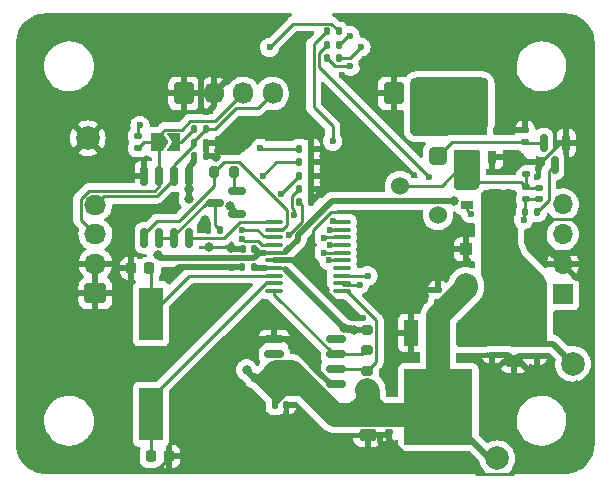
<source format=gbr>
%TF.GenerationSoftware,KiCad,Pcbnew,(6.0.11)*%
%TF.CreationDate,2024-02-10T16:43:21+09:00*%
%TF.ProjectId,Encoder,456e636f-6465-4722-9e6b-696361645f70,rev?*%
%TF.SameCoordinates,Original*%
%TF.FileFunction,Copper,L2,Bot*%
%TF.FilePolarity,Positive*%
%FSLAX46Y46*%
G04 Gerber Fmt 4.6, Leading zero omitted, Abs format (unit mm)*
G04 Created by KiCad (PCBNEW (6.0.11)) date 2024-02-10 16:43:21*
%MOMM*%
%LPD*%
G01*
G04 APERTURE LIST*
G04 Aperture macros list*
%AMRoundRect*
0 Rectangle with rounded corners*
0 $1 Rounding radius*
0 $2 $3 $4 $5 $6 $7 $8 $9 X,Y pos of 4 corners*
0 Add a 4 corners polygon primitive as box body*
4,1,4,$2,$3,$4,$5,$6,$7,$8,$9,$2,$3,0*
0 Add four circle primitives for the rounded corners*
1,1,$1+$1,$2,$3*
1,1,$1+$1,$4,$5*
1,1,$1+$1,$6,$7*
1,1,$1+$1,$8,$9*
0 Add four rect primitives between the rounded corners*
20,1,$1+$1,$2,$3,$4,$5,0*
20,1,$1+$1,$4,$5,$6,$7,0*
20,1,$1+$1,$6,$7,$8,$9,0*
20,1,$1+$1,$8,$9,$2,$3,0*%
%AMFreePoly0*
4,1,6,1.000000,0.000000,0.500000,-0.750000,-0.500000,-0.750000,-0.500000,0.750000,0.500000,0.750000,1.000000,0.000000,1.000000,0.000000,$1*%
%AMFreePoly1*
4,1,6,0.500000,-0.750000,-0.650000,-0.750000,-0.150000,0.000000,-0.650000,0.750000,0.500000,0.750000,0.500000,-0.750000,0.500000,-0.750000,$1*%
G04 Aperture macros list end*
%TA.AperFunction,ComponentPad*%
%ADD10C,2.000000*%
%TD*%
%TA.AperFunction,ComponentPad*%
%ADD11R,1.700000X1.700000*%
%TD*%
%TA.AperFunction,ComponentPad*%
%ADD12O,1.700000X1.700000*%
%TD*%
%TA.AperFunction,ComponentPad*%
%ADD13RoundRect,0.381000X-0.381000X-0.381000X0.381000X-0.381000X0.381000X0.381000X-0.381000X0.381000X0*%
%TD*%
%TA.AperFunction,ComponentPad*%
%ADD14C,1.524000*%
%TD*%
%TA.AperFunction,SMDPad,CuDef*%
%ADD15RoundRect,0.135000X0.135000X0.185000X-0.135000X0.185000X-0.135000X-0.185000X0.135000X-0.185000X0*%
%TD*%
%TA.AperFunction,SMDPad,CuDef*%
%ADD16RoundRect,0.200000X0.275000X-0.200000X0.275000X0.200000X-0.275000X0.200000X-0.275000X-0.200000X0*%
%TD*%
%TA.AperFunction,SMDPad,CuDef*%
%ADD17RoundRect,0.140000X0.140000X0.170000X-0.140000X0.170000X-0.140000X-0.170000X0.140000X-0.170000X0*%
%TD*%
%TA.AperFunction,SMDPad,CuDef*%
%ADD18RoundRect,0.135000X0.185000X-0.135000X0.185000X0.135000X-0.185000X0.135000X-0.185000X-0.135000X0*%
%TD*%
%TA.AperFunction,SMDPad,CuDef*%
%ADD19RoundRect,0.135000X-0.185000X0.135000X-0.185000X-0.135000X0.185000X-0.135000X0.185000X0.135000X0*%
%TD*%
%TA.AperFunction,ComponentPad*%
%ADD20RoundRect,0.250000X-0.600000X-0.675000X0.600000X-0.675000X0.600000X0.675000X-0.600000X0.675000X0*%
%TD*%
%TA.AperFunction,ComponentPad*%
%ADD21O,1.700000X1.850000*%
%TD*%
%TA.AperFunction,SMDPad,CuDef*%
%ADD22RoundRect,0.135000X-0.135000X-0.185000X0.135000X-0.185000X0.135000X0.185000X-0.135000X0.185000X0*%
%TD*%
%TA.AperFunction,SMDPad,CuDef*%
%ADD23RoundRect,0.150000X0.587500X0.150000X-0.587500X0.150000X-0.587500X-0.150000X0.587500X-0.150000X0*%
%TD*%
%TA.AperFunction,SMDPad,CuDef*%
%ADD24RoundRect,0.225000X0.225000X0.250000X-0.225000X0.250000X-0.225000X-0.250000X0.225000X-0.250000X0*%
%TD*%
%TA.AperFunction,SMDPad,CuDef*%
%ADD25RoundRect,0.140000X-0.140000X-0.170000X0.140000X-0.170000X0.140000X0.170000X-0.140000X0.170000X0*%
%TD*%
%TA.AperFunction,ComponentPad*%
%ADD26RoundRect,0.250000X0.675000X-0.600000X0.675000X0.600000X-0.675000X0.600000X-0.675000X-0.600000X0*%
%TD*%
%TA.AperFunction,ComponentPad*%
%ADD27O,1.850000X1.700000*%
%TD*%
%TA.AperFunction,SMDPad,CuDef*%
%ADD28RoundRect,0.225000X-0.225000X-0.250000X0.225000X-0.250000X0.225000X0.250000X-0.225000X0.250000X0*%
%TD*%
%TA.AperFunction,SMDPad,CuDef*%
%ADD29RoundRect,0.250000X-0.475000X0.250000X-0.475000X-0.250000X0.475000X-0.250000X0.475000X0.250000X0*%
%TD*%
%TA.AperFunction,SMDPad,CuDef*%
%ADD30RoundRect,0.140000X-0.170000X0.140000X-0.170000X-0.140000X0.170000X-0.140000X0.170000X0.140000X0*%
%TD*%
%TA.AperFunction,SMDPad,CuDef*%
%ADD31R,1.200000X2.200000*%
%TD*%
%TA.AperFunction,SMDPad,CuDef*%
%ADD32R,5.800000X6.400000*%
%TD*%
%TA.AperFunction,SMDPad,CuDef*%
%ADD33R,1.000000X0.700000*%
%TD*%
%TA.AperFunction,SMDPad,CuDef*%
%ADD34RoundRect,0.150000X-0.675000X-0.150000X0.675000X-0.150000X0.675000X0.150000X-0.675000X0.150000X0*%
%TD*%
%TA.AperFunction,SMDPad,CuDef*%
%ADD35R,0.700000X1.000000*%
%TD*%
%TA.AperFunction,SMDPad,CuDef*%
%ADD36RoundRect,0.200000X0.200000X0.275000X-0.200000X0.275000X-0.200000X-0.275000X0.200000X-0.275000X0*%
%TD*%
%TA.AperFunction,SMDPad,CuDef*%
%ADD37FreePoly0,0.000000*%
%TD*%
%TA.AperFunction,SMDPad,CuDef*%
%ADD38FreePoly1,0.000000*%
%TD*%
%TA.AperFunction,SMDPad,CuDef*%
%ADD39R,1.000000X1.000000*%
%TD*%
%TA.AperFunction,SMDPad,CuDef*%
%ADD40RoundRect,0.200000X-0.275000X0.200000X-0.275000X-0.200000X0.275000X-0.200000X0.275000X0.200000X0*%
%TD*%
%TA.AperFunction,SMDPad,CuDef*%
%ADD41R,2.000000X4.500000*%
%TD*%
%TA.AperFunction,SMDPad,CuDef*%
%ADD42RoundRect,0.150000X0.150000X-0.675000X0.150000X0.675000X-0.150000X0.675000X-0.150000X-0.675000X0*%
%TD*%
%TA.AperFunction,SMDPad,CuDef*%
%ADD43RoundRect,0.150000X-0.150000X0.587500X-0.150000X-0.587500X0.150000X-0.587500X0.150000X0.587500X0*%
%TD*%
%TA.AperFunction,SMDPad,CuDef*%
%ADD44RoundRect,0.100000X-0.637500X-0.100000X0.637500X-0.100000X0.637500X0.100000X-0.637500X0.100000X0*%
%TD*%
%TA.AperFunction,ViaPad*%
%ADD45C,0.800000*%
%TD*%
%TA.AperFunction,ViaPad*%
%ADD46C,0.600000*%
%TD*%
%TA.AperFunction,Conductor*%
%ADD47C,0.250000*%
%TD*%
%TA.AperFunction,Conductor*%
%ADD48C,0.500000*%
%TD*%
%TA.AperFunction,Conductor*%
%ADD49C,2.000000*%
%TD*%
G04 APERTURE END LIST*
D10*
%TO.P,TP1,1,1*%
%TO.N,VDD*%
X161660000Y-108180000D03*
%TD*%
%TO.P,TP2,1,1*%
%TO.N,+3.3V*%
X155260000Y-116180000D03*
%TD*%
%TO.P,TP3,1,1*%
%TO.N,GND*%
X120580000Y-89080000D03*
%TD*%
D11*
%TO.P,J4,1,Pin_1*%
%TO.N,TCK*%
X160800000Y-102300000D03*
D12*
%TO.P,J4,2,Pin_2*%
%TO.N,GND*%
X160800000Y-99760000D03*
%TO.P,J4,3,Pin_3*%
%TO.N,TMS*%
X160800000Y-97220000D03*
%TO.P,J4,4,Pin_4*%
%TO.N,NRST*%
X160800000Y-94680000D03*
%TD*%
D13*
%TO.P,SW2,1,A*%
%TO.N,\u4E3B\u96FB\u6E90\u30B9\u30A4\u30C3\u30C1*%
X150210000Y-90610000D03*
D14*
%TO.P,SW2,2,B*%
%TO.N,/S-S*%
X147010000Y-93110000D03*
%TO.P,SW2,3,C*%
%TO.N,unconnected-(SW2-Pad3)*%
X150210000Y-95610000D03*
%TD*%
D15*
%TO.P,R27,1*%
%TO.N,Net-(D8-Pad2)*%
X141870000Y-82330000D03*
%TO.P,R27,2*%
%TO.N,+3.3V*%
X140850000Y-82330000D03*
%TD*%
%TO.P,R29,1*%
%TO.N,Net-(Q12-Pad3)*%
X131760000Y-96870000D03*
%TO.P,R29,2*%
%TO.N,GND*%
X130740000Y-96870000D03*
%TD*%
D16*
%TO.P,R12,1*%
%TO.N,+3.3V*%
X144250000Y-110405000D03*
%TO.P,R12,2*%
%TO.N,I2C1_SCL*%
X144250000Y-108755000D03*
%TD*%
D17*
%TO.P,C12,1*%
%TO.N,+3.3V*%
X134640000Y-99980000D03*
%TO.P,C12,2*%
%TO.N,GND*%
X133680000Y-99980000D03*
%TD*%
D15*
%TO.P,R3,1*%
%TO.N,GND*%
X139510000Y-91110000D03*
%TO.P,R3,2*%
%TO.N,DIP_SW1*%
X138490000Y-91110000D03*
%TD*%
D18*
%TO.P,R2,1*%
%TO.N,/S-S*%
X157700000Y-92100000D03*
%TO.P,R2,2*%
%TO.N,GND*%
X157700000Y-91080000D03*
%TD*%
D19*
%TO.P,R30,1*%
%TO.N,+3.3V*%
X124839999Y-88890002D03*
%TO.P,R30,2*%
%TO.N,RS485_A*%
X124839999Y-89910002D03*
%TD*%
D20*
%TO.P,J2,1,Pin_1*%
%TO.N,GND*%
X128730000Y-85290000D03*
D21*
%TO.P,J2,2,Pin_2*%
X131230000Y-85290000D03*
%TO.P,J2,3,Pin_3*%
%TO.N,RS485_A*%
X133730000Y-85290000D03*
%TO.P,J2,4,Pin_4*%
%TO.N,RS485_B*%
X136230000Y-85290000D03*
%TD*%
D19*
%TO.P,R11,1*%
%TO.N,VDD*%
X158610000Y-106490000D03*
%TO.P,R11,2*%
%TO.N,GND*%
X158610000Y-107510000D03*
%TD*%
%TO.P,R13,1*%
%TO.N,GND*%
X150220000Y-101930000D03*
%TO.P,R13,2*%
%TO.N,+3.3V*%
X150220000Y-102950000D03*
%TD*%
D22*
%TO.P,R31,1*%
%TO.N,RS485_B*%
X129575000Y-89450001D03*
%TO.P,R31,2*%
%TO.N,GND*%
X130595000Y-89450001D03*
%TD*%
D23*
%TO.P,Q12,1,B*%
%TO.N,Net-(Q12-Pad1)*%
X133197500Y-93579999D03*
%TO.P,Q12,2,E*%
%TO.N,+3.3V*%
X133197500Y-95479999D03*
%TO.P,Q12,3,C*%
%TO.N,Net-(Q12-Pad3)*%
X131322500Y-94529999D03*
%TD*%
D24*
%TO.P,C5,1*%
%TO.N,GND*%
X127475000Y-116000000D03*
%TO.P,C5,2*%
%TO.N,OSC_IN*%
X125925000Y-116000000D03*
%TD*%
D25*
%TO.P,C15,1*%
%TO.N,+3.3V*%
X129600000Y-90590001D03*
%TO.P,C15,2*%
%TO.N,GND*%
X130560000Y-90590001D03*
%TD*%
D26*
%TO.P,J3,1,Pin_1*%
%TO.N,GND*%
X121230000Y-102220000D03*
D27*
%TO.P,J3,2,Pin_2*%
X121230000Y-99720000D03*
%TO.P,J3,3,Pin_3*%
%TO.N,RS485_A*%
X121230000Y-97220000D03*
%TO.P,J3,4,Pin_4*%
%TO.N,RS485_B*%
X121230000Y-94720000D03*
%TD*%
D15*
%TO.P,R1,1*%
%TO.N,GND*%
X139510000Y-89960000D03*
%TO.P,R1,2*%
%TO.N,DIP_SW0*%
X138490000Y-89960000D03*
%TD*%
D28*
%TO.P,C6,1*%
%TO.N,GND*%
X124250000Y-100100000D03*
%TO.P,C6,2*%
%TO.N,OSC_OUT*%
X125800000Y-100100000D03*
%TD*%
D18*
%TO.P,R10,1*%
%TO.N,\u4E3B\u96FB\u6E90\u30B9\u30A4\u30C3\u30C1*%
X157610000Y-89410000D03*
%TO.P,R10,2*%
%TO.N,GND*%
X157610000Y-88390000D03*
%TD*%
D19*
%TO.P,R7,1*%
%TO.N,/S-S*%
X157690000Y-93230000D03*
%TO.P,R7,2*%
%TO.N,Net-(C1-Pad2)*%
X157690000Y-94250000D03*
%TD*%
D29*
%TO.P,C9,1*%
%TO.N,+3.3V*%
X144290000Y-112300000D03*
%TO.P,C9,2*%
%TO.N,GND*%
X144290000Y-114200000D03*
%TD*%
D30*
%TO.P,C3,1*%
%TO.N,VDD*%
X154810000Y-106440000D03*
%TO.P,C3,2*%
%TO.N,GND*%
X154810000Y-107400000D03*
%TD*%
D29*
%TO.P,C8,1*%
%TO.N,VDD*%
X156690000Y-106050000D03*
%TO.P,C8,2*%
%TO.N,GND*%
X156690000Y-107950000D03*
%TD*%
D31*
%TO.P,U1,1,GND*%
%TO.N,GND*%
X147980000Y-105550000D03*
%TO.P,U1,2,VO*%
%TO.N,+3.3V*%
X150260000Y-105550000D03*
D32*
X150260000Y-111850000D03*
D31*
%TO.P,U1,3,VI*%
%TO.N,VDD*%
X152540000Y-105550000D03*
%TD*%
D33*
%TO.P,Q3,1,G*%
%TO.N,Net-(C1-Pad2)*%
X152700000Y-94700000D03*
%TO.P,Q3,2,S*%
%TO.N,/S-S*%
X152700000Y-92800000D03*
%TO.P,Q3,3,D*%
%TO.N,VDD*%
X155100000Y-93750000D03*
%TD*%
D15*
%TO.P,R5,1*%
%TO.N,GND*%
X139510000Y-92240000D03*
%TO.P,R5,2*%
%TO.N,DIP_SW2*%
X138490000Y-92240000D03*
%TD*%
D30*
%TO.P,C4,1*%
%TO.N,+3.3V*%
X146080000Y-113020000D03*
%TO.P,C4,2*%
%TO.N,GND*%
X146080000Y-113980000D03*
%TD*%
D34*
%TO.P,U3,1,VDD5V*%
%TO.N,+3.3V*%
X136375000Y-109905000D03*
%TO.P,U3,2,VDD3V3*%
X136375000Y-108635000D03*
%TO.P,U3,3,OUT*%
%TO.N,unconnected-(U3-Pad3)*%
X136375000Y-107365000D03*
%TO.P,U3,4,GND*%
%TO.N,GND*%
X136375000Y-106095000D03*
%TO.P,U3,5,PGO*%
%TO.N,unconnected-(U3-Pad5)*%
X141625000Y-106095000D03*
%TO.P,U3,6,SDA*%
%TO.N,I2C1_SDA*%
X141625000Y-107365000D03*
%TO.P,U3,7,SCL*%
%TO.N,I2C1_SCL*%
X141625000Y-108635000D03*
%TO.P,U3,8,DIR*%
%TO.N,GND*%
X141625000Y-109905000D03*
%TD*%
D15*
%TO.P,R24,1*%
%TO.N,Net-(D5-Pad2)*%
X141850000Y-81180000D03*
%TO.P,R24,2*%
%TO.N,VDD*%
X140830000Y-81180000D03*
%TD*%
D35*
%TO.P,Q1,1,G*%
%TO.N,GND*%
X154850000Y-90700000D03*
%TO.P,Q1,2,S*%
%TO.N,/S-S*%
X152950000Y-90700000D03*
%TO.P,Q1,3,D*%
%TO.N,/5VBAT*%
X153900000Y-88300000D03*
%TD*%
D30*
%TO.P,C1,1*%
%TO.N,/S-S*%
X158750000Y-93260000D03*
%TO.P,C1,2*%
%TO.N,Net-(C1-Pad2)*%
X158750000Y-94220000D03*
%TD*%
D36*
%TO.P,R28,1*%
%TO.N,Net-(Q12-Pad1)*%
X132930000Y-91920000D03*
%TO.P,R28,2*%
%TO.N,MainTX2_RS485RX*%
X131280000Y-91920000D03*
%TD*%
D22*
%TO.P,R9,1*%
%TO.N,Net-(C1-Pad2)*%
X157640000Y-95310000D03*
%TO.P,R9,2*%
%TO.N,Net-(Q2-Pad3)*%
X158660000Y-95310000D03*
%TD*%
D37*
%TO.P,JP1,1,A*%
%TO.N,RS485_A*%
X126455000Y-89420001D03*
D38*
%TO.P,JP1,2,B*%
%TO.N,Net-(JP1-Pad2)*%
X127905000Y-89420001D03*
%TD*%
D39*
%TO.P,D2,1,K*%
%TO.N,VDD*%
X155110000Y-98490000D03*
%TO.P,D2,2,A*%
%TO.N,GND*%
X152610000Y-98490000D03*
%TD*%
D25*
%TO.P,C2,1*%
%TO.N,+3.3V*%
X136430000Y-111690000D03*
%TO.P,C2,2*%
%TO.N,GND*%
X137390000Y-111690000D03*
%TD*%
D15*
%TO.P,R8,1*%
%TO.N,GND*%
X139510000Y-94500000D03*
%TO.P,R8,2*%
%TO.N,DIP_SW4*%
X138490000Y-94500000D03*
%TD*%
D17*
%TO.P,C7,1*%
%TO.N,NRST*%
X134660000Y-98460000D03*
%TO.P,C7,2*%
%TO.N,GND*%
X133700000Y-98460000D03*
%TD*%
D15*
%TO.P,R4,1*%
%TO.N,Net-(D1-Pad2)*%
X141830000Y-80040000D03*
%TO.P,R4,2*%
%TO.N,MonitorLED0*%
X140810000Y-80040000D03*
%TD*%
D22*
%TO.P,R32,1*%
%TO.N,Net-(JP1-Pad2)*%
X129585000Y-88290001D03*
%TO.P,R32,2*%
%TO.N,RS485_B*%
X130605000Y-88290001D03*
%TD*%
D40*
%TO.P,R14,1*%
%TO.N,+3.3V*%
X144200000Y-105345000D03*
%TO.P,R14,2*%
%TO.N,I2C1_SDA*%
X144200000Y-106995000D03*
%TD*%
D39*
%TO.P,D3,1,K*%
%TO.N,VDD*%
X155110000Y-101500000D03*
%TO.P,D3,2,A*%
%TO.N,+3.3V*%
X152610000Y-101500000D03*
%TD*%
D41*
%TO.P,Y1,1,1*%
%TO.N,OSC_OUT*%
X125950000Y-103950000D03*
%TO.P,Y1,2,2*%
%TO.N,OSC_IN*%
X125950000Y-112450000D03*
%TD*%
D42*
%TO.P,U2,1,RO*%
%TO.N,MainRX2_RS485TX*%
X129180000Y-97535001D03*
%TO.P,U2,2,~{RE}*%
%TO.N,Net-(Q12-Pad3)*%
X127910000Y-97535001D03*
%TO.P,U2,3,DE*%
X126640000Y-97535001D03*
%TO.P,U2,4,DI*%
%TO.N,MainTX2_RS485RX*%
X125370000Y-97535001D03*
%TO.P,U2,5,GND*%
%TO.N,GND*%
X125370000Y-92285001D03*
%TO.P,U2,6,A*%
%TO.N,RS485_A*%
X126640000Y-92285001D03*
%TO.P,U2,7,B*%
%TO.N,RS485_B*%
X127910000Y-92285001D03*
%TO.P,U2,8,VCC*%
%TO.N,+3.3V*%
X129180000Y-92285001D03*
%TD*%
D43*
%TO.P,Q2,1,G*%
%TO.N,\u4E3B\u96FB\u6E90\u30B9\u30A4\u30C3\u30C1*%
X159180000Y-89462500D03*
%TO.P,Q2,2,S*%
%TO.N,GND*%
X161080000Y-89462500D03*
%TO.P,Q2,3,D*%
%TO.N,Net-(Q2-Pad3)*%
X160130000Y-91337500D03*
%TD*%
D20*
%TO.P,J1,1,Pin_1*%
%TO.N,GND*%
X146480000Y-85290000D03*
D21*
%TO.P,J1,2,Pin_2*%
%TO.N,/5VBAT*%
X148980000Y-85290000D03*
%TD*%
D44*
%TO.P,U4,1,PB7*%
%TO.N,I2C1_SDA*%
X136377500Y-102025000D03*
%TO.P,U4,2,PC14-OSCX_IN*%
%TO.N,OSC_IN*%
X136377500Y-101375000D03*
%TO.P,U4,3,PC15-OSCX_OUT*%
%TO.N,OSC_OUT*%
X136377500Y-100725000D03*
%TO.P,U4,4,VDD/VDDA*%
%TO.N,+3.3V*%
X136377500Y-100075000D03*
%TO.P,U4,5,VSS/VSSA*%
%TO.N,GND*%
X136377500Y-99425000D03*
%TO.P,U4,6,PF2-NRST*%
%TO.N,NRST*%
X136377500Y-98775000D03*
%TO.P,U4,7,PA0*%
%TO.N,Net-(H1-Pad1)*%
X136377500Y-98125000D03*
%TO.P,U4,8,PA1*%
%TO.N,Net-(H2-Pad1)*%
X136377500Y-97475000D03*
%TO.P,U4,9,PA2*%
%TO.N,MainTX2_RS485RX*%
X136377500Y-96825000D03*
%TO.P,U4,10,PA3*%
%TO.N,MainRX2_RS485TX*%
X136377500Y-96175000D03*
%TO.P,U4,11,PA4*%
%TO.N,MonitorLED0*%
X142102500Y-96175000D03*
%TO.P,U4,12,PA5*%
%TO.N,DIP_SW0*%
X142102500Y-96825000D03*
%TO.P,U4,13,PA6*%
%TO.N,DIP_SW1*%
X142102500Y-97475000D03*
%TO.P,U4,14,PA7*%
%TO.N,DIP_SW2*%
X142102500Y-98125000D03*
%TO.P,U4,15,PA8*%
%TO.N,DIP_SW3*%
X142102500Y-98775000D03*
%TO.P,U4,16,PA11[PA9]*%
%TO.N,DIP_SW4*%
X142102500Y-99425000D03*
%TO.P,U4,17,PA12[PA10]*%
%TO.N,unconnected-(U4-Pad17)*%
X142102500Y-100075000D03*
%TO.P,U4,18,PA13*%
%TO.N,TMS*%
X142102500Y-100725000D03*
%TO.P,U4,19,PA14-BOOT0*%
%TO.N,TCK*%
X142102500Y-101375000D03*
%TO.P,U4,20,PB6*%
%TO.N,I2C1_SCL*%
X142102500Y-102025000D03*
%TD*%
D15*
%TO.P,R6,1*%
%TO.N,GND*%
X139510000Y-93370000D03*
%TO.P,R6,2*%
%TO.N,DIP_SW3*%
X138490000Y-93370000D03*
%TD*%
D45*
%TO.N,+3.3V*%
X143115000Y-105345000D03*
X134045000Y-108705000D03*
X142283909Y-105116091D03*
X142990000Y-112500000D03*
D46*
X125000000Y-88000000D03*
D45*
X129180000Y-93390000D03*
X129180000Y-94225402D03*
X132638805Y-94854914D03*
X143115000Y-111695000D03*
D46*
X142810000Y-82980000D03*
X129495000Y-91205000D03*
D45*
X134710000Y-109370000D03*
%TO.N,GND*%
X148320000Y-98470000D03*
X127000000Y-80000000D03*
X144720000Y-99150000D03*
X122000000Y-116000000D03*
D46*
X130090000Y-99970000D03*
D45*
X144750000Y-89320000D03*
X158200000Y-98270000D03*
X144140000Y-85170000D03*
X132750000Y-98370500D03*
D46*
X143870000Y-104310000D03*
D45*
X132880000Y-89870000D03*
X127990000Y-87160000D03*
X145450000Y-103370000D03*
X127000000Y-85000000D03*
X155300000Y-88410000D03*
X162000000Y-86000000D03*
D46*
X148180000Y-92180000D03*
D45*
X148150000Y-107670000D03*
D46*
X140590000Y-84870000D03*
D45*
X116000000Y-105000000D03*
X148630000Y-89860000D03*
X119470000Y-92910000D03*
X116000000Y-110000000D03*
X130950000Y-107580000D03*
X144650000Y-95670000D03*
X156000000Y-80000000D03*
X127810000Y-94600000D03*
X123960000Y-92330000D03*
X133650000Y-87640000D03*
D46*
X124970000Y-99040000D03*
D45*
X138530000Y-112590000D03*
X155000000Y-114000000D03*
X156000000Y-86000000D03*
D46*
X132780000Y-100030000D03*
D45*
X156000000Y-110000000D03*
X139360000Y-87700000D03*
X126130000Y-109000000D03*
X141000000Y-116000000D03*
X116000000Y-90000000D03*
X156090000Y-91780000D03*
X143890000Y-82820000D03*
X125090000Y-95320000D03*
X146180000Y-109940000D03*
X123790000Y-101840000D03*
X132000000Y-80000000D03*
X130870000Y-98300000D03*
X162980000Y-89310000D03*
X131400000Y-90640000D03*
D46*
X140500000Y-100550000D03*
D45*
X152700000Y-99590000D03*
X162940000Y-95910000D03*
X160590000Y-104330000D03*
X152500000Y-107720000D03*
X140630000Y-101960000D03*
D46*
X143690000Y-88020000D03*
D45*
X122000000Y-80000000D03*
X144920000Y-93100000D03*
X141720000Y-86810000D03*
X129000000Y-110000000D03*
D46*
X131200000Y-102600000D03*
D45*
X134260000Y-107150000D03*
D46*
X142070000Y-83770000D03*
D45*
X148140000Y-103370000D03*
X134420000Y-111190000D03*
X122960000Y-95760000D03*
X146000000Y-80000000D03*
X151000000Y-80000000D03*
X119300000Y-97200000D03*
X148350000Y-95850000D03*
X129000000Y-116000000D03*
X135000000Y-116000000D03*
X132780000Y-105760000D03*
D46*
X141720000Y-103050000D03*
X138900000Y-80320000D03*
D45*
X145370000Y-101200000D03*
X162000000Y-80000000D03*
X153000000Y-117000000D03*
D46*
X130090000Y-96870000D03*
D45*
X116000000Y-95000000D03*
X130510000Y-95990000D03*
X157000000Y-117000000D03*
X116000000Y-85000000D03*
X150300000Y-100690000D03*
X127570000Y-100680000D03*
X116000000Y-100000000D03*
X122000000Y-110000000D03*
X139270000Y-100520000D03*
D46*
X158590000Y-92330000D03*
D45*
X156360000Y-90810000D03*
D46*
X142090000Y-78830000D03*
D45*
X148000000Y-116000000D03*
X162000000Y-116000000D03*
X116000000Y-80000000D03*
X135030000Y-83870000D03*
X127960000Y-103530000D03*
D46*
X134800000Y-105200000D03*
D45*
X122000000Y-105000000D03*
X162000000Y-110000000D03*
D46*
X136970000Y-78870000D03*
D45*
X129180000Y-105970000D03*
X116000000Y-116000000D03*
D46*
X138200000Y-105600000D03*
D45*
X162000000Y-92420000D03*
X122000000Y-85000000D03*
X131240000Y-104260000D03*
X146200000Y-106430000D03*
D46*
X130090000Y-101600000D03*
D45*
X139810000Y-107900000D03*
D46*
X133200000Y-101800000D03*
D45*
X137770000Y-86210000D03*
D46*
%TO.N,VDD*%
X156270000Y-93620500D03*
X149490000Y-92390000D03*
D45*
%TO.N,NRST*%
X151600498Y-94370000D03*
X126500000Y-99000000D03*
D46*
%TO.N,Net-(D1-Pad2)*%
X135975000Y-81390000D03*
%TO.N,Net-(D5-Pad2)*%
X142784377Y-80401464D03*
%TO.N,Net-(D8-Pad2)*%
X143715000Y-81360000D03*
%TO.N,TCK*%
X143606546Y-101469502D03*
%TO.N,TMS*%
X144309502Y-100732191D03*
%TO.N,DIP_SW0*%
X135190000Y-89920000D03*
X141107296Y-96850500D03*
%TO.N,DIP_SW1*%
X140575719Y-97508982D03*
X135391589Y-92258411D03*
%TO.N,MonitorLED0*%
X141310498Y-89329500D03*
X141310500Y-96077254D03*
%TO.N,DIP_SW2*%
X136926589Y-93793411D03*
X141065011Y-98141865D03*
%TO.N,DIP_SW3*%
X140556102Y-98758482D03*
X138064500Y-95624500D03*
%TO.N,DIP_SW4*%
X137597804Y-97234500D03*
X140990000Y-99430000D03*
%TO.N,Net-(H1-Pad1)*%
X133669487Y-97639502D03*
%TO.N,Net-(H2-Pad1)*%
X133670000Y-96840000D03*
%TO.N,Net-(C1-Pad2)*%
X152990000Y-95460000D03*
X157500000Y-95980000D03*
%TD*%
D47*
%TO.N,/S-S*%
X158750000Y-93260000D02*
X157720000Y-93260000D01*
X157260000Y-92800000D02*
X152700000Y-92800000D01*
X157690000Y-93230000D02*
X157260000Y-92800000D01*
X157720000Y-93260000D02*
X157690000Y-93230000D01*
X150540000Y-93110000D02*
X152950000Y-90700000D01*
X157700000Y-93220000D02*
X157690000Y-93230000D01*
X147010000Y-93110000D02*
X150540000Y-93110000D01*
X157700000Y-92100000D02*
X157700000Y-93220000D01*
D48*
%TO.N,+3.3V*%
X144200000Y-105345000D02*
X143115000Y-105345000D01*
X134360000Y-109020000D02*
X134710000Y-109370000D01*
X129495000Y-91205000D02*
X129180000Y-91520000D01*
X129495000Y-91205000D02*
X129600000Y-91100000D01*
X129180000Y-94225402D02*
X129180000Y-92285001D01*
X134735000Y-100075000D02*
X135640000Y-100075000D01*
D49*
X149610000Y-112500000D02*
X150260000Y-111850000D01*
D48*
X134640000Y-99980000D02*
X134735000Y-100075000D01*
X136430000Y-109960000D02*
X136375000Y-109905000D01*
X142512817Y-105345000D02*
X142283909Y-105116091D01*
X144250000Y-110405000D02*
X142155000Y-112500000D01*
X134710000Y-109370000D02*
X135840000Y-109370000D01*
X136430000Y-111690000D02*
X136430000Y-111505614D01*
X129600000Y-91100000D02*
X129600000Y-90590001D01*
X136430000Y-111505614D02*
X138030614Y-109905000D01*
X132638805Y-94921304D02*
X133197500Y-95479999D01*
X134710000Y-109370000D02*
X135080000Y-109370000D01*
X138030614Y-109905000D02*
X138125000Y-109905000D01*
D49*
X139992906Y-111007094D02*
X141285812Y-112300000D01*
D48*
X135840000Y-109370000D02*
X136375000Y-109905000D01*
X134900000Y-109370000D02*
X135435000Y-109905000D01*
D49*
X139992906Y-111007094D02*
X141485812Y-112500000D01*
X142990000Y-112500000D02*
X146900000Y-112500000D01*
X136375000Y-109905000D02*
X138125000Y-109905000D01*
D48*
X134360000Y-109020000D02*
X136430000Y-111090000D01*
D47*
X141500000Y-82980000D02*
X142810000Y-82980000D01*
D49*
X152610000Y-101747975D02*
X152610000Y-101500000D01*
D48*
X142886091Y-105116091D02*
X143115000Y-105345000D01*
D49*
X138125000Y-109905000D02*
X138890812Y-109905000D01*
X150260000Y-107010000D02*
X150260000Y-105550000D01*
X141485812Y-112500000D02*
X142990000Y-112500000D01*
D48*
X154590000Y-116180000D02*
X150260000Y-111850000D01*
X146345000Y-112500000D02*
X146900000Y-112500000D01*
D49*
X150260000Y-104097975D02*
X152610000Y-101747975D01*
D48*
X129180000Y-91520000D02*
X129180000Y-92285001D01*
X135080000Y-109370000D02*
X135815000Y-108635000D01*
X136430000Y-111090000D02*
X136430000Y-111690000D01*
X155260000Y-116180000D02*
X154590000Y-116180000D01*
X143115000Y-105345000D02*
X142512817Y-105345000D01*
X136430000Y-111690000D02*
X136430000Y-109960000D01*
D49*
X146900000Y-112500000D02*
X149610000Y-112500000D01*
D48*
X132638805Y-94854914D02*
X132638805Y-94921304D01*
D49*
X144290000Y-110445000D02*
X144250000Y-110405000D01*
D47*
X124839999Y-88160001D02*
X125000000Y-88000000D01*
D48*
X135435000Y-109905000D02*
X136375000Y-109905000D01*
X142283909Y-105116091D02*
X137303908Y-100136091D01*
D49*
X138890812Y-109905000D02*
X139992906Y-111007094D01*
D48*
X142283909Y-105116091D02*
X142886091Y-105116091D01*
D49*
X141285812Y-112300000D02*
X137850812Y-108865000D01*
X150260000Y-107010000D02*
X150260000Y-104097975D01*
X150260000Y-111850000D02*
X150260000Y-107010000D01*
D47*
X140850000Y-82330000D02*
X141500000Y-82980000D01*
D48*
X144250000Y-110405000D02*
X146345000Y-112500000D01*
X134710000Y-109370000D02*
X134900000Y-109370000D01*
D49*
X144290000Y-112300000D02*
X144290000Y-110445000D01*
D48*
X129180000Y-92285001D02*
X129180000Y-93390000D01*
D47*
X137303908Y-100136091D02*
X137242817Y-100075000D01*
D48*
X142155000Y-112500000D02*
X141485812Y-112500000D01*
D49*
X137850812Y-108865000D02*
X136490812Y-108865000D01*
D48*
X134045000Y-108705000D02*
X134360000Y-109020000D01*
D47*
X124839999Y-88890002D02*
X124839999Y-88160001D01*
X137242817Y-100075000D02*
X136377500Y-100075000D01*
D48*
X135815000Y-108635000D02*
X136375000Y-108635000D01*
%TO.N,GND*%
X128270000Y-99980000D02*
X133680000Y-99980000D01*
X156710000Y-91780000D02*
X156090000Y-91780000D01*
X140272500Y-109007500D02*
X139810000Y-108545000D01*
D47*
X141183172Y-95290000D02*
X139620000Y-96853172D01*
D48*
X131230000Y-83430000D02*
X131230000Y-85290000D01*
X157120000Y-107950000D02*
X156690000Y-107950000D01*
X158610000Y-107510000D02*
X157130000Y-107510000D01*
X134570000Y-107150000D02*
X135625000Y-106095000D01*
X131230000Y-85290000D02*
X132950000Y-83570000D01*
D47*
X127475000Y-116125000D02*
X126430000Y-117170000D01*
D48*
X130090000Y-96870000D02*
X130090000Y-96410000D01*
X137360000Y-106095000D02*
X136375000Y-106095000D01*
X144290000Y-114200000D02*
X145360000Y-114200000D01*
X134730000Y-83570000D02*
X135030000Y-83870000D01*
X140272500Y-109007500D02*
X137360000Y-106095000D01*
X157130000Y-90530000D02*
X157150000Y-90530000D01*
X159840000Y-98800000D02*
X160800000Y-99760000D01*
D47*
X144270000Y-95290000D02*
X141183172Y-95290000D01*
D48*
X146050000Y-115500000D02*
X146910000Y-115500000D01*
X146910000Y-115500000D02*
X147410000Y-116000000D01*
D47*
X156495000Y-117505000D02*
X157000000Y-117000000D01*
D48*
X161940000Y-100900000D02*
X162660000Y-100180000D01*
X132750000Y-98370500D02*
X132839500Y-98460000D01*
X138175000Y-99425000D02*
X136377500Y-99425000D01*
X156360000Y-90810000D02*
X156850000Y-90810000D01*
X140630000Y-101960000D02*
X140630000Y-102067817D01*
X154810000Y-107400000D02*
X156140000Y-107400000D01*
X157410000Y-91080000D02*
X156710000Y-91780000D01*
X130320000Y-83430000D02*
X131230000Y-83430000D01*
X127570000Y-100680000D02*
X128270000Y-99980000D01*
X162520000Y-98800000D02*
X159840000Y-98800000D01*
X145860000Y-114200000D02*
X146080000Y-113980000D01*
X131230000Y-85290000D02*
X131230000Y-86340000D01*
X130740000Y-96870000D02*
X130090000Y-96870000D01*
D47*
X139270000Y-100110000D02*
X139620000Y-99760000D01*
D48*
X145360000Y-114810000D02*
X146050000Y-115500000D01*
X141625000Y-109905000D02*
X141170000Y-109905000D01*
D47*
X153505000Y-117505000D02*
X156495000Y-117505000D01*
D48*
X144900000Y-93080000D02*
X144920000Y-93100000D01*
X156000000Y-110000000D02*
X154910000Y-108910000D01*
X132839500Y-98460000D02*
X133700000Y-98460000D01*
X135625000Y-106095000D02*
X136375000Y-106095000D01*
D47*
X153000000Y-117000000D02*
X153505000Y-117505000D01*
D48*
X130730000Y-86840000D02*
X130400000Y-86840000D01*
X142872183Y-104310000D02*
X143870000Y-104310000D01*
X130740000Y-96750000D02*
X130245000Y-96255000D01*
D47*
X162940000Y-95910000D02*
X159960000Y-95910000D01*
D48*
X130740000Y-96870000D02*
X130740000Y-96750000D01*
D47*
X160589251Y-89462500D02*
X161080000Y-89462500D01*
X139270000Y-100520000D02*
X139270000Y-100110000D01*
X157700000Y-91080000D02*
X158971751Y-91080000D01*
D48*
X157700000Y-91080000D02*
X157410000Y-91080000D01*
D47*
X127475000Y-116000000D02*
X127475000Y-116125000D01*
X158200000Y-97670000D02*
X158200000Y-98270000D01*
X144650000Y-95670000D02*
X144270000Y-95290000D01*
D48*
X134260000Y-107150000D02*
X134570000Y-107150000D01*
X146080000Y-114670000D02*
X146910000Y-115500000D01*
X140630000Y-102067817D02*
X142872183Y-104310000D01*
X131230000Y-86340000D02*
X130730000Y-86840000D01*
X157570000Y-110000000D02*
X158370000Y-109200000D01*
X139510000Y-87850000D02*
X139360000Y-87700000D01*
D47*
X123170000Y-117170000D02*
X122000000Y-116000000D01*
D48*
X158370000Y-109200000D02*
X157120000Y-107950000D01*
X139510000Y-94500000D02*
X140930000Y-93080000D01*
X158200000Y-98270000D02*
X159310000Y-98270000D01*
X130740000Y-96870000D02*
X130740000Y-96220000D01*
X154910000Y-108910000D02*
X155870000Y-107950000D01*
X141625000Y-109905000D02*
X141125000Y-109905000D01*
X155870000Y-107950000D02*
X156690000Y-107950000D01*
D47*
X126430000Y-117170000D02*
X123170000Y-117170000D01*
X158971751Y-91080000D02*
X160589251Y-89462500D01*
X139620000Y-96853172D02*
X139620000Y-99760000D01*
D48*
X156140000Y-107400000D02*
X156690000Y-107950000D01*
X162660000Y-98940000D02*
X162520000Y-98800000D01*
D47*
X159960000Y-95910000D02*
X158200000Y-97670000D01*
D48*
X156850000Y-90810000D02*
X157130000Y-90530000D01*
X130130000Y-86570000D02*
X130130000Y-83620000D01*
X132950000Y-83570000D02*
X134730000Y-83570000D01*
X146080000Y-113980000D02*
X146080000Y-114670000D01*
X162660000Y-100180000D02*
X162660000Y-98940000D01*
X145360000Y-114200000D02*
X145360000Y-114810000D01*
X140930000Y-93080000D02*
X144900000Y-93080000D01*
X157130000Y-107510000D02*
X156690000Y-107950000D01*
X145360000Y-114200000D02*
X145860000Y-114200000D01*
X156000000Y-110000000D02*
X157570000Y-110000000D01*
X130245000Y-96255000D02*
X130510000Y-95990000D01*
X139810000Y-108545000D02*
X139810000Y-107900000D01*
X130400000Y-86840000D02*
X130130000Y-86570000D01*
X130130000Y-83620000D02*
X130320000Y-83430000D01*
X159310000Y-98270000D02*
X159840000Y-98800000D01*
X139510000Y-94500000D02*
X139510000Y-87850000D01*
X130740000Y-96220000D02*
X130510000Y-95990000D01*
X160800000Y-99760000D02*
X161940000Y-100900000D01*
X139270000Y-100520000D02*
X138175000Y-99425000D01*
X147410000Y-116000000D02*
X148000000Y-116000000D01*
X130090000Y-96410000D02*
X130245000Y-96255000D01*
X157150000Y-90530000D02*
X157700000Y-91080000D01*
X141170000Y-109905000D02*
X140272500Y-109007500D01*
D47*
%TO.N,VDD*%
X140155000Y-81855000D02*
X140830000Y-81180000D01*
X155229500Y-93620500D02*
X155100000Y-93750000D01*
X140155000Y-83025000D02*
X140155000Y-81855000D01*
D48*
X158610000Y-106490000D02*
X159970000Y-106490000D01*
D47*
X149490000Y-92360000D02*
X149490000Y-92390000D01*
X156270000Y-93620500D02*
X155229500Y-93620500D01*
D48*
X159970000Y-106490000D02*
X161660000Y-108180000D01*
D47*
X140155000Y-83025000D02*
X149490000Y-92360000D01*
%TO.N,OSC_IN*%
X136377500Y-101375000D02*
X135635000Y-101375000D01*
X125950000Y-111060000D02*
X125950000Y-112450000D01*
X125925000Y-112475000D02*
X125950000Y-112450000D01*
X125925000Y-116000000D02*
X125925000Y-112475000D01*
X135635000Y-101375000D02*
X125950000Y-111060000D01*
%TO.N,OSC_OUT*%
X125950000Y-103950000D02*
X125950000Y-100250000D01*
X129175000Y-100725000D02*
X125950000Y-103950000D01*
X136377500Y-100725000D02*
X129175000Y-100725000D01*
X125950000Y-100250000D02*
X125800000Y-100100000D01*
D48*
%TO.N,NRST*%
X126720000Y-99220000D02*
X126500000Y-99000000D01*
X141290000Y-94370000D02*
X151600498Y-94370000D01*
D47*
X135630000Y-98775000D02*
X137242818Y-98775000D01*
D48*
X135065000Y-98775000D02*
X135630000Y-98775000D01*
X135065000Y-98775000D02*
X134620000Y-99220000D01*
X134620000Y-99220000D02*
X126720000Y-99220000D01*
X138347804Y-97670013D02*
X138347804Y-97312196D01*
X138347804Y-97312196D02*
X141290000Y-94370000D01*
X134750000Y-98460000D02*
X134660000Y-98460000D01*
X138347804Y-97670013D02*
X137538909Y-98478909D01*
X135065000Y-98775000D02*
X134750000Y-98460000D01*
D47*
X137242818Y-98775000D02*
X137538909Y-98478909D01*
D48*
X137538909Y-98478909D02*
X137293908Y-98723909D01*
D47*
%TO.N,Net-(D1-Pad2)*%
X137995000Y-79370000D02*
X135975000Y-81390000D01*
X141160000Y-79370000D02*
X137995000Y-79370000D01*
X141830000Y-80040000D02*
X141160000Y-79370000D01*
%TO.N,Net-(D5-Pad2)*%
X142628536Y-80401464D02*
X141850000Y-81180000D01*
X142784377Y-80401464D02*
X142628536Y-80401464D01*
%TO.N,Net-(D8-Pad2)*%
X142745000Y-82330000D02*
X143715000Y-81360000D01*
X141870000Y-82330000D02*
X142745000Y-82330000D01*
%TO.N,RS485_A*%
X119980000Y-94233299D02*
X120683299Y-93530000D01*
X126255356Y-93530000D02*
X126640000Y-93145356D01*
X126640000Y-92285001D02*
X126640000Y-89605001D01*
X127120380Y-88345001D02*
X128559462Y-88345001D01*
X126640000Y-89605001D02*
X126455000Y-89420001D01*
X126455000Y-89420001D02*
X126455000Y-89010381D01*
X121230000Y-97220000D02*
X119980000Y-95970000D01*
X120683299Y-93530000D02*
X126255356Y-93530000D01*
X129259462Y-87645001D02*
X131374999Y-87645001D01*
X125330000Y-89420001D02*
X124839999Y-89910002D01*
X119980000Y-95970000D02*
X119980000Y-94233299D01*
X126455000Y-89420001D02*
X125330000Y-89420001D01*
X126640000Y-93145356D02*
X126640000Y-92285001D01*
X126455000Y-89010381D02*
X127120380Y-88345001D01*
X128559462Y-88345001D02*
X129259462Y-87645001D01*
X131374999Y-87645001D02*
X133730000Y-85290000D01*
%TO.N,RS485_B*%
X129575000Y-89450001D02*
X129575000Y-89320001D01*
X127910000Y-92511752D02*
X127910000Y-92285001D01*
X129575000Y-89320001D02*
X130605000Y-88290001D01*
X131366395Y-88290001D02*
X133116396Y-86540000D01*
X127910000Y-92285001D02*
X127910000Y-91312392D01*
X129575000Y-89647392D02*
X129575000Y-89450001D01*
X134980000Y-86540000D02*
X136230000Y-85290000D01*
X133116396Y-86540000D02*
X134980000Y-86540000D01*
X126441752Y-93980000D02*
X127910000Y-92511752D01*
X121230000Y-94720000D02*
X121970000Y-93980000D01*
X121970000Y-93980000D02*
X126441752Y-93980000D01*
X130605000Y-88290001D02*
X131366395Y-88290001D01*
X127910000Y-91312392D02*
X129575000Y-89647392D01*
%TO.N,TCK*%
X142197002Y-101469502D02*
X142102500Y-101375000D01*
X143606546Y-101469502D02*
X142197002Y-101469502D01*
%TO.N,TMS*%
X142109691Y-100732191D02*
X142102500Y-100725000D01*
X144309502Y-100732191D02*
X142109691Y-100732191D01*
%TO.N,Net-(JP1-Pad2)*%
X127905000Y-89420001D02*
X128455000Y-89420001D01*
X128455000Y-89420001D02*
X129585000Y-88290001D01*
%TO.N,\u4E3B\u96FB\u6E90\u30B9\u30A4\u30C3\u30C1*%
X157610000Y-89410000D02*
X151410000Y-89410000D01*
X151410000Y-89410000D02*
X150210000Y-90610000D01*
X157662500Y-89462500D02*
X157610000Y-89410000D01*
X159180000Y-89462500D02*
X157662500Y-89462500D01*
%TO.N,Net-(Q2-Pad3)*%
X159625000Y-94345000D02*
X158660000Y-95310000D01*
X160130000Y-91337500D02*
X159625000Y-91842500D01*
X159625000Y-91842500D02*
X159625000Y-94345000D01*
%TO.N,Net-(Q12-Pad1)*%
X132930000Y-91920000D02*
X132930000Y-93312499D01*
X132930000Y-93312499D02*
X133197500Y-93579999D01*
%TO.N,Net-(Q12-Pad3)*%
X131322500Y-96432500D02*
X131760000Y-96870000D01*
X127910000Y-97308250D02*
X127910000Y-97535001D01*
X131322500Y-94529999D02*
X131322500Y-96432500D01*
X126640000Y-97535001D02*
X127910000Y-97535001D01*
X130688251Y-94529999D02*
X127910000Y-97308250D01*
X131322500Y-94529999D02*
X130688251Y-94529999D01*
%TO.N,DIP_SW0*%
X138490000Y-89960000D02*
X135230000Y-89960000D01*
X135230000Y-89960000D02*
X135190000Y-89920000D01*
X141132796Y-96825000D02*
X141107296Y-96850500D01*
X142102500Y-96825000D02*
X141132796Y-96825000D01*
%TO.N,DIP_SW1*%
X138490000Y-91110000D02*
X136540000Y-91110000D01*
X140609701Y-97475000D02*
X142102500Y-97475000D01*
X136540000Y-91110000D02*
X135391589Y-92258411D01*
X140575719Y-97508982D02*
X140609701Y-97475000D01*
%TO.N,MonitorLED0*%
X140810000Y-80040000D02*
X139705000Y-81145000D01*
X141310500Y-96077254D02*
X141408246Y-96175000D01*
X141310498Y-88061036D02*
X141310498Y-89329500D01*
X141408246Y-96175000D02*
X142102500Y-96175000D01*
X139705000Y-86455538D02*
X141310498Y-88061036D01*
X139705000Y-81375000D02*
X139705000Y-86455538D01*
X139705000Y-81145000D02*
X139705000Y-81375000D01*
%TO.N,DIP_SW2*%
X138480000Y-92240000D02*
X136926589Y-93793411D01*
X142102500Y-98125000D02*
X141081876Y-98125000D01*
X141081876Y-98125000D02*
X141065011Y-98141865D01*
X138490000Y-92240000D02*
X138480000Y-92240000D01*
%TO.N,DIP_SW3*%
X142102500Y-98775000D02*
X140572620Y-98775000D01*
X138064500Y-95178104D02*
X137850000Y-94963604D01*
X137850000Y-94010000D02*
X138490000Y-93370000D01*
X138064500Y-95624500D02*
X138064500Y-95178104D01*
X140572620Y-98775000D02*
X140556102Y-98758482D01*
X137850000Y-94963604D02*
X137850000Y-94010000D01*
%TO.N,DIP_SW4*%
X137597804Y-97234500D02*
X138689500Y-96142804D01*
X138689500Y-96142804D02*
X138689500Y-94699500D01*
X138689500Y-94699500D02*
X138490000Y-94500000D01*
X140995000Y-99425000D02*
X140990000Y-99430000D01*
X142102500Y-99425000D02*
X140995000Y-99425000D01*
%TO.N,Net-(H1-Pad1)*%
X133854985Y-97825000D02*
X134992609Y-97825000D01*
X133669487Y-97639502D02*
X133854985Y-97825000D01*
X134992609Y-97825000D02*
X135292609Y-98125000D01*
X135292609Y-98125000D02*
X136377500Y-98125000D01*
%TO.N,Net-(H2-Pad1)*%
X136277500Y-97375000D02*
X136377500Y-97475000D01*
X133670000Y-96840000D02*
X134930000Y-96840000D01*
X134930000Y-96840000D02*
X135465000Y-97375000D01*
X135465000Y-97375000D02*
X136277500Y-97375000D01*
%TO.N,I2C1_SCL*%
X142535000Y-102025000D02*
X142102500Y-102025000D01*
X145000000Y-104490000D02*
X142535000Y-102025000D01*
X144130000Y-108635000D02*
X144250000Y-108755000D01*
X141625000Y-108635000D02*
X144130000Y-108635000D01*
X145000000Y-108005000D02*
X145000000Y-104490000D01*
X144250000Y-108755000D02*
X145000000Y-108005000D01*
%TO.N,I2C1_SDA*%
X136377500Y-102344251D02*
X136377500Y-102025000D01*
X141625000Y-107365000D02*
X143830000Y-107365000D01*
X141398249Y-107365000D02*
X136377500Y-102344251D01*
X141625000Y-107365000D02*
X141398249Y-107365000D01*
X143830000Y-107365000D02*
X144200000Y-106995000D01*
%TO.N,MainTX2_RS485RX*%
X132080000Y-91120000D02*
X133370000Y-91120000D01*
X131280000Y-91920000D02*
X132080000Y-91120000D01*
X137440000Y-96451041D02*
X137066041Y-96825000D01*
X128330707Y-96100000D02*
X126470000Y-96100000D01*
X131280000Y-91920000D02*
X131280000Y-93150707D01*
X126470000Y-96100000D02*
X125370000Y-97200000D01*
X131280000Y-93150707D02*
X128330707Y-96100000D01*
X137066041Y-96825000D02*
X136377500Y-96825000D01*
X133370000Y-91120000D02*
X137440000Y-95190000D01*
X125370000Y-97200000D02*
X125370000Y-97535001D01*
X137440000Y-95190000D02*
X137440000Y-96451041D01*
%TO.N,Net-(C1-Pad2)*%
X152700000Y-94700000D02*
X152700000Y-95170000D01*
X158750000Y-94220000D02*
X157720000Y-94220000D01*
X157640000Y-95310000D02*
X157640000Y-94300000D01*
X157500000Y-95980000D02*
X157500000Y-95450000D01*
X157720000Y-94220000D02*
X157690000Y-94250000D01*
X157500000Y-95450000D02*
X157640000Y-95310000D01*
X152700000Y-95170000D02*
X152990000Y-95460000D01*
X157640000Y-94300000D02*
X157690000Y-94250000D01*
%TO.N,MainRX2_RS485TX*%
X133445000Y-96175000D02*
X136377500Y-96175000D01*
X129180000Y-97535001D02*
X132084999Y-97535001D01*
X132084999Y-97535001D02*
X133445000Y-96175000D01*
%TD*%
%TA.AperFunction,Conductor*%
%TO.N,/5VBAT*%
G36*
X154018188Y-83941078D02*
G01*
X154122963Y-83954872D01*
X154154735Y-83963385D01*
X154244674Y-84000639D01*
X154273160Y-84017086D01*
X154350393Y-84076349D01*
X154373651Y-84099607D01*
X154432914Y-84176840D01*
X154449361Y-84205326D01*
X154486615Y-84295265D01*
X154495128Y-84327037D01*
X154508922Y-84431812D01*
X154510000Y-84448258D01*
X154510000Y-87927560D01*
X154493119Y-87990560D01*
X154465473Y-88038444D01*
X154406458Y-88220072D01*
X154386496Y-88410000D01*
X154406458Y-88599928D01*
X154408500Y-88606213D01*
X154409533Y-88611072D01*
X154404133Y-88681863D01*
X154386251Y-88713973D01*
X154376094Y-88727209D01*
X154318756Y-88769073D01*
X154276136Y-88776500D01*
X151488767Y-88776500D01*
X151477584Y-88775973D01*
X151470091Y-88774298D01*
X151462165Y-88774547D01*
X151462164Y-88774547D01*
X151402014Y-88776438D01*
X151398055Y-88776500D01*
X151370144Y-88776500D01*
X151366210Y-88776997D01*
X151366209Y-88776997D01*
X151366144Y-88777005D01*
X151354307Y-88777938D01*
X151322490Y-88778938D01*
X151318029Y-88779078D01*
X151310110Y-88779327D01*
X151292454Y-88784456D01*
X151290658Y-88784978D01*
X151271306Y-88788986D01*
X151264235Y-88789880D01*
X151251203Y-88791526D01*
X151243834Y-88794443D01*
X151243832Y-88794444D01*
X151210097Y-88807800D01*
X151198869Y-88811645D01*
X151156407Y-88823982D01*
X151149585Y-88828016D01*
X151149579Y-88828019D01*
X151138968Y-88834294D01*
X151121218Y-88842990D01*
X151109756Y-88847528D01*
X151109751Y-88847531D01*
X151102383Y-88850448D01*
X151081063Y-88865938D01*
X151007005Y-88890000D01*
X148358258Y-88890000D01*
X148341812Y-88888922D01*
X148237037Y-88875128D01*
X148205265Y-88866615D01*
X148115326Y-88829361D01*
X148086840Y-88812914D01*
X148009607Y-88753651D01*
X147986349Y-88730393D01*
X147927086Y-88653160D01*
X147910639Y-88624674D01*
X147873385Y-88534735D01*
X147864872Y-88502963D01*
X147851078Y-88398188D01*
X147850000Y-88381742D01*
X147850000Y-84448258D01*
X147851078Y-84431812D01*
X147864872Y-84327037D01*
X147873385Y-84295265D01*
X147910639Y-84205326D01*
X147927086Y-84176840D01*
X147986349Y-84099607D01*
X148009607Y-84076349D01*
X148086840Y-84017086D01*
X148115326Y-84000639D01*
X148205265Y-83963385D01*
X148237037Y-83954872D01*
X148341812Y-83941078D01*
X148358258Y-83940000D01*
X154001742Y-83940000D01*
X154018188Y-83941078D01*
G37*
%TD.AperFunction*%
%TD*%
%TA.AperFunction,Conductor*%
%TO.N,VDD*%
G36*
X156699431Y-93453502D02*
G01*
X156720405Y-93470405D01*
X156914081Y-93664081D01*
X156948107Y-93726393D01*
X156943042Y-93797208D01*
X156933439Y-93817316D01*
X156915129Y-93848277D01*
X156909731Y-93857404D01*
X156864371Y-94013534D01*
X156861500Y-94050011D01*
X156861501Y-94449988D01*
X156864371Y-94486466D01*
X156909731Y-94642596D01*
X156913767Y-94649421D01*
X156913769Y-94649425D01*
X156938274Y-94690861D01*
X156955734Y-94759677D01*
X156938274Y-94819139D01*
X156913769Y-94860575D01*
X156913767Y-94860579D01*
X156909731Y-94867404D01*
X156907520Y-94875015D01*
X156907519Y-94875017D01*
X156881159Y-94965750D01*
X156864371Y-95023534D01*
X156861500Y-95060011D01*
X156861500Y-95062480D01*
X156861501Y-95441088D01*
X156841412Y-95509343D01*
X156775054Y-95612310D01*
X156775050Y-95612319D01*
X156771235Y-95618238D01*
X156709197Y-95788685D01*
X156686463Y-95968640D01*
X156704163Y-96149160D01*
X156761418Y-96321273D01*
X156855380Y-96476424D01*
X156860270Y-96481487D01*
X156860274Y-96481493D01*
X156964636Y-96589562D01*
X156997569Y-96652458D01*
X157000000Y-96677089D01*
X157000000Y-98000000D01*
X157353553Y-98853553D01*
X159128723Y-100628723D01*
X159156037Y-100669600D01*
X159432874Y-101337943D01*
X159441046Y-101395019D01*
X159442053Y-101395074D01*
X159441869Y-101398467D01*
X159441500Y-101401866D01*
X159441500Y-103198134D01*
X159448255Y-103260316D01*
X159451027Y-103267712D01*
X159451029Y-103267718D01*
X159491982Y-103376959D01*
X159500000Y-103421188D01*
X159500000Y-106197810D01*
X159479998Y-106265931D01*
X159463095Y-106286905D01*
X159041494Y-106708506D01*
X158979182Y-106742532D01*
X158917247Y-106740408D01*
X158902647Y-106736166D01*
X158902640Y-106736165D01*
X158896466Y-106734371D01*
X158890059Y-106733867D01*
X158890055Y-106733866D01*
X158862444Y-106731693D01*
X158862438Y-106731693D01*
X158859989Y-106731500D01*
X158610152Y-106731500D01*
X158360012Y-106731501D01*
X158323534Y-106734371D01*
X158302755Y-106740408D01*
X158286959Y-106744997D01*
X158251806Y-106750000D01*
X156568707Y-106750000D01*
X156515358Y-106738148D01*
X156475154Y-106719358D01*
X156471202Y-106717427D01*
X156412711Y-106687560D01*
X156406192Y-106684231D01*
X156399084Y-106682492D01*
X156393441Y-106680393D01*
X156387678Y-106678476D01*
X156381050Y-106675378D01*
X156309583Y-106660513D01*
X156305299Y-106659543D01*
X156298560Y-106657894D01*
X156234390Y-106642192D01*
X156228788Y-106641844D01*
X156228785Y-106641844D01*
X156223236Y-106641500D01*
X156223238Y-106641464D01*
X156219245Y-106641225D01*
X156215053Y-106640851D01*
X156207885Y-106639360D01*
X156141675Y-106641151D01*
X156130479Y-106641454D01*
X156127072Y-106641500D01*
X155193486Y-106641500D01*
X155158333Y-106636497D01*
X155088431Y-106616188D01*
X155088426Y-106616187D01*
X155082254Y-106614394D01*
X155075849Y-106613890D01*
X155075844Y-106613889D01*
X155047940Y-106611693D01*
X155047932Y-106611693D01*
X155045484Y-106611500D01*
X154574516Y-106611500D01*
X154572068Y-106611693D01*
X154572060Y-106611693D01*
X154544156Y-106613889D01*
X154544151Y-106613890D01*
X154537746Y-106614394D01*
X154451812Y-106639360D01*
X154388016Y-106657894D01*
X154388014Y-106657895D01*
X154380403Y-106660106D01*
X154373581Y-106664141D01*
X154373580Y-106664141D01*
X154258069Y-106732454D01*
X154193930Y-106750000D01*
X152052190Y-106750000D01*
X151984069Y-106729998D01*
X151963095Y-106713095D01*
X151805405Y-106555405D01*
X151771379Y-106493093D01*
X151768500Y-106466310D01*
X151768500Y-104775006D01*
X151788502Y-104706885D01*
X151805405Y-104685911D01*
X153659666Y-102831650D01*
X153662188Y-102829196D01*
X153731012Y-102764113D01*
X153731014Y-102764110D01*
X153734681Y-102760643D01*
X153782411Y-102698214D01*
X153786552Y-102693083D01*
X153834191Y-102637108D01*
X153834192Y-102637107D01*
X153837470Y-102633255D01*
X153840089Y-102628930D01*
X153840093Y-102628925D01*
X153854491Y-102605151D01*
X153862163Y-102593904D01*
X153882120Y-102567801D01*
X153919243Y-102498567D01*
X153922507Y-102492843D01*
X153960602Y-102429941D01*
X153963221Y-102425617D01*
X153975528Y-102395156D01*
X153981308Y-102382816D01*
X153994440Y-102358325D01*
X153996831Y-102353866D01*
X154022412Y-102279574D01*
X154024722Y-102273396D01*
X154052258Y-102205241D01*
X154054155Y-102200546D01*
X154061432Y-102168514D01*
X154065163Y-102155416D01*
X154075862Y-102124344D01*
X154089243Y-102046875D01*
X154090526Y-102040457D01*
X154106815Y-101968761D01*
X154106815Y-101968760D01*
X154107935Y-101963831D01*
X154109999Y-101931022D01*
X154111585Y-101917522D01*
X154117179Y-101885139D01*
X154118500Y-101856050D01*
X154118500Y-101799867D01*
X154118749Y-101791955D01*
X154122860Y-101726616D01*
X154123178Y-101721562D01*
X154119101Y-101679983D01*
X154118500Y-101667687D01*
X154118500Y-101438999D01*
X154118298Y-101436486D01*
X154104346Y-101263076D01*
X154104345Y-101263071D01*
X154103940Y-101258035D01*
X154046037Y-101022294D01*
X153951188Y-100798844D01*
X153879380Y-100684815D01*
X153860000Y-100617673D01*
X153860000Y-93802190D01*
X153880002Y-93734069D01*
X153896905Y-93713095D01*
X154139595Y-93470405D01*
X154201907Y-93436379D01*
X154228690Y-93433500D01*
X156631310Y-93433500D01*
X156699431Y-93453502D01*
G37*
%TD.AperFunction*%
%TD*%
%TA.AperFunction,Conductor*%
%TO.N,/S-S*%
G36*
X153692121Y-90063502D02*
G01*
X153738614Y-90117158D01*
X153750000Y-90169500D01*
X153750000Y-92991742D01*
X153748922Y-93008188D01*
X153735297Y-93111683D01*
X153706575Y-93176610D01*
X153699470Y-93184332D01*
X153533806Y-93349996D01*
X153497083Y-93390877D01*
X153480180Y-93411851D01*
X153479190Y-93413224D01*
X153470905Y-93424713D01*
X153416924Y-93467424D01*
X153394735Y-93476615D01*
X153362963Y-93485128D01*
X153258188Y-93498922D01*
X153241742Y-93500000D01*
X152068258Y-93500000D01*
X152051812Y-93498922D01*
X151947037Y-93485128D01*
X151915265Y-93476615D01*
X151825326Y-93439361D01*
X151796840Y-93422914D01*
X151719607Y-93363651D01*
X151696349Y-93340393D01*
X151637086Y-93263160D01*
X151620639Y-93234674D01*
X151583385Y-93144735D01*
X151574872Y-93112963D01*
X151561078Y-93008188D01*
X151560000Y-92991742D01*
X151560000Y-90208094D01*
X151580002Y-90139973D01*
X151596905Y-90118999D01*
X151635499Y-90080405D01*
X151697811Y-90046379D01*
X151724594Y-90043500D01*
X153624000Y-90043500D01*
X153692121Y-90063502D01*
G37*
%TD.AperFunction*%
%TD*%
%TA.AperFunction,Conductor*%
%TO.N,GND*%
G36*
X137857623Y-78528502D02*
G01*
X137904116Y-78582158D01*
X137914220Y-78652432D01*
X137884726Y-78717012D01*
X137835889Y-78751650D01*
X137795086Y-78767806D01*
X137783885Y-78771641D01*
X137741406Y-78783982D01*
X137734587Y-78788015D01*
X137734582Y-78788017D01*
X137723971Y-78794293D01*
X137706221Y-78802990D01*
X137687383Y-78810448D01*
X137680967Y-78815109D01*
X137680966Y-78815110D01*
X137651625Y-78836428D01*
X137641701Y-78842947D01*
X137610460Y-78861422D01*
X137610455Y-78861426D01*
X137603637Y-78865458D01*
X137589313Y-78879782D01*
X137574281Y-78892621D01*
X137557893Y-78904528D01*
X137529712Y-78938593D01*
X137521722Y-78947373D01*
X135913908Y-80555187D01*
X135851596Y-80589213D01*
X135837986Y-80591402D01*
X135829210Y-80592324D01*
X135807288Y-80594628D01*
X135807286Y-80594628D01*
X135800288Y-80595364D01*
X135628579Y-80653818D01*
X135622575Y-80657512D01*
X135480095Y-80745166D01*
X135480092Y-80745168D01*
X135474088Y-80748862D01*
X135469053Y-80753793D01*
X135469050Y-80753795D01*
X135360049Y-80860537D01*
X135344493Y-80875771D01*
X135246235Y-81028238D01*
X135243826Y-81034858D01*
X135243824Y-81034861D01*
X135190700Y-81180819D01*
X135184197Y-81198685D01*
X135161463Y-81378640D01*
X135179163Y-81559160D01*
X135236418Y-81731273D01*
X135240065Y-81737295D01*
X135240066Y-81737297D01*
X135250978Y-81755314D01*
X135330380Y-81886424D01*
X135335269Y-81891487D01*
X135335270Y-81891488D01*
X135360719Y-81917841D01*
X135456382Y-82016902D01*
X135608159Y-82116222D01*
X135614763Y-82118678D01*
X135614765Y-82118679D01*
X135771558Y-82176990D01*
X135771560Y-82176990D01*
X135778168Y-82179448D01*
X135861995Y-82190633D01*
X135950980Y-82202507D01*
X135950984Y-82202507D01*
X135957961Y-82203438D01*
X135964972Y-82202800D01*
X135964976Y-82202800D01*
X136107459Y-82189832D01*
X136138600Y-82186998D01*
X136145302Y-82184820D01*
X136145304Y-82184820D01*
X136304409Y-82133124D01*
X136304412Y-82133123D01*
X136311108Y-82130947D01*
X136466912Y-82038069D01*
X136598266Y-81912982D01*
X136698643Y-81761902D01*
X136763055Y-81592338D01*
X136766779Y-81565844D01*
X136772639Y-81524145D01*
X136801927Y-81459471D01*
X136808318Y-81452586D01*
X138220499Y-80040405D01*
X138282811Y-80006379D01*
X138309594Y-80003500D01*
X139646405Y-80003500D01*
X139714526Y-80023502D01*
X139761019Y-80077158D01*
X139771123Y-80147432D01*
X139741629Y-80212012D01*
X139735504Y-80218591D01*
X139312742Y-80641353D01*
X139304463Y-80648887D01*
X139297982Y-80653000D01*
X139261184Y-80692186D01*
X139251357Y-80702651D01*
X139248602Y-80705493D01*
X139228865Y-80725230D01*
X139226385Y-80728427D01*
X139218682Y-80737447D01*
X139188414Y-80769679D01*
X139184595Y-80776625D01*
X139184593Y-80776628D01*
X139178652Y-80787434D01*
X139167801Y-80803953D01*
X139155386Y-80819959D01*
X139152241Y-80827228D01*
X139152238Y-80827232D01*
X139137826Y-80860537D01*
X139132609Y-80871187D01*
X139111305Y-80909940D01*
X139109334Y-80917615D01*
X139109334Y-80917616D01*
X139106267Y-80929562D01*
X139099863Y-80948266D01*
X139091819Y-80966855D01*
X139090580Y-80974678D01*
X139090577Y-80974688D01*
X139084901Y-81010524D01*
X139082495Y-81022144D01*
X139079876Y-81032345D01*
X139071500Y-81064970D01*
X139071500Y-81085224D01*
X139069949Y-81104934D01*
X139066780Y-81124943D01*
X139067526Y-81132835D01*
X139070941Y-81168961D01*
X139071500Y-81180819D01*
X139071500Y-86376771D01*
X139070973Y-86387954D01*
X139069298Y-86395447D01*
X139069547Y-86403373D01*
X139069547Y-86403374D01*
X139071438Y-86463524D01*
X139071500Y-86467483D01*
X139071500Y-86495394D01*
X139071997Y-86499328D01*
X139071997Y-86499329D01*
X139072005Y-86499394D01*
X139072938Y-86511231D01*
X139074327Y-86555427D01*
X139079978Y-86574877D01*
X139083987Y-86594238D01*
X139086526Y-86614335D01*
X139089445Y-86621706D01*
X139089445Y-86621708D01*
X139102804Y-86655450D01*
X139106649Y-86666680D01*
X139115547Y-86697308D01*
X139118982Y-86709131D01*
X139123015Y-86715950D01*
X139123017Y-86715955D01*
X139129293Y-86726566D01*
X139137988Y-86744314D01*
X139145448Y-86763155D01*
X139150110Y-86769571D01*
X139150110Y-86769572D01*
X139171436Y-86798925D01*
X139177952Y-86808845D01*
X139200458Y-86846900D01*
X139214779Y-86861221D01*
X139227619Y-86876254D01*
X139239528Y-86892645D01*
X139245634Y-86897696D01*
X139273605Y-86920836D01*
X139282384Y-86928826D01*
X140640093Y-88286536D01*
X140674119Y-88348848D01*
X140676998Y-88375631D01*
X140676998Y-88782831D01*
X140656909Y-88851086D01*
X140585552Y-88961810D01*
X140585548Y-88961819D01*
X140581733Y-88967738D01*
X140579324Y-88974358D01*
X140579323Y-88974359D01*
X140530959Y-89107238D01*
X140519695Y-89138185D01*
X140496961Y-89318140D01*
X140514661Y-89498660D01*
X140571916Y-89670773D01*
X140575563Y-89676795D01*
X140575564Y-89676797D01*
X140632590Y-89770958D01*
X140665878Y-89825924D01*
X140791880Y-89956402D01*
X140816803Y-89972711D01*
X140924641Y-90043278D01*
X140943657Y-90055722D01*
X140950261Y-90058178D01*
X140950263Y-90058179D01*
X141107056Y-90116490D01*
X141107058Y-90116490D01*
X141113666Y-90118948D01*
X141197493Y-90130133D01*
X141286478Y-90142007D01*
X141286482Y-90142007D01*
X141293459Y-90142938D01*
X141300470Y-90142300D01*
X141300474Y-90142300D01*
X141442957Y-90129332D01*
X141474098Y-90126498D01*
X141480800Y-90124320D01*
X141480802Y-90124320D01*
X141639907Y-90072624D01*
X141639910Y-90072623D01*
X141646606Y-90070447D01*
X141802410Y-89977569D01*
X141933764Y-89852482D01*
X142034141Y-89701402D01*
X142086009Y-89564861D01*
X142096053Y-89538420D01*
X142096054Y-89538418D01*
X142098553Y-89531838D01*
X142101541Y-89510577D01*
X142123246Y-89356139D01*
X142123246Y-89356136D01*
X142123797Y-89352217D01*
X142124114Y-89329500D01*
X142103895Y-89149245D01*
X142101578Y-89142591D01*
X142046562Y-88984606D01*
X142046560Y-88984603D01*
X142044243Y-88977948D01*
X142007073Y-88918463D01*
X141963144Y-88848161D01*
X141943998Y-88781392D01*
X141943998Y-88139803D01*
X141944525Y-88128620D01*
X141946200Y-88121127D01*
X141944165Y-88056374D01*
X141944060Y-88053050D01*
X141943998Y-88049091D01*
X141943998Y-88021180D01*
X141943493Y-88017180D01*
X141942560Y-88005337D01*
X141942557Y-88005217D01*
X141941171Y-87961147D01*
X141935519Y-87941693D01*
X141931511Y-87922336D01*
X141929966Y-87910106D01*
X141929966Y-87910105D01*
X141928972Y-87902239D01*
X141922399Y-87885638D01*
X141912694Y-87861124D01*
X141908849Y-87849894D01*
X141898727Y-87815053D01*
X141898727Y-87815052D01*
X141896516Y-87807443D01*
X141892483Y-87800624D01*
X141892481Y-87800619D01*
X141886205Y-87790008D01*
X141877510Y-87772260D01*
X141870050Y-87753419D01*
X141865132Y-87746649D01*
X141844062Y-87717649D01*
X141837546Y-87707729D01*
X141819078Y-87676501D01*
X141819076Y-87676498D01*
X141815040Y-87669674D01*
X141800719Y-87655353D01*
X141787878Y-87640319D01*
X141786366Y-87638238D01*
X141775970Y-87623929D01*
X141741893Y-87595738D01*
X141733114Y-87587748D01*
X140375405Y-86230038D01*
X140341379Y-86167726D01*
X140338500Y-86140943D01*
X140338500Y-84408594D01*
X140358502Y-84340473D01*
X140412158Y-84293980D01*
X140482432Y-84283876D01*
X140547012Y-84313370D01*
X140553595Y-84319499D01*
X148495501Y-92261405D01*
X148529527Y-92323717D01*
X148524462Y-92394532D01*
X148481915Y-92451368D01*
X148415395Y-92476179D01*
X148406406Y-92476500D01*
X148183004Y-92476500D01*
X148114883Y-92456498D01*
X148079791Y-92422771D01*
X147990136Y-92294730D01*
X147990134Y-92294727D01*
X147986977Y-92290219D01*
X147829781Y-92133023D01*
X147825273Y-92129866D01*
X147825270Y-92129864D01*
X147694714Y-92038448D01*
X147647677Y-92005512D01*
X147642695Y-92003189D01*
X147642690Y-92003186D01*
X147451178Y-91913883D01*
X147451177Y-91913882D01*
X147446196Y-91911560D01*
X147440888Y-91910138D01*
X147440886Y-91910137D01*
X147330279Y-91880500D01*
X147231463Y-91854022D01*
X147010000Y-91834647D01*
X146788537Y-91854022D01*
X146689721Y-91880500D01*
X146579114Y-91910137D01*
X146579112Y-91910138D01*
X146573804Y-91911560D01*
X146568823Y-91913882D01*
X146568822Y-91913883D01*
X146377311Y-92003186D01*
X146377306Y-92003189D01*
X146372324Y-92005512D01*
X146367817Y-92008668D01*
X146367815Y-92008669D01*
X146194730Y-92129864D01*
X146194727Y-92129866D01*
X146190219Y-92133023D01*
X146033023Y-92290219D01*
X146029866Y-92294727D01*
X146029864Y-92294730D01*
X145913617Y-92460749D01*
X145905512Y-92472324D01*
X145903189Y-92477306D01*
X145903186Y-92477311D01*
X145832508Y-92628880D01*
X145811560Y-92673804D01*
X145810138Y-92679112D01*
X145810137Y-92679114D01*
X145803675Y-92703230D01*
X145754022Y-92888537D01*
X145734647Y-93110000D01*
X145754022Y-93331463D01*
X145765343Y-93373712D01*
X145786558Y-93452889D01*
X145784868Y-93523865D01*
X145745074Y-93582661D01*
X145679810Y-93610609D01*
X145664851Y-93611500D01*
X141357063Y-93611500D01*
X141338114Y-93610067D01*
X141337907Y-93610036D01*
X141316651Y-93606802D01*
X141309359Y-93607395D01*
X141309356Y-93607395D01*
X141263991Y-93611085D01*
X141253777Y-93611500D01*
X141245707Y-93611500D01*
X141242087Y-93611922D01*
X141242069Y-93611923D01*
X141217461Y-93614792D01*
X141213100Y-93615224D01*
X141187981Y-93617267D01*
X141147661Y-93620546D01*
X141147658Y-93620547D01*
X141140363Y-93621140D01*
X141133399Y-93623396D01*
X141127440Y-93624587D01*
X141121585Y-93625971D01*
X141114319Y-93626818D01*
X141045673Y-93651735D01*
X141041545Y-93653152D01*
X140979064Y-93673393D01*
X140979062Y-93673394D01*
X140972101Y-93675649D01*
X140965846Y-93679445D01*
X140960372Y-93681951D01*
X140954942Y-93684670D01*
X140948063Y-93687167D01*
X140887016Y-93727191D01*
X140883327Y-93729518D01*
X140872824Y-93735892D01*
X140825693Y-93764491D01*
X140825688Y-93764495D01*
X140820892Y-93767405D01*
X140812516Y-93774803D01*
X140812493Y-93774777D01*
X140809503Y-93777426D01*
X140806264Y-93780134D01*
X140800148Y-93784144D01*
X140795121Y-93789451D01*
X140795117Y-93789454D01*
X140746872Y-93840383D01*
X140744494Y-93842825D01*
X140455724Y-94131595D01*
X140393412Y-94165621D01*
X140322597Y-94160556D01*
X140265761Y-94118009D01*
X140245632Y-94077654D01*
X140242018Y-94065215D01*
X140235773Y-94050785D01*
X140205230Y-93999139D01*
X140187771Y-93930323D01*
X140205230Y-93870861D01*
X140235773Y-93819215D01*
X140242019Y-93804783D01*
X140283338Y-93662564D01*
X140285637Y-93649977D01*
X140286260Y-93642057D01*
X140283090Y-93626970D01*
X140271626Y-93624000D01*
X139782115Y-93624000D01*
X139766876Y-93628475D01*
X139765671Y-93629865D01*
X139764000Y-93637548D01*
X139764000Y-94628000D01*
X139743998Y-94696121D01*
X139690342Y-94742614D01*
X139638000Y-94754000D01*
X139447129Y-94754000D01*
X139379008Y-94733998D01*
X139332515Y-94680342D01*
X139321191Y-94631959D01*
X139320628Y-94614059D01*
X139320174Y-94599611D01*
X139317961Y-94591993D01*
X139314521Y-94580152D01*
X139310512Y-94560793D01*
X139309582Y-94553433D01*
X139307974Y-94540703D01*
X139305058Y-94533337D01*
X139305056Y-94533331D01*
X139291700Y-94499598D01*
X139287855Y-94488368D01*
X139278852Y-94457380D01*
X139275519Y-94445908D01*
X139276675Y-94445572D01*
X139268499Y-94406094D01*
X139268499Y-94250012D01*
X139265629Y-94213534D01*
X139261003Y-94197610D01*
X139256000Y-94162458D01*
X139256000Y-93707542D01*
X139261003Y-93672390D01*
X139263834Y-93662647D01*
X139263835Y-93662640D01*
X139265629Y-93656466D01*
X139266287Y-93648116D01*
X139268307Y-93622444D01*
X139268307Y-93622438D01*
X139268500Y-93619989D01*
X139268499Y-93120012D01*
X139266758Y-93097885D01*
X139764000Y-93097885D01*
X139768475Y-93113124D01*
X139769865Y-93114329D01*
X139777548Y-93116000D01*
X140269566Y-93116000D01*
X140284361Y-93111656D01*
X140286421Y-93099997D01*
X140285637Y-93090023D01*
X140283338Y-93077436D01*
X140242019Y-92935217D01*
X140235773Y-92920785D01*
X140205230Y-92869139D01*
X140187771Y-92800323D01*
X140205230Y-92740861D01*
X140235773Y-92689215D01*
X140242019Y-92674783D01*
X140283338Y-92532564D01*
X140285637Y-92519977D01*
X140286260Y-92512057D01*
X140283090Y-92496970D01*
X140271626Y-92494000D01*
X139782115Y-92494000D01*
X139766876Y-92498475D01*
X139765671Y-92499865D01*
X139764000Y-92507548D01*
X139764000Y-93097885D01*
X139266758Y-93097885D01*
X139265629Y-93083534D01*
X139261003Y-93067610D01*
X139256000Y-93032458D01*
X139256000Y-92577542D01*
X139261003Y-92542390D01*
X139263834Y-92532647D01*
X139263835Y-92532640D01*
X139265629Y-92526466D01*
X139268185Y-92494000D01*
X139268307Y-92492444D01*
X139268307Y-92492438D01*
X139268500Y-92489989D01*
X139268499Y-91990012D01*
X139266758Y-91967885D01*
X139764000Y-91967885D01*
X139768475Y-91983124D01*
X139769865Y-91984329D01*
X139777548Y-91986000D01*
X140269566Y-91986000D01*
X140284361Y-91981656D01*
X140286421Y-91969997D01*
X140285637Y-91960023D01*
X140283338Y-91947436D01*
X140242019Y-91805217D01*
X140235773Y-91790785D01*
X140205230Y-91739139D01*
X140187771Y-91670323D01*
X140205230Y-91610861D01*
X140235773Y-91559215D01*
X140242019Y-91544783D01*
X140283338Y-91402564D01*
X140285637Y-91389977D01*
X140286260Y-91382057D01*
X140283090Y-91366970D01*
X140271626Y-91364000D01*
X139782115Y-91364000D01*
X139766876Y-91368475D01*
X139765672Y-91369864D01*
X139764000Y-91377548D01*
X139764000Y-91967885D01*
X139266758Y-91967885D01*
X139265629Y-91953534D01*
X139261003Y-91937610D01*
X139256000Y-91902458D01*
X139256000Y-91447542D01*
X139261003Y-91412390D01*
X139263834Y-91402647D01*
X139263835Y-91402640D01*
X139265629Y-91396466D01*
X139267734Y-91369731D01*
X139268307Y-91362444D01*
X139268307Y-91362438D01*
X139268500Y-91359989D01*
X139268499Y-90860012D01*
X139266758Y-90837885D01*
X139764000Y-90837885D01*
X139768475Y-90853124D01*
X139769865Y-90854329D01*
X139777548Y-90856000D01*
X140269566Y-90856000D01*
X140284361Y-90851656D01*
X140286421Y-90839997D01*
X140285637Y-90830023D01*
X140283338Y-90817436D01*
X140242019Y-90675217D01*
X140235773Y-90660785D01*
X140199316Y-90599139D01*
X140181857Y-90530323D01*
X140199316Y-90470861D01*
X140235773Y-90409215D01*
X140242019Y-90394783D01*
X140283338Y-90252564D01*
X140285637Y-90239977D01*
X140286260Y-90232057D01*
X140283090Y-90216970D01*
X140271626Y-90214000D01*
X139782115Y-90214000D01*
X139766876Y-90218475D01*
X139765671Y-90219865D01*
X139764000Y-90227548D01*
X139764000Y-90837885D01*
X139266758Y-90837885D01*
X139265629Y-90823534D01*
X139263146Y-90814985D01*
X139261003Y-90807610D01*
X139256000Y-90772458D01*
X139256000Y-90297542D01*
X139261003Y-90262390D01*
X139263834Y-90252647D01*
X139263835Y-90252640D01*
X139265629Y-90246466D01*
X139266264Y-90238407D01*
X139268307Y-90212444D01*
X139268307Y-90212438D01*
X139268500Y-90209989D01*
X139268499Y-89710012D01*
X139266758Y-89687885D01*
X139764000Y-89687885D01*
X139768475Y-89703124D01*
X139769865Y-89704329D01*
X139777548Y-89706000D01*
X140269566Y-89706000D01*
X140284361Y-89701656D01*
X140286421Y-89689997D01*
X140285637Y-89680023D01*
X140283338Y-89667436D01*
X140242019Y-89525217D01*
X140235770Y-89510778D01*
X140161146Y-89384595D01*
X140151499Y-89372159D01*
X140047841Y-89268501D01*
X140035405Y-89258854D01*
X139909222Y-89184230D01*
X139894783Y-89177981D01*
X139781395Y-89145039D01*
X139767295Y-89145079D01*
X139764000Y-89152349D01*
X139764000Y-89687885D01*
X139266758Y-89687885D01*
X139265629Y-89673534D01*
X139262886Y-89664090D01*
X139261003Y-89657610D01*
X139256000Y-89622458D01*
X139256000Y-89158100D01*
X139252027Y-89144569D01*
X139244129Y-89143434D01*
X139125217Y-89177981D01*
X139110780Y-89184229D01*
X139064630Y-89211522D01*
X138995813Y-89228982D01*
X138936354Y-89211523D01*
X138882596Y-89179731D01*
X138874985Y-89177520D01*
X138874983Y-89177519D01*
X138777663Y-89149245D01*
X138726466Y-89134371D01*
X138720059Y-89133867D01*
X138720055Y-89133866D01*
X138692444Y-89131693D01*
X138692438Y-89131693D01*
X138689989Y-89131500D01*
X138490122Y-89131500D01*
X138290012Y-89131501D01*
X138253534Y-89134371D01*
X138166406Y-89159684D01*
X138105017Y-89177519D01*
X138105015Y-89177520D01*
X138097404Y-89179731D01*
X138090582Y-89183766D01*
X138090581Y-89183766D01*
X138048758Y-89208500D01*
X137957459Y-89262494D01*
X137930358Y-89289595D01*
X137868046Y-89323621D01*
X137841263Y-89326500D01*
X135792564Y-89326500D01*
X135724443Y-89306498D01*
X135710415Y-89295153D01*
X135710271Y-89295332D01*
X135704777Y-89290915D01*
X135699815Y-89285918D01*
X135688697Y-89278862D01*
X135598212Y-89221439D01*
X135546666Y-89188727D01*
X135494142Y-89170024D01*
X135382425Y-89130243D01*
X135382420Y-89130242D01*
X135375790Y-89127881D01*
X135368802Y-89127048D01*
X135368799Y-89127047D01*
X135245698Y-89112368D01*
X135195680Y-89106404D01*
X135188677Y-89107140D01*
X135188676Y-89107140D01*
X135022288Y-89124628D01*
X135022286Y-89124629D01*
X135015288Y-89125364D01*
X134843579Y-89183818D01*
X134803459Y-89208500D01*
X134695095Y-89275166D01*
X134695092Y-89275168D01*
X134689088Y-89278862D01*
X134684053Y-89283793D01*
X134684050Y-89283795D01*
X134564525Y-89400843D01*
X134559493Y-89405771D01*
X134461235Y-89558238D01*
X134458826Y-89564858D01*
X134458824Y-89564861D01*
X134413781Y-89688616D01*
X134371582Y-89745866D01*
X134058242Y-89983816D01*
X133435394Y-90456807D01*
X133432876Y-90458719D01*
X133368530Y-90483815D01*
X133363420Y-90484298D01*
X133346037Y-90485941D01*
X133334181Y-90486500D01*
X132158767Y-90486500D01*
X132147584Y-90485973D01*
X132140091Y-90484298D01*
X132132165Y-90484547D01*
X132132164Y-90484547D01*
X132072001Y-90486438D01*
X132068043Y-90486500D01*
X132040144Y-90486500D01*
X132036154Y-90487004D01*
X132024320Y-90487936D01*
X131980111Y-90489326D01*
X131972497Y-90491538D01*
X131972492Y-90491539D01*
X131960659Y-90494977D01*
X131941296Y-90498988D01*
X131921203Y-90501526D01*
X131913836Y-90504443D01*
X131913831Y-90504444D01*
X131880092Y-90517802D01*
X131868865Y-90521646D01*
X131826407Y-90533982D01*
X131819581Y-90538019D01*
X131808972Y-90544293D01*
X131791224Y-90552988D01*
X131772383Y-90560448D01*
X131765967Y-90565110D01*
X131765966Y-90565110D01*
X131736613Y-90586436D01*
X131726693Y-90592952D01*
X131695465Y-90611420D01*
X131695462Y-90611422D01*
X131688638Y-90615458D01*
X131674317Y-90629779D01*
X131659284Y-90642619D01*
X131642893Y-90654528D01*
X131637842Y-90660633D01*
X131637837Y-90660638D01*
X131614701Y-90688604D01*
X131606713Y-90697382D01*
X131484374Y-90819721D01*
X131422062Y-90853747D01*
X131363684Y-90852600D01*
X131330487Y-90844001D01*
X130514500Y-90844001D01*
X130446379Y-90823999D01*
X130399886Y-90770343D01*
X130388500Y-90718001D01*
X130388500Y-90354517D01*
X130388307Y-90352061D01*
X130386111Y-90324157D01*
X130386110Y-90324152D01*
X130386082Y-90323792D01*
X130815734Y-90323792D01*
X130818475Y-90333125D01*
X130819865Y-90334330D01*
X130827548Y-90336001D01*
X131328424Y-90336001D01*
X131343219Y-90331657D01*
X131345063Y-90321226D01*
X131343312Y-90311642D01*
X131301643Y-90168217D01*
X131295396Y-90153782D01*
X131270742Y-90112095D01*
X131253282Y-90043278D01*
X131270741Y-89983816D01*
X131320773Y-89899216D01*
X131327019Y-89884784D01*
X131368338Y-89742565D01*
X131370637Y-89729978D01*
X131371260Y-89722058D01*
X131368090Y-89706971D01*
X131356626Y-89704001D01*
X130867115Y-89704001D01*
X130851876Y-89708476D01*
X130850671Y-89709866D01*
X130849000Y-89717549D01*
X130849000Y-90238407D01*
X130828998Y-90306528D01*
X130818224Y-90320919D01*
X130815734Y-90323792D01*
X130386082Y-90323792D01*
X130385606Y-90317747D01*
X130348056Y-90188499D01*
X130342106Y-90168017D01*
X130342105Y-90168015D01*
X130339894Y-90160404D01*
X130335310Y-90152652D01*
X130323546Y-90132761D01*
X130306000Y-90068622D01*
X130306000Y-89908014D01*
X130311003Y-89872861D01*
X130348834Y-89742645D01*
X130350629Y-89736467D01*
X130351135Y-89730048D01*
X130353307Y-89702445D01*
X130353307Y-89702439D01*
X130353500Y-89699990D01*
X130353499Y-89489596D01*
X130373501Y-89421476D01*
X130390404Y-89400501D01*
X130557999Y-89232906D01*
X130620311Y-89198880D01*
X130647094Y-89196001D01*
X131354566Y-89196001D01*
X131369361Y-89191657D01*
X131371421Y-89179998D01*
X131370637Y-89170024D01*
X131368337Y-89157437D01*
X131346379Y-89081855D01*
X131346582Y-89010858D01*
X131385136Y-88951242D01*
X131449801Y-88921934D01*
X131454565Y-88921525D01*
X131458365Y-88920923D01*
X131466284Y-88920674D01*
X131485738Y-88915022D01*
X131505095Y-88911014D01*
X131517325Y-88909469D01*
X131517326Y-88909469D01*
X131525192Y-88908475D01*
X131532563Y-88905556D01*
X131532565Y-88905556D01*
X131566307Y-88892197D01*
X131577537Y-88888352D01*
X131612378Y-88878230D01*
X131612379Y-88878230D01*
X131619988Y-88876019D01*
X131626807Y-88871986D01*
X131626812Y-88871984D01*
X131637423Y-88865708D01*
X131655171Y-88857013D01*
X131674012Y-88849553D01*
X131709782Y-88823565D01*
X131719702Y-88817049D01*
X131750930Y-88798581D01*
X131750933Y-88798579D01*
X131757757Y-88794543D01*
X131772078Y-88780222D01*
X131787112Y-88767381D01*
X131797089Y-88760132D01*
X131803502Y-88755473D01*
X131831693Y-88721396D01*
X131839683Y-88712617D01*
X133341895Y-87210405D01*
X133404207Y-87176379D01*
X133430990Y-87173500D01*
X134901233Y-87173500D01*
X134912416Y-87174027D01*
X134919909Y-87175702D01*
X134927835Y-87175453D01*
X134927836Y-87175453D01*
X134987986Y-87173562D01*
X134991945Y-87173500D01*
X135019856Y-87173500D01*
X135023791Y-87173003D01*
X135023856Y-87172995D01*
X135035693Y-87172062D01*
X135067951Y-87171048D01*
X135071970Y-87170922D01*
X135079889Y-87170673D01*
X135099343Y-87165021D01*
X135118700Y-87161013D01*
X135130930Y-87159468D01*
X135130931Y-87159468D01*
X135138797Y-87158474D01*
X135146168Y-87155555D01*
X135146170Y-87155555D01*
X135179912Y-87142196D01*
X135191142Y-87138351D01*
X135225983Y-87128229D01*
X135225984Y-87128229D01*
X135233593Y-87126018D01*
X135240412Y-87121985D01*
X135240417Y-87121983D01*
X135251028Y-87115707D01*
X135268776Y-87107012D01*
X135287617Y-87099552D01*
X135307029Y-87085449D01*
X135323387Y-87073564D01*
X135333307Y-87067048D01*
X135364535Y-87048580D01*
X135364538Y-87048578D01*
X135371362Y-87044542D01*
X135385683Y-87030221D01*
X135400717Y-87017380D01*
X135404918Y-87014328D01*
X135417107Y-87005472D01*
X135445298Y-86971395D01*
X135453288Y-86962616D01*
X135717134Y-86698770D01*
X135779446Y-86664744D01*
X135843590Y-86667532D01*
X135937227Y-86696607D01*
X136031721Y-86709131D01*
X136160489Y-86726198D01*
X136160494Y-86726198D01*
X136165774Y-86726898D01*
X136171103Y-86726698D01*
X136171105Y-86726698D01*
X136280966Y-86722573D01*
X136396158Y-86718249D01*
X136401468Y-86717135D01*
X136616572Y-86672002D01*
X136621791Y-86670907D01*
X136626750Y-86668949D01*
X136626752Y-86668948D01*
X136831256Y-86588185D01*
X136831258Y-86588184D01*
X136836221Y-86586224D01*
X136854921Y-86574877D01*
X137028757Y-86469390D01*
X137028756Y-86469390D01*
X137033317Y-86466623D01*
X137106205Y-86403374D01*
X137203412Y-86319023D01*
X137203414Y-86319021D01*
X137207445Y-86315523D01*
X137275168Y-86232929D01*
X137350240Y-86141373D01*
X137350244Y-86141367D01*
X137353624Y-86137245D01*
X137359115Y-86127600D01*
X137465032Y-85941529D01*
X137467675Y-85936886D01*
X137546337Y-85720175D01*
X137577134Y-85549865D01*
X137586623Y-85497392D01*
X137586624Y-85497385D01*
X137587361Y-85493308D01*
X137588500Y-85469156D01*
X137588500Y-85157110D01*
X137573920Y-84985280D01*
X137572582Y-84980125D01*
X137572581Y-84980119D01*
X137517343Y-84767297D01*
X137517342Y-84767293D01*
X137516001Y-84762128D01*
X137491191Y-84707050D01*
X137423507Y-84556798D01*
X137421312Y-84551925D01*
X137292559Y-84360681D01*
X137275603Y-84342906D01*
X137200785Y-84264477D01*
X137133424Y-84193865D01*
X136948458Y-84056246D01*
X136943707Y-84053830D01*
X136943703Y-84053828D01*
X136825588Y-83993776D01*
X136742949Y-83951760D01*
X136737855Y-83950178D01*
X136737852Y-83950177D01*
X136527871Y-83884976D01*
X136522773Y-83883393D01*
X136517484Y-83882692D01*
X136299511Y-83853802D01*
X136299506Y-83853802D01*
X136294226Y-83853102D01*
X136288897Y-83853302D01*
X136288895Y-83853302D01*
X136190368Y-83857001D01*
X136063842Y-83861751D01*
X136058623Y-83862846D01*
X136043858Y-83865944D01*
X135838209Y-83909093D01*
X135833250Y-83911051D01*
X135833248Y-83911052D01*
X135628744Y-83991815D01*
X135628742Y-83991816D01*
X135623779Y-83993776D01*
X135619220Y-83996543D01*
X135619217Y-83996544D01*
X135524113Y-84054255D01*
X135426683Y-84113377D01*
X135422653Y-84116874D01*
X135257702Y-84260011D01*
X135252555Y-84264477D01*
X135236649Y-84283876D01*
X135109760Y-84438627D01*
X135109756Y-84438633D01*
X135106376Y-84442755D01*
X135088448Y-84474250D01*
X135037368Y-84523555D01*
X134967738Y-84537417D01*
X134901667Y-84511434D01*
X134874427Y-84482284D01*
X134817127Y-84397173D01*
X134792559Y-84360681D01*
X134775603Y-84342906D01*
X134700785Y-84264477D01*
X134633424Y-84193865D01*
X134448458Y-84056246D01*
X134443707Y-84053830D01*
X134443703Y-84053828D01*
X134325588Y-83993776D01*
X134242949Y-83951760D01*
X134237855Y-83950178D01*
X134237852Y-83950177D01*
X134027871Y-83884976D01*
X134022773Y-83883393D01*
X134017484Y-83882692D01*
X133799511Y-83853802D01*
X133799506Y-83853802D01*
X133794226Y-83853102D01*
X133788897Y-83853302D01*
X133788895Y-83853302D01*
X133690368Y-83857001D01*
X133563842Y-83861751D01*
X133558623Y-83862846D01*
X133543858Y-83865944D01*
X133338209Y-83909093D01*
X133333250Y-83911051D01*
X133333248Y-83911052D01*
X133128744Y-83991815D01*
X133128742Y-83991816D01*
X133123779Y-83993776D01*
X133119220Y-83996543D01*
X133119217Y-83996544D01*
X133024113Y-84054255D01*
X132926683Y-84113377D01*
X132922653Y-84116874D01*
X132757702Y-84260011D01*
X132752555Y-84264477D01*
X132736649Y-84283876D01*
X132609760Y-84438627D01*
X132609756Y-84438633D01*
X132606376Y-84442755D01*
X132603738Y-84447390D01*
X132603733Y-84447398D01*
X132588171Y-84474735D01*
X132537088Y-84524041D01*
X132467458Y-84537902D01*
X132401387Y-84511918D01*
X132374149Y-84482768D01*
X132295148Y-84365422D01*
X132288481Y-84357130D01*
X132136772Y-84198100D01*
X132128814Y-84191059D01*
X131952475Y-84059859D01*
X131943438Y-84054255D01*
X131747516Y-83954643D01*
X131737665Y-83950643D01*
X131527760Y-83885466D01*
X131517376Y-83883183D01*
X131501957Y-83881139D01*
X131487793Y-83883335D01*
X131484000Y-83896522D01*
X131484000Y-85418000D01*
X131463998Y-85486121D01*
X131410342Y-85532614D01*
X131358000Y-85544000D01*
X129002115Y-85544000D01*
X128986876Y-85548475D01*
X128985671Y-85549865D01*
X128984000Y-85557548D01*
X128984000Y-86704884D01*
X128988475Y-86720123D01*
X128989865Y-86721328D01*
X128997548Y-86722999D01*
X129377095Y-86722999D01*
X129383614Y-86722662D01*
X129479206Y-86712743D01*
X129492600Y-86709851D01*
X129646784Y-86658412D01*
X129659962Y-86652239D01*
X129797807Y-86566937D01*
X129809208Y-86557901D01*
X129923739Y-86443171D01*
X129932751Y-86431760D01*
X130018995Y-86291846D01*
X130071767Y-86244353D01*
X130141839Y-86232929D01*
X130206963Y-86261203D01*
X130217424Y-86270990D01*
X130323228Y-86381900D01*
X130331186Y-86388941D01*
X130507525Y-86520141D01*
X130516562Y-86525745D01*
X130712484Y-86625357D01*
X130722335Y-86629357D01*
X130932240Y-86694534D01*
X130942625Y-86696817D01*
X131117550Y-86720002D01*
X131182452Y-86748782D01*
X131221492Y-86808081D01*
X131222275Y-86879073D01*
X131190090Y-86934005D01*
X131149499Y-86974596D01*
X131087187Y-87008622D01*
X131060404Y-87011501D01*
X129338225Y-87011501D01*
X129327041Y-87010974D01*
X129319553Y-87009300D01*
X129311630Y-87009549D01*
X129251495Y-87011439D01*
X129247537Y-87011501D01*
X129219606Y-87011501D01*
X129215691Y-87011996D01*
X129215687Y-87011996D01*
X129215629Y-87012004D01*
X129215600Y-87012007D01*
X129203758Y-87012940D01*
X129159572Y-87014328D01*
X129142206Y-87019373D01*
X129140120Y-87019979D01*
X129120768Y-87023987D01*
X129108530Y-87025533D01*
X129108528Y-87025534D01*
X129100665Y-87026527D01*
X129059548Y-87042807D01*
X129048347Y-87046642D01*
X129005868Y-87058983D01*
X128999049Y-87063016D01*
X128999044Y-87063018D01*
X128988433Y-87069294D01*
X128970683Y-87077991D01*
X128951845Y-87085449D01*
X128945429Y-87090110D01*
X128945428Y-87090111D01*
X128916087Y-87111429D01*
X128906163Y-87117948D01*
X128874922Y-87136423D01*
X128874917Y-87136427D01*
X128868099Y-87140459D01*
X128853775Y-87154783D01*
X128838743Y-87167622D01*
X128822355Y-87179529D01*
X128798900Y-87207881D01*
X128794174Y-87213594D01*
X128786184Y-87222374D01*
X128333962Y-87674596D01*
X128271650Y-87708622D01*
X128244867Y-87711501D01*
X127199143Y-87711501D01*
X127187959Y-87710974D01*
X127180471Y-87709300D01*
X127172548Y-87709549D01*
X127112413Y-87711439D01*
X127108455Y-87711501D01*
X127080524Y-87711501D01*
X127076609Y-87711996D01*
X127076605Y-87711996D01*
X127076547Y-87712004D01*
X127076518Y-87712007D01*
X127064676Y-87712940D01*
X127020490Y-87714328D01*
X127003124Y-87719373D01*
X127001038Y-87719979D01*
X126981686Y-87723987D01*
X126969448Y-87725533D01*
X126969446Y-87725534D01*
X126961583Y-87726527D01*
X126920466Y-87742807D01*
X126909265Y-87746642D01*
X126866786Y-87758983D01*
X126859967Y-87763016D01*
X126859962Y-87763018D01*
X126849351Y-87769294D01*
X126831601Y-87777991D01*
X126812763Y-87785449D01*
X126806347Y-87790110D01*
X126806346Y-87790111D01*
X126777005Y-87811429D01*
X126767081Y-87817948D01*
X126735840Y-87836423D01*
X126735835Y-87836427D01*
X126729017Y-87840459D01*
X126714693Y-87854783D01*
X126699661Y-87867622D01*
X126683273Y-87879529D01*
X126655092Y-87913594D01*
X126647102Y-87922374D01*
X126450109Y-88119367D01*
X126387797Y-88153393D01*
X126361014Y-88156272D01*
X125955000Y-88156272D01*
X125947757Y-88156790D01*
X125878384Y-88141694D01*
X125828185Y-88091488D01*
X125813424Y-88022719D01*
X125813299Y-88022717D01*
X125813307Y-88022174D01*
X125813307Y-88022172D01*
X125813616Y-88000000D01*
X125793397Y-87819745D01*
X125790501Y-87811429D01*
X125736064Y-87655106D01*
X125736062Y-87655103D01*
X125733745Y-87648448D01*
X125730009Y-87642469D01*
X125641359Y-87500598D01*
X125637626Y-87494624D01*
X125623941Y-87480843D01*
X125514778Y-87370915D01*
X125514774Y-87370912D01*
X125509815Y-87365918D01*
X125498697Y-87358862D01*
X125450538Y-87328300D01*
X125356666Y-87268727D01*
X125327463Y-87258328D01*
X125192425Y-87210243D01*
X125192420Y-87210242D01*
X125185790Y-87207881D01*
X125178802Y-87207048D01*
X125178799Y-87207047D01*
X125055698Y-87192368D01*
X125005680Y-87186404D01*
X124998677Y-87187140D01*
X124998676Y-87187140D01*
X124832288Y-87204628D01*
X124832286Y-87204629D01*
X124825288Y-87205364D01*
X124653579Y-87263818D01*
X124647575Y-87267512D01*
X124505095Y-87355166D01*
X124505092Y-87355168D01*
X124499088Y-87358862D01*
X124494053Y-87363793D01*
X124494050Y-87363795D01*
X124374525Y-87480843D01*
X124369493Y-87485771D01*
X124271235Y-87638238D01*
X124268826Y-87644858D01*
X124268824Y-87644861D01*
X124220367Y-87777995D01*
X124209197Y-87808685D01*
X124186463Y-87988640D01*
X124193896Y-88064447D01*
X124201285Y-88139803D01*
X124204163Y-88169160D01*
X124204468Y-88170077D01*
X124204885Y-88172799D01*
X124205940Y-88183966D01*
X124206499Y-88195817D01*
X124206499Y-88241265D01*
X124186497Y-88309386D01*
X124169594Y-88330360D01*
X124142493Y-88357461D01*
X124138459Y-88364282D01*
X124079392Y-88464160D01*
X124059730Y-88497406D01*
X124014370Y-88653536D01*
X124013866Y-88659943D01*
X124013865Y-88659947D01*
X124012308Y-88679731D01*
X124011499Y-88690013D01*
X124011500Y-89089990D01*
X124014370Y-89126468D01*
X124059730Y-89282598D01*
X124063766Y-89289423D01*
X124063768Y-89289427D01*
X124091230Y-89335863D01*
X124108690Y-89404679D01*
X124091230Y-89464141D01*
X124063768Y-89510577D01*
X124063766Y-89510581D01*
X124059730Y-89517406D01*
X124057519Y-89525017D01*
X124057518Y-89525019D01*
X124049676Y-89552012D01*
X124014370Y-89673536D01*
X124013866Y-89679943D01*
X124013865Y-89679947D01*
X124011693Y-89707550D01*
X124011499Y-89710013D01*
X124011500Y-90109990D01*
X124014370Y-90146468D01*
X124059730Y-90302598D01*
X124063765Y-90309420D01*
X124063765Y-90309421D01*
X124078496Y-90334330D01*
X124142493Y-90442543D01*
X124257458Y-90557508D01*
X124264279Y-90561542D01*
X124348367Y-90611271D01*
X124397403Y-90640271D01*
X124405014Y-90642482D01*
X124405016Y-90642483D01*
X124489949Y-90667158D01*
X124553533Y-90685631D01*
X124559940Y-90686135D01*
X124559944Y-90686136D01*
X124587555Y-90688309D01*
X124587561Y-90688309D01*
X124590010Y-90688502D01*
X124839847Y-90688502D01*
X125089987Y-90688501D01*
X125126465Y-90685631D01*
X125223840Y-90657341D01*
X125274982Y-90642483D01*
X125274984Y-90642482D01*
X125282595Y-90640271D01*
X125331632Y-90611271D01*
X125415719Y-90561542D01*
X125422540Y-90557508D01*
X125433907Y-90546141D01*
X125496219Y-90512115D01*
X125567034Y-90517180D01*
X125605515Y-90540012D01*
X125670445Y-90596275D01*
X125670448Y-90596277D01*
X125677257Y-90602177D01*
X125810266Y-90662920D01*
X125819187Y-90664203D01*
X125819188Y-90664203D01*
X125898433Y-90675597D01*
X125963013Y-90705090D01*
X126001396Y-90764817D01*
X126006500Y-90800314D01*
X126006500Y-90912358D01*
X125986498Y-90980479D01*
X125932842Y-91026972D01*
X125862568Y-91037076D01*
X125816361Y-91020812D01*
X125790221Y-91005353D01*
X125775790Y-90999108D01*
X125641395Y-90960062D01*
X125627294Y-90960102D01*
X125624000Y-90967371D01*
X125624000Y-92413001D01*
X125603998Y-92481122D01*
X125550342Y-92527615D01*
X125498000Y-92539001D01*
X124580116Y-92539001D01*
X124564877Y-92543476D01*
X124563672Y-92544866D01*
X124562001Y-92552549D01*
X124562001Y-92770500D01*
X124541999Y-92838621D01*
X124488343Y-92885114D01*
X124436001Y-92896500D01*
X120762066Y-92896500D01*
X120750883Y-92895973D01*
X120743390Y-92894298D01*
X120735464Y-92894547D01*
X120735463Y-92894547D01*
X120675313Y-92896438D01*
X120671354Y-92896500D01*
X120643443Y-92896500D01*
X120639509Y-92896997D01*
X120639508Y-92896997D01*
X120639443Y-92897005D01*
X120627606Y-92897938D01*
X120595348Y-92898952D01*
X120591329Y-92899078D01*
X120583410Y-92899327D01*
X120563956Y-92904979D01*
X120544599Y-92908987D01*
X120532369Y-92910532D01*
X120532368Y-92910532D01*
X120524502Y-92911526D01*
X120517131Y-92914445D01*
X120517129Y-92914445D01*
X120483387Y-92927804D01*
X120472157Y-92931649D01*
X120437316Y-92941771D01*
X120437315Y-92941771D01*
X120429706Y-92943982D01*
X120422887Y-92948015D01*
X120422882Y-92948017D01*
X120412271Y-92954293D01*
X120394523Y-92962988D01*
X120375682Y-92970448D01*
X120369266Y-92975110D01*
X120369265Y-92975110D01*
X120339912Y-92996436D01*
X120329992Y-93002952D01*
X120298764Y-93021420D01*
X120298761Y-93021422D01*
X120291937Y-93025458D01*
X120277616Y-93039779D01*
X120262583Y-93052619D01*
X120246192Y-93064528D01*
X120235514Y-93077436D01*
X120218011Y-93098593D01*
X120210021Y-93107374D01*
X119587742Y-93729652D01*
X119579463Y-93737186D01*
X119572982Y-93741299D01*
X119541520Y-93774803D01*
X119526357Y-93790950D01*
X119523602Y-93793792D01*
X119503865Y-93813529D01*
X119501385Y-93816726D01*
X119493682Y-93825746D01*
X119463414Y-93857978D01*
X119459595Y-93864924D01*
X119459593Y-93864927D01*
X119453652Y-93875733D01*
X119442801Y-93892252D01*
X119430386Y-93908258D01*
X119427241Y-93915527D01*
X119427238Y-93915531D01*
X119412826Y-93948836D01*
X119407609Y-93959486D01*
X119386305Y-93998239D01*
X119384334Y-94005914D01*
X119384334Y-94005915D01*
X119381267Y-94017861D01*
X119374863Y-94036565D01*
X119366819Y-94055154D01*
X119365580Y-94062977D01*
X119365577Y-94062987D01*
X119359901Y-94098823D01*
X119357495Y-94110443D01*
X119352065Y-94131595D01*
X119346500Y-94153269D01*
X119346500Y-94173523D01*
X119344949Y-94193233D01*
X119341780Y-94213242D01*
X119345490Y-94252484D01*
X119345941Y-94257260D01*
X119346500Y-94269118D01*
X119346500Y-95891233D01*
X119345973Y-95902416D01*
X119344298Y-95909909D01*
X119344547Y-95917835D01*
X119344547Y-95917836D01*
X119346438Y-95977986D01*
X119346500Y-95981945D01*
X119346500Y-96009856D01*
X119346997Y-96013790D01*
X119346997Y-96013791D01*
X119347005Y-96013856D01*
X119347938Y-96025693D01*
X119349327Y-96069889D01*
X119353894Y-96085609D01*
X119354978Y-96089339D01*
X119358987Y-96108700D01*
X119361526Y-96128797D01*
X119364445Y-96136168D01*
X119364445Y-96136170D01*
X119377804Y-96169912D01*
X119381649Y-96181142D01*
X119382004Y-96182364D01*
X119393982Y-96223593D01*
X119398015Y-96230412D01*
X119398017Y-96230417D01*
X119404293Y-96241028D01*
X119412988Y-96258776D01*
X119420448Y-96277617D01*
X119425110Y-96284033D01*
X119425110Y-96284034D01*
X119446436Y-96313387D01*
X119452952Y-96323307D01*
X119463509Y-96341157D01*
X119475458Y-96361362D01*
X119489779Y-96375683D01*
X119502619Y-96390716D01*
X119514528Y-96407107D01*
X119536483Y-96425270D01*
X119548605Y-96435298D01*
X119557384Y-96443288D01*
X119821230Y-96707134D01*
X119855256Y-96769446D01*
X119852468Y-96833590D01*
X119823393Y-96927227D01*
X119818444Y-96964570D01*
X119794236Y-97147220D01*
X119793102Y-97155774D01*
X119801751Y-97386158D01*
X119849093Y-97611791D01*
X119851051Y-97616750D01*
X119851052Y-97616752D01*
X119926842Y-97808662D01*
X119933776Y-97826221D01*
X119936543Y-97830780D01*
X119936544Y-97830783D01*
X119998998Y-97933703D01*
X120053377Y-98023317D01*
X120056874Y-98027347D01*
X120196494Y-98188245D01*
X120204477Y-98197445D01*
X120208608Y-98200832D01*
X120378627Y-98340240D01*
X120378633Y-98340244D01*
X120382755Y-98343624D01*
X120387398Y-98346267D01*
X120414735Y-98361829D01*
X120464041Y-98412912D01*
X120477902Y-98482542D01*
X120451918Y-98548613D01*
X120422768Y-98575851D01*
X120305422Y-98654852D01*
X120297130Y-98661519D01*
X120138100Y-98813228D01*
X120131059Y-98821186D01*
X119999859Y-98997525D01*
X119994255Y-99006562D01*
X119894643Y-99202484D01*
X119890643Y-99212335D01*
X119825466Y-99422240D01*
X119823183Y-99432624D01*
X119821139Y-99448043D01*
X119823335Y-99462207D01*
X119836522Y-99466000D01*
X122621192Y-99466000D01*
X122634723Y-99462027D01*
X122636248Y-99451420D01*
X122611523Y-99333579D01*
X122608463Y-99323383D01*
X122527737Y-99118971D01*
X122523006Y-99109439D01*
X122408984Y-98921538D01*
X122402720Y-98912948D01*
X122258673Y-98746948D01*
X122251042Y-98739528D01*
X122081089Y-98600174D01*
X122072326Y-98594152D01*
X122045289Y-98578762D01*
X121995982Y-98527680D01*
X121982120Y-98458049D01*
X122008103Y-98391978D01*
X122037253Y-98364739D01*
X122114311Y-98312860D01*
X122159319Y-98282559D01*
X122165668Y-98276503D01*
X122279403Y-98168004D01*
X122326135Y-98123424D01*
X122463754Y-97938458D01*
X122469948Y-97926277D01*
X122523342Y-97821256D01*
X122568240Y-97732949D01*
X122571699Y-97721811D01*
X122635024Y-97517871D01*
X122636607Y-97512773D01*
X122639983Y-97487302D01*
X122666198Y-97289511D01*
X122666198Y-97289506D01*
X122666898Y-97284226D01*
X122658249Y-97053842D01*
X122610907Y-96828209D01*
X122603100Y-96808440D01*
X122528185Y-96618744D01*
X122528184Y-96618742D01*
X122526224Y-96613779D01*
X122507596Y-96583080D01*
X122409390Y-96421243D01*
X122406623Y-96416683D01*
X122359656Y-96362558D01*
X122259023Y-96246588D01*
X122259021Y-96246586D01*
X122255523Y-96242555D01*
X122208421Y-96203934D01*
X122081373Y-96099760D01*
X122081367Y-96099756D01*
X122077245Y-96096376D01*
X122045750Y-96078448D01*
X121996445Y-96027368D01*
X121982583Y-95957738D01*
X122008566Y-95891667D01*
X122037716Y-95864427D01*
X122131522Y-95801273D01*
X122159319Y-95782559D01*
X122215102Y-95729345D01*
X122273985Y-95673173D01*
X122326135Y-95623424D01*
X122338932Y-95606225D01*
X122433599Y-95478988D01*
X122463754Y-95438458D01*
X122468261Y-95429595D01*
X122535825Y-95296705D01*
X122568240Y-95232949D01*
X122636607Y-95012773D01*
X122663329Y-94811155D01*
X122666198Y-94789511D01*
X122666198Y-94789506D01*
X122666898Y-94784226D01*
X122665396Y-94744226D01*
X122682828Y-94675405D01*
X122734701Y-94626931D01*
X122791307Y-94613500D01*
X126362985Y-94613500D01*
X126374168Y-94614027D01*
X126381661Y-94615702D01*
X126389587Y-94615453D01*
X126389588Y-94615453D01*
X126449738Y-94613562D01*
X126453697Y-94613500D01*
X126481608Y-94613500D01*
X126485543Y-94613003D01*
X126485608Y-94612995D01*
X126497445Y-94612062D01*
X126529703Y-94611048D01*
X126533722Y-94610922D01*
X126541641Y-94610673D01*
X126561095Y-94605021D01*
X126580452Y-94601013D01*
X126592682Y-94599468D01*
X126592683Y-94599468D01*
X126600549Y-94598474D01*
X126607920Y-94595555D01*
X126607922Y-94595555D01*
X126641664Y-94582196D01*
X126652894Y-94578351D01*
X126687735Y-94568229D01*
X126687736Y-94568229D01*
X126695345Y-94566018D01*
X126702164Y-94561985D01*
X126702169Y-94561983D01*
X126712780Y-94555707D01*
X126730528Y-94547012D01*
X126749369Y-94539552D01*
X126785139Y-94513564D01*
X126795059Y-94507048D01*
X126826287Y-94488580D01*
X126826290Y-94488578D01*
X126833114Y-94484542D01*
X126847435Y-94470221D01*
X126862469Y-94457380D01*
X126872446Y-94450131D01*
X126878859Y-94445472D01*
X126907050Y-94411395D01*
X126915040Y-94402616D01*
X127662250Y-93655406D01*
X127724562Y-93621380D01*
X127751345Y-93618501D01*
X128126502Y-93618501D01*
X128128950Y-93618308D01*
X128128958Y-93618308D01*
X128157421Y-93616068D01*
X128157426Y-93616067D01*
X128163831Y-93615563D01*
X128170006Y-93613769D01*
X128176345Y-93612611D01*
X128176603Y-93614023D01*
X128240201Y-93614203D01*
X128299818Y-93652756D01*
X128324192Y-93696061D01*
X128345473Y-93761556D01*
X128344675Y-93761815D01*
X128353392Y-93826814D01*
X128345456Y-93853841D01*
X128345473Y-93853846D01*
X128286458Y-94035474D01*
X128285768Y-94042035D01*
X128285768Y-94042037D01*
X128273244Y-94161198D01*
X128266496Y-94225402D01*
X128267186Y-94231967D01*
X128283141Y-94383766D01*
X128286458Y-94415330D01*
X128345473Y-94596958D01*
X128348776Y-94602680D01*
X128348777Y-94602681D01*
X128355059Y-94613562D01*
X128440960Y-94762346D01*
X128484908Y-94811155D01*
X128518015Y-94847924D01*
X128548732Y-94911932D01*
X128539967Y-94982385D01*
X128513473Y-95021329D01*
X128105207Y-95429595D01*
X128042895Y-95463621D01*
X128016112Y-95466500D01*
X126548767Y-95466500D01*
X126537584Y-95465973D01*
X126530091Y-95464298D01*
X126522165Y-95464547D01*
X126522164Y-95464547D01*
X126462001Y-95466438D01*
X126458043Y-95466500D01*
X126430144Y-95466500D01*
X126426154Y-95467004D01*
X126414320Y-95467936D01*
X126370111Y-95469326D01*
X126362497Y-95471538D01*
X126362492Y-95471539D01*
X126350659Y-95474977D01*
X126331296Y-95478988D01*
X126311203Y-95481526D01*
X126303836Y-95484443D01*
X126303831Y-95484444D01*
X126270092Y-95497802D01*
X126258865Y-95501646D01*
X126216407Y-95513982D01*
X126209581Y-95518019D01*
X126198972Y-95524293D01*
X126181224Y-95532988D01*
X126162383Y-95540448D01*
X126155967Y-95545110D01*
X126155966Y-95545110D01*
X126126613Y-95566436D01*
X126116693Y-95572952D01*
X126085465Y-95591420D01*
X126085462Y-95591422D01*
X126078638Y-95595458D01*
X126064317Y-95609779D01*
X126049284Y-95622619D01*
X126032893Y-95634528D01*
X126027843Y-95640632D01*
X126027838Y-95640637D01*
X126004707Y-95668598D01*
X125996717Y-95677379D01*
X125509498Y-96164597D01*
X125447186Y-96198622D01*
X125420403Y-96201501D01*
X125153498Y-96201501D01*
X125151050Y-96201694D01*
X125151042Y-96201694D01*
X125122579Y-96203934D01*
X125122574Y-96203935D01*
X125116169Y-96204439D01*
X125026751Y-96230417D01*
X124964012Y-96248644D01*
X124964010Y-96248645D01*
X124956399Y-96250856D01*
X124927589Y-96267894D01*
X124820020Y-96331510D01*
X124820017Y-96331512D01*
X124813193Y-96335548D01*
X124695547Y-96453194D01*
X124691511Y-96460018D01*
X124691509Y-96460021D01*
X124648711Y-96532389D01*
X124610855Y-96596400D01*
X124608644Y-96604011D01*
X124608643Y-96604013D01*
X124603066Y-96623211D01*
X124564438Y-96756170D01*
X124563934Y-96762575D01*
X124563933Y-96762580D01*
X124561693Y-96791043D01*
X124561500Y-96793499D01*
X124561500Y-98276503D01*
X124561693Y-98278951D01*
X124561693Y-98278959D01*
X124563933Y-98307411D01*
X124564438Y-98313832D01*
X124579228Y-98364739D01*
X124606468Y-98458500D01*
X124610855Y-98473602D01*
X124627893Y-98502412D01*
X124691509Y-98609981D01*
X124691511Y-98609984D01*
X124695547Y-98616808D01*
X124813193Y-98734454D01*
X124820017Y-98738490D01*
X124820020Y-98738492D01*
X124927589Y-98802108D01*
X124956399Y-98819146D01*
X124964010Y-98821357D01*
X124964012Y-98821358D01*
X125016231Y-98836529D01*
X125116169Y-98865563D01*
X125122574Y-98866067D01*
X125122579Y-98866068D01*
X125151042Y-98868308D01*
X125151050Y-98868308D01*
X125153498Y-98868501D01*
X125461186Y-98868501D01*
X125529307Y-98888503D01*
X125575800Y-98942159D01*
X125587110Y-98994154D01*
X125586672Y-98998327D01*
X125567184Y-99064697D01*
X125513528Y-99111190D01*
X125474191Y-99121903D01*
X125452553Y-99124148D01*
X125423981Y-99127113D01*
X125415963Y-99129788D01*
X125268676Y-99178927D01*
X125268674Y-99178928D01*
X125261732Y-99181244D01*
X125255508Y-99185096D01*
X125255507Y-99185096D01*
X125152428Y-99248883D01*
X125116287Y-99271248D01*
X125111114Y-99276430D01*
X125105377Y-99280977D01*
X125103945Y-99279170D01*
X125051425Y-99307902D01*
X124980605Y-99302892D01*
X124944147Y-99279501D01*
X124943317Y-99280552D01*
X124926160Y-99267002D01*
X124793120Y-99184996D01*
X124779939Y-99178849D01*
X124631186Y-99129509D01*
X124617810Y-99126642D01*
X124526903Y-99117328D01*
X124521874Y-99117071D01*
X124506876Y-99121475D01*
X124505671Y-99122865D01*
X124504000Y-99130548D01*
X124504000Y-101064885D01*
X124508475Y-101080124D01*
X124509865Y-101081329D01*
X124517548Y-101083000D01*
X124520438Y-101083000D01*
X124526945Y-101082663D01*
X124536785Y-101081642D01*
X124606607Y-101094505D01*
X124658391Y-101143074D01*
X124675695Y-101211929D01*
X124653027Y-101279210D01*
X124625359Y-101307794D01*
X124593921Y-101331356D01*
X124593919Y-101331358D01*
X124586739Y-101336739D01*
X124499385Y-101453295D01*
X124448255Y-101589684D01*
X124441500Y-101651866D01*
X124441500Y-106248134D01*
X124448255Y-106310316D01*
X124499385Y-106446705D01*
X124586739Y-106563261D01*
X124703295Y-106650615D01*
X124839684Y-106701745D01*
X124901866Y-106708500D01*
X126998134Y-106708500D01*
X127060316Y-106701745D01*
X127196705Y-106650615D01*
X127313261Y-106563261D01*
X127400615Y-106446705D01*
X127451745Y-106310316D01*
X127458500Y-106248134D01*
X127458500Y-103389594D01*
X127478502Y-103321473D01*
X127495405Y-103300499D01*
X129400500Y-101395405D01*
X129462812Y-101361379D01*
X129489595Y-101358500D01*
X134451405Y-101358500D01*
X134519526Y-101378502D01*
X134566019Y-101432158D01*
X134576123Y-101502432D01*
X134546629Y-101567012D01*
X134540500Y-101573595D01*
X126459500Y-109654595D01*
X126397188Y-109688621D01*
X126370405Y-109691500D01*
X124901866Y-109691500D01*
X124839684Y-109698255D01*
X124703295Y-109749385D01*
X124586739Y-109836739D01*
X124499385Y-109953295D01*
X124448255Y-110089684D01*
X124441500Y-110151866D01*
X124441500Y-114748134D01*
X124448255Y-114810316D01*
X124499385Y-114946705D01*
X124586739Y-115063261D01*
X124703295Y-115150615D01*
X124839684Y-115201745D01*
X124901866Y-115208500D01*
X124946420Y-115208500D01*
X125014541Y-115228502D01*
X125061034Y-115282158D01*
X125071138Y-115352432D01*
X125053679Y-115400617D01*
X125035127Y-115430714D01*
X125030698Y-115437899D01*
X124976851Y-115600243D01*
X124966500Y-115701268D01*
X124966500Y-116298732D01*
X124977113Y-116401019D01*
X125031244Y-116563268D01*
X125121248Y-116708713D01*
X125242298Y-116829552D01*
X125248528Y-116833392D01*
X125248529Y-116833393D01*
X125380020Y-116914445D01*
X125387899Y-116919302D01*
X125550243Y-116973149D01*
X125557080Y-116973849D01*
X125557082Y-116973850D01*
X125598401Y-116978083D01*
X125651268Y-116983500D01*
X126198732Y-116983500D01*
X126201978Y-116983163D01*
X126201982Y-116983163D01*
X126236083Y-116979625D01*
X126301019Y-116972887D01*
X126454726Y-116921606D01*
X126456324Y-116921073D01*
X126456326Y-116921072D01*
X126463268Y-116918756D01*
X126608713Y-116828752D01*
X126613886Y-116823570D01*
X126619623Y-116819023D01*
X126621055Y-116820830D01*
X126673575Y-116792098D01*
X126744395Y-116797108D01*
X126780853Y-116820499D01*
X126781683Y-116819448D01*
X126798840Y-116832998D01*
X126931880Y-116915004D01*
X126945061Y-116921151D01*
X127093814Y-116970491D01*
X127107190Y-116973358D01*
X127198097Y-116982672D01*
X127203126Y-116982929D01*
X127218124Y-116978525D01*
X127219329Y-116977135D01*
X127221000Y-116969452D01*
X127221000Y-116964885D01*
X127729000Y-116964885D01*
X127733475Y-116980124D01*
X127734865Y-116981329D01*
X127742548Y-116983000D01*
X127745438Y-116983000D01*
X127751953Y-116982663D01*
X127844057Y-116973106D01*
X127857456Y-116970212D01*
X128006107Y-116920619D01*
X128019286Y-116914445D01*
X128152173Y-116832212D01*
X128163574Y-116823176D01*
X128273986Y-116712571D01*
X128282998Y-116701160D01*
X128365004Y-116568120D01*
X128371151Y-116554939D01*
X128420491Y-116406186D01*
X128423358Y-116392810D01*
X128432672Y-116301903D01*
X128433000Y-116295487D01*
X128433000Y-116272115D01*
X128428525Y-116256876D01*
X128427135Y-116255671D01*
X128419452Y-116254000D01*
X127747115Y-116254000D01*
X127731876Y-116258475D01*
X127730671Y-116259865D01*
X127729000Y-116267548D01*
X127729000Y-116964885D01*
X127221000Y-116964885D01*
X127221000Y-115727885D01*
X127729000Y-115727885D01*
X127733475Y-115743124D01*
X127734865Y-115744329D01*
X127742548Y-115746000D01*
X128414885Y-115746000D01*
X128430124Y-115741525D01*
X128431329Y-115740135D01*
X128433000Y-115732452D01*
X128433000Y-115704562D01*
X128432663Y-115698047D01*
X128423106Y-115605943D01*
X128420212Y-115592544D01*
X128370619Y-115443893D01*
X128364445Y-115430714D01*
X128282212Y-115297827D01*
X128273176Y-115286426D01*
X128162571Y-115176014D01*
X128151160Y-115167002D01*
X128018120Y-115084996D01*
X128004939Y-115078849D01*
X127856186Y-115029509D01*
X127842810Y-115026642D01*
X127751903Y-115017328D01*
X127746874Y-115017071D01*
X127731876Y-115021475D01*
X127730671Y-115022865D01*
X127729000Y-115030548D01*
X127729000Y-115727885D01*
X127221000Y-115727885D01*
X127221000Y-115195434D01*
X127241002Y-115127313D01*
X127271435Y-115094608D01*
X127306080Y-115068643D01*
X127306081Y-115068642D01*
X127313261Y-115063261D01*
X127400615Y-114946705D01*
X127451745Y-114810316D01*
X127458500Y-114748134D01*
X127458500Y-114497095D01*
X143057001Y-114497095D01*
X143057338Y-114503614D01*
X143067257Y-114599206D01*
X143070149Y-114612600D01*
X143121588Y-114766784D01*
X143127761Y-114779962D01*
X143213063Y-114917807D01*
X143222099Y-114929208D01*
X143336829Y-115043739D01*
X143348240Y-115052751D01*
X143486243Y-115137816D01*
X143499424Y-115143963D01*
X143653710Y-115195138D01*
X143667086Y-115198005D01*
X143761438Y-115207672D01*
X143767854Y-115208000D01*
X144017885Y-115208000D01*
X144033124Y-115203525D01*
X144034329Y-115202135D01*
X144036000Y-115194452D01*
X144036000Y-114472115D01*
X144031525Y-114456876D01*
X144030135Y-114455671D01*
X144022452Y-114454000D01*
X143075116Y-114454000D01*
X143059877Y-114458475D01*
X143058672Y-114459865D01*
X143057001Y-114467548D01*
X143057001Y-114497095D01*
X127458500Y-114497095D01*
X127458500Y-110499594D01*
X127478502Y-110431473D01*
X127495405Y-110410499D01*
X132082299Y-105823605D01*
X135050061Y-105823605D01*
X135050101Y-105837706D01*
X135057370Y-105841000D01*
X136102885Y-105841000D01*
X136118124Y-105836525D01*
X136119329Y-105835135D01*
X136121000Y-105827452D01*
X136121000Y-105822885D01*
X136629000Y-105822885D01*
X136633475Y-105838124D01*
X136634865Y-105839329D01*
X136642548Y-105841000D01*
X137686878Y-105841000D01*
X137700409Y-105837027D01*
X137701544Y-105829129D01*
X137660893Y-105689210D01*
X137654648Y-105674779D01*
X137578089Y-105545322D01*
X137568449Y-105532896D01*
X137462104Y-105426551D01*
X137449678Y-105416911D01*
X137320221Y-105340352D01*
X137305790Y-105334107D01*
X137159935Y-105291731D01*
X137147333Y-105289430D01*
X137118916Y-105287193D01*
X137113986Y-105287000D01*
X136647115Y-105287000D01*
X136631876Y-105291475D01*
X136630671Y-105292865D01*
X136629000Y-105300548D01*
X136629000Y-105822885D01*
X136121000Y-105822885D01*
X136121000Y-105305116D01*
X136116525Y-105289877D01*
X136115135Y-105288672D01*
X136107452Y-105287001D01*
X135636017Y-105287001D01*
X135631080Y-105287195D01*
X135602664Y-105289430D01*
X135590069Y-105291730D01*
X135444210Y-105334107D01*
X135429779Y-105340352D01*
X135300322Y-105416911D01*
X135287896Y-105426551D01*
X135181551Y-105532896D01*
X135171911Y-105545322D01*
X135095352Y-105674779D01*
X135089107Y-105689210D01*
X135050061Y-105823605D01*
X132082299Y-105823605D01*
X135251023Y-102654881D01*
X135313335Y-102620855D01*
X135384150Y-102625920D01*
X135416826Y-102644017D01*
X135426573Y-102651497D01*
X135426576Y-102651499D01*
X135433125Y-102656524D01*
X135440751Y-102659683D01*
X135440753Y-102659684D01*
X135569791Y-102713133D01*
X135581150Y-102717838D01*
X135700115Y-102733500D01*
X135813924Y-102733500D01*
X135882045Y-102753502D01*
X135905776Y-102773249D01*
X135907369Y-102774945D01*
X135912028Y-102781358D01*
X135918134Y-102786409D01*
X135946105Y-102809549D01*
X135954884Y-102817539D01*
X140254595Y-107117250D01*
X140288621Y-107179562D01*
X140291500Y-107206345D01*
X140291500Y-107581502D01*
X140291693Y-107583950D01*
X140291693Y-107583958D01*
X140292396Y-107592880D01*
X140294438Y-107618831D01*
X140323022Y-107717218D01*
X140330830Y-107744093D01*
X140340855Y-107778601D01*
X140425547Y-107921807D01*
X140428229Y-107924489D01*
X140453502Y-107988861D01*
X140439600Y-108058484D01*
X140429428Y-108074312D01*
X140425547Y-108078193D01*
X140340855Y-108221399D01*
X140338644Y-108229010D01*
X140338643Y-108229012D01*
X140334864Y-108242019D01*
X140294438Y-108381169D01*
X140293934Y-108387574D01*
X140293933Y-108387579D01*
X140292029Y-108411777D01*
X140291500Y-108418498D01*
X140291500Y-108851502D01*
X140291694Y-108853961D01*
X140291694Y-108853973D01*
X140292111Y-108859276D01*
X140277512Y-108928755D01*
X140227667Y-108979312D01*
X140158402Y-108994896D01*
X140091708Y-108970557D01*
X140077404Y-108958251D01*
X139974487Y-108855334D01*
X139972033Y-108852812D01*
X139906960Y-108783999D01*
X139903480Y-108780319D01*
X139893104Y-108772386D01*
X139880538Y-108761385D01*
X138934487Y-107815334D01*
X138932033Y-107812812D01*
X138866950Y-107743988D01*
X138866947Y-107743986D01*
X138863480Y-107740319D01*
X138801051Y-107692589D01*
X138795920Y-107688448D01*
X138739945Y-107640809D01*
X138739944Y-107640808D01*
X138736092Y-107637530D01*
X138731767Y-107634911D01*
X138731762Y-107634907D01*
X138707988Y-107620509D01*
X138696741Y-107612837D01*
X138670638Y-107592880D01*
X138601404Y-107555757D01*
X138595680Y-107552493D01*
X138532778Y-107514398D01*
X138528454Y-107511779D01*
X138497993Y-107499472D01*
X138485653Y-107493692D01*
X138456703Y-107478169D01*
X138451922Y-107476523D01*
X138451918Y-107476521D01*
X138382411Y-107452588D01*
X138376233Y-107450278D01*
X138308078Y-107422742D01*
X138308079Y-107422742D01*
X138303383Y-107420845D01*
X138271351Y-107413568D01*
X138258253Y-107409837D01*
X138227181Y-107399138D01*
X138149712Y-107385757D01*
X138143308Y-107384477D01*
X138066668Y-107367065D01*
X138033859Y-107365001D01*
X138020359Y-107363415D01*
X137987976Y-107357821D01*
X137984019Y-107357641D01*
X137984016Y-107357641D01*
X137960306Y-107356564D01*
X137960287Y-107356564D01*
X137958887Y-107356500D01*
X137902704Y-107356500D01*
X137894792Y-107356251D01*
X137826587Y-107351960D01*
X137759858Y-107327720D01*
X137716826Y-107271251D01*
X137708500Y-107226209D01*
X137708500Y-107148498D01*
X137705562Y-107111169D01*
X137674928Y-107005724D01*
X137661357Y-106959012D01*
X137661356Y-106959010D01*
X137659145Y-106951399D01*
X137574453Y-106808193D01*
X137571513Y-106805253D01*
X137546180Y-106740734D01*
X137560079Y-106671111D01*
X137572126Y-106652364D01*
X137578090Y-106644676D01*
X137654648Y-106515221D01*
X137660893Y-106500790D01*
X137699939Y-106366395D01*
X137699899Y-106352294D01*
X137692630Y-106349000D01*
X135063122Y-106349000D01*
X135049591Y-106352973D01*
X135048456Y-106360871D01*
X135089107Y-106500790D01*
X135095352Y-106515221D01*
X135171911Y-106644677D01*
X135177871Y-106652360D01*
X135203820Y-106718444D01*
X135189922Y-106788067D01*
X135179579Y-106804161D01*
X135175547Y-106808193D01*
X135090855Y-106951399D01*
X135088644Y-106959010D01*
X135088643Y-106959012D01*
X135075072Y-107005724D01*
X135044438Y-107111169D01*
X135041500Y-107148498D01*
X135041500Y-107581502D01*
X135041693Y-107583950D01*
X135041693Y-107583958D01*
X135042396Y-107592880D01*
X135044438Y-107618831D01*
X135073022Y-107717218D01*
X135080830Y-107744093D01*
X135090855Y-107778601D01*
X135175547Y-107921807D01*
X135178229Y-107924489D01*
X135203502Y-107988861D01*
X135189600Y-108058484D01*
X135179428Y-108074312D01*
X135175547Y-108078193D01*
X135090855Y-108221399D01*
X135084864Y-108242019D01*
X135080871Y-108255764D01*
X135042657Y-108315599D01*
X134978161Y-108345276D01*
X134907858Y-108335372D01*
X134850755Y-108283610D01*
X134849455Y-108281358D01*
X134784040Y-108168056D01*
X134758307Y-108139476D01*
X134660675Y-108031045D01*
X134660674Y-108031044D01*
X134656253Y-108026134D01*
X134535603Y-107938476D01*
X134507094Y-107917763D01*
X134507093Y-107917762D01*
X134501752Y-107913882D01*
X134495724Y-107911198D01*
X134495722Y-107911197D01*
X134333319Y-107838891D01*
X134333318Y-107838891D01*
X134327288Y-107836206D01*
X134223114Y-107814063D01*
X134146944Y-107797872D01*
X134146939Y-107797872D01*
X134140487Y-107796500D01*
X133949513Y-107796500D01*
X133943061Y-107797872D01*
X133943056Y-107797872D01*
X133866886Y-107814063D01*
X133762712Y-107836206D01*
X133756682Y-107838891D01*
X133756681Y-107838891D01*
X133594278Y-107911197D01*
X133594276Y-107911198D01*
X133588248Y-107913882D01*
X133582907Y-107917762D01*
X133582906Y-107917763D01*
X133554397Y-107938476D01*
X133433747Y-108026134D01*
X133429326Y-108031044D01*
X133429325Y-108031045D01*
X133331694Y-108139476D01*
X133305960Y-108168056D01*
X133264388Y-108240060D01*
X133216639Y-108322765D01*
X133210473Y-108333444D01*
X133151458Y-108515072D01*
X133150768Y-108521633D01*
X133150768Y-108521635D01*
X133137122Y-108651475D01*
X133131496Y-108705000D01*
X133132186Y-108711565D01*
X133150711Y-108887816D01*
X133151458Y-108894928D01*
X133210473Y-109076556D01*
X133305960Y-109241944D01*
X133433747Y-109383866D01*
X133476646Y-109415034D01*
X133565362Y-109479490D01*
X133588248Y-109496118D01*
X133594276Y-109498802D01*
X133594278Y-109498803D01*
X133692905Y-109542714D01*
X133762712Y-109573794D01*
X133767150Y-109574737D01*
X133825122Y-109614376D01*
X133847414Y-109655201D01*
X133875473Y-109741556D01*
X133970960Y-109906944D01*
X133975378Y-109911851D01*
X133975379Y-109911852D01*
X134020265Y-109961703D01*
X134098747Y-110048866D01*
X134253248Y-110161118D01*
X134259276Y-110163802D01*
X134259278Y-110163803D01*
X134421681Y-110236109D01*
X134427712Y-110238794D01*
X134434167Y-110240166D01*
X134434176Y-110240169D01*
X134490772Y-110252199D01*
X134553669Y-110286350D01*
X135606287Y-111338968D01*
X135640313Y-111401280D01*
X135642803Y-111437950D01*
X135641694Y-111452037D01*
X135641693Y-111452065D01*
X135641500Y-111454516D01*
X135641500Y-111925484D01*
X135641693Y-111927932D01*
X135641693Y-111927940D01*
X135643701Y-111953448D01*
X135644394Y-111962254D01*
X135690106Y-112119597D01*
X135694141Y-112126419D01*
X135694141Y-112126420D01*
X135702404Y-112140392D01*
X135773512Y-112260629D01*
X135889371Y-112376488D01*
X135896192Y-112380522D01*
X136022796Y-112455395D01*
X136030403Y-112459894D01*
X136038014Y-112462105D01*
X136038016Y-112462106D01*
X136088995Y-112476916D01*
X136187746Y-112505606D01*
X136194151Y-112506110D01*
X136194156Y-112506111D01*
X136222060Y-112508307D01*
X136222068Y-112508307D01*
X136224516Y-112508500D01*
X136635484Y-112508500D01*
X136637932Y-112508307D01*
X136637940Y-112508307D01*
X136665844Y-112506111D01*
X136665849Y-112506110D01*
X136672254Y-112505606D01*
X136771005Y-112476916D01*
X136821984Y-112462106D01*
X136821986Y-112462105D01*
X136829597Y-112459894D01*
X136838469Y-112454647D01*
X136846353Y-112449985D01*
X136915170Y-112432526D01*
X136974628Y-112449984D01*
X136983778Y-112455395D01*
X136998216Y-112461643D01*
X137118605Y-112496619D01*
X137132705Y-112496579D01*
X137136000Y-112489309D01*
X137136000Y-112483558D01*
X137644000Y-112483558D01*
X137647973Y-112497089D01*
X137655871Y-112498224D01*
X137781784Y-112461643D01*
X137796220Y-112455396D01*
X137923499Y-112380124D01*
X137935926Y-112370484D01*
X138040484Y-112265926D01*
X138050124Y-112253499D01*
X138125396Y-112126220D01*
X138131643Y-112111784D01*
X138173312Y-111968359D01*
X138174768Y-111960391D01*
X138171948Y-111946969D01*
X138160487Y-111944000D01*
X137662115Y-111944000D01*
X137646876Y-111948475D01*
X137645671Y-111949865D01*
X137644000Y-111957548D01*
X137644000Y-112483558D01*
X137136000Y-112483558D01*
X137136000Y-112211379D01*
X137153546Y-112147240D01*
X137165859Y-112126420D01*
X137165859Y-112126419D01*
X137169894Y-112119597D01*
X137215606Y-111962254D01*
X137216300Y-111953448D01*
X137218307Y-111927940D01*
X137218307Y-111927932D01*
X137218500Y-111925484D01*
X137218500Y-111841985D01*
X137238502Y-111773864D01*
X137255405Y-111752890D01*
X137535390Y-111472905D01*
X137597702Y-111438879D01*
X137624485Y-111436000D01*
X138158424Y-111436000D01*
X138187222Y-111427544D01*
X138258218Y-111427544D01*
X138311816Y-111459345D01*
X138642265Y-111789795D01*
X138969368Y-112116898D01*
X138969391Y-112116920D01*
X140262275Y-113409805D01*
X140262280Y-113409809D01*
X140402137Y-113549666D01*
X140404591Y-113552188D01*
X140467046Y-113618232D01*
X140473144Y-113624681D01*
X140535569Y-113672408D01*
X140540704Y-113676552D01*
X140600532Y-113727470D01*
X140604857Y-113730089D01*
X140604862Y-113730093D01*
X140628636Y-113744491D01*
X140639883Y-113752163D01*
X140665986Y-113772120D01*
X140670444Y-113774510D01*
X140670445Y-113774511D01*
X140735213Y-113809239D01*
X140740938Y-113812504D01*
X140808170Y-113853221D01*
X140838629Y-113865527D01*
X140850970Y-113871307D01*
X140879921Y-113886831D01*
X140884702Y-113888477D01*
X140884706Y-113888479D01*
X140954213Y-113912412D01*
X140960391Y-113914722D01*
X141010604Y-113935009D01*
X141033241Y-113944155D01*
X141038181Y-113945277D01*
X141038180Y-113945277D01*
X141065272Y-113951432D01*
X141078371Y-113955163D01*
X141109443Y-113965862D01*
X141186912Y-113979243D01*
X141193316Y-113980523D01*
X141269956Y-113997935D01*
X141302765Y-113999999D01*
X141316265Y-114001585D01*
X141348648Y-114007179D01*
X141352605Y-114007359D01*
X141352608Y-114007359D01*
X141376318Y-114008436D01*
X141376337Y-114008436D01*
X141377737Y-114008500D01*
X141433920Y-114008500D01*
X141441831Y-114008749D01*
X141512225Y-114013178D01*
X141553804Y-114009101D01*
X141566100Y-114008500D01*
X145489248Y-114008500D01*
X145557369Y-114028502D01*
X145603862Y-114082158D01*
X145613966Y-114152432D01*
X145584473Y-114217012D01*
X145564671Y-114239865D01*
X145563000Y-114247548D01*
X145563000Y-114328000D01*
X145542998Y-114396121D01*
X145489342Y-114442614D01*
X145437000Y-114454000D01*
X144562115Y-114454000D01*
X144546876Y-114458475D01*
X144545671Y-114459865D01*
X144544000Y-114467548D01*
X144544000Y-115189884D01*
X144548475Y-115205123D01*
X144549865Y-115206328D01*
X144557548Y-115207999D01*
X144812095Y-115207999D01*
X144818614Y-115207662D01*
X144914206Y-115197743D01*
X144927600Y-115194851D01*
X145081784Y-115143412D01*
X145094962Y-115137239D01*
X145232807Y-115051937D01*
X145244208Y-115042901D01*
X145358739Y-114928171D01*
X145367751Y-114916760D01*
X145452819Y-114778754D01*
X145458529Y-114766508D01*
X145505446Y-114713223D01*
X145573724Y-114693763D01*
X145636860Y-114711304D01*
X145643778Y-114715395D01*
X145658216Y-114721643D01*
X145801641Y-114763312D01*
X145809609Y-114764768D01*
X145823031Y-114761948D01*
X145826000Y-114750487D01*
X145826000Y-114252115D01*
X145821525Y-114236876D01*
X145813272Y-114229724D01*
X145774889Y-114169998D01*
X145774889Y-114099001D01*
X145813273Y-114039275D01*
X145877854Y-114009782D01*
X145895785Y-114008500D01*
X146208000Y-114008500D01*
X146276121Y-114028502D01*
X146322614Y-114082158D01*
X146334000Y-114134500D01*
X146334000Y-114748424D01*
X146338344Y-114763219D01*
X146348775Y-114765063D01*
X146358359Y-114763312D01*
X146501784Y-114721643D01*
X146516220Y-114715396D01*
X146643500Y-114640123D01*
X146648270Y-114636423D01*
X146714354Y-114610473D01*
X146783977Y-114624371D01*
X146835034Y-114673703D01*
X146851500Y-114735979D01*
X146851500Y-115098134D01*
X146858255Y-115160316D01*
X146909385Y-115296705D01*
X146996739Y-115413261D01*
X147113295Y-115500615D01*
X147249684Y-115551745D01*
X147311866Y-115558500D01*
X152843629Y-115558500D01*
X152911750Y-115578502D01*
X152932724Y-115595405D01*
X153743949Y-116406630D01*
X153777373Y-116466311D01*
X153820895Y-116647594D01*
X153822788Y-116652165D01*
X153822789Y-116652167D01*
X153897366Y-116832212D01*
X153911760Y-116866963D01*
X153914346Y-116871183D01*
X154033241Y-117065202D01*
X154033245Y-117065208D01*
X154035824Y-117069416D01*
X154190031Y-117249969D01*
X154193787Y-117253177D01*
X154213120Y-117269689D01*
X154251929Y-117329140D01*
X154252435Y-117400135D01*
X154214479Y-117460133D01*
X154150110Y-117490086D01*
X154131289Y-117491500D01*
X117049367Y-117491500D01*
X117029982Y-117490000D01*
X117015149Y-117487690D01*
X117015145Y-117487690D01*
X117006276Y-117486309D01*
X116989077Y-117488558D01*
X116965137Y-117489391D01*
X116707290Y-117473794D01*
X116692186Y-117471960D01*
X116620214Y-117458771D01*
X116411240Y-117420475D01*
X116396473Y-117416836D01*
X116342878Y-117400135D01*
X116123769Y-117331858D01*
X116109555Y-117326466D01*
X115849092Y-117209242D01*
X115835621Y-117202172D01*
X115591187Y-117054405D01*
X115578666Y-117045762D01*
X115391111Y-116898824D01*
X115353828Y-116869614D01*
X115342440Y-116859525D01*
X115140475Y-116657560D01*
X115130385Y-116646171D01*
X114954238Y-116421334D01*
X114945595Y-116408813D01*
X114797828Y-116164379D01*
X114790757Y-116150906D01*
X114673534Y-115890445D01*
X114668141Y-115876227D01*
X114613622Y-115701268D01*
X114583164Y-115603526D01*
X114579523Y-115588754D01*
X114577645Y-115578502D01*
X114528040Y-115307814D01*
X114526206Y-115292710D01*
X114511269Y-115045768D01*
X114512520Y-115022216D01*
X114512334Y-115022199D01*
X114512769Y-115017350D01*
X114513576Y-115012552D01*
X114513729Y-115000000D01*
X114509773Y-114972376D01*
X114508500Y-114954514D01*
X114508500Y-112977869D01*
X116886689Y-112977869D01*
X116903238Y-113264883D01*
X116904063Y-113269088D01*
X116904064Y-113269096D01*
X116931668Y-113409791D01*
X116958586Y-113546995D01*
X116959973Y-113551045D01*
X116959974Y-113551050D01*
X117050321Y-113814930D01*
X117051710Y-113818986D01*
X117086661Y-113888479D01*
X117157086Y-114028502D01*
X117180885Y-114075822D01*
X117343721Y-114312750D01*
X117346608Y-114315923D01*
X117346609Y-114315924D01*
X117461888Y-114442614D01*
X117537206Y-114525388D01*
X117540501Y-114528143D01*
X117540502Y-114528144D01*
X117728193Y-114685077D01*
X117757759Y-114709798D01*
X118001298Y-114862571D01*
X118263318Y-114980877D01*
X118267437Y-114982097D01*
X118534857Y-115061311D01*
X118534862Y-115061312D01*
X118538970Y-115062529D01*
X118543204Y-115063177D01*
X118543209Y-115063178D01*
X118749320Y-115094717D01*
X118823153Y-115106015D01*
X118969485Y-115108314D01*
X119106317Y-115110464D01*
X119106323Y-115110464D01*
X119110608Y-115110531D01*
X119114860Y-115110016D01*
X119114868Y-115110016D01*
X119391756Y-115076508D01*
X119391761Y-115076507D01*
X119396017Y-115075992D01*
X119569239Y-115030548D01*
X119669954Y-115004126D01*
X119669955Y-115004126D01*
X119674097Y-115003039D01*
X119939704Y-114893021D01*
X120081237Y-114810316D01*
X120184219Y-114750138D01*
X120184220Y-114750137D01*
X120187922Y-114747974D01*
X120414159Y-114570582D01*
X120455285Y-114528144D01*
X120544118Y-114436475D01*
X120614227Y-114364128D01*
X120616760Y-114360680D01*
X120616764Y-114360675D01*
X120781887Y-114135886D01*
X120784425Y-114132431D01*
X120849347Y-114012860D01*
X120919554Y-113883555D01*
X120919555Y-113883553D01*
X120921604Y-113879779D01*
X120986184Y-113708873D01*
X121021707Y-113614866D01*
X121021708Y-113614862D01*
X121023225Y-113610848D01*
X121087407Y-113330613D01*
X121101675Y-113170748D01*
X121112743Y-113046726D01*
X121112743Y-113046724D01*
X121112963Y-113044260D01*
X121113427Y-113000000D01*
X121093873Y-112713175D01*
X121089336Y-112691264D01*
X121041879Y-112462106D01*
X121035574Y-112431658D01*
X120939607Y-112160657D01*
X120832659Y-111953448D01*
X120809715Y-111908995D01*
X120809715Y-111908994D01*
X120807750Y-111905188D01*
X120794488Y-111886317D01*
X120644904Y-111673482D01*
X120642441Y-111669977D01*
X120446740Y-111459378D01*
X120224268Y-111277287D01*
X119979142Y-111127073D01*
X119961048Y-111119130D01*
X119719830Y-111013243D01*
X119715898Y-111011517D01*
X119689963Y-111004129D01*
X119443534Y-110933932D01*
X119443535Y-110933932D01*
X119439406Y-110932756D01*
X119189418Y-110897178D01*
X119159036Y-110892854D01*
X119159034Y-110892854D01*
X119154784Y-110892249D01*
X119150495Y-110892227D01*
X119150488Y-110892226D01*
X118871583Y-110890765D01*
X118871576Y-110890765D01*
X118867297Y-110890743D01*
X118863053Y-110891302D01*
X118863049Y-110891302D01*
X118767496Y-110903882D01*
X118582266Y-110928268D01*
X118578126Y-110929401D01*
X118578124Y-110929401D01*
X118501311Y-110950415D01*
X118304964Y-111004129D01*
X118301016Y-111005813D01*
X118044476Y-111115237D01*
X118044472Y-111115239D01*
X118040524Y-111116923D01*
X117915960Y-111191473D01*
X117797521Y-111262357D01*
X117797517Y-111262360D01*
X117793839Y-111264561D01*
X117569472Y-111444313D01*
X117371577Y-111652851D01*
X117203814Y-111886317D01*
X117069288Y-112140392D01*
X117029667Y-112248661D01*
X116981559Y-112380124D01*
X116970489Y-112410373D01*
X116909245Y-112691264D01*
X116908909Y-112695534D01*
X116887196Y-112971428D01*
X116887195Y-112971428D01*
X116887196Y-112971430D01*
X116886689Y-112977869D01*
X114508500Y-112977869D01*
X114508500Y-102867095D01*
X119797001Y-102867095D01*
X119797338Y-102873614D01*
X119807257Y-102969206D01*
X119810149Y-102982600D01*
X119861588Y-103136784D01*
X119867761Y-103149962D01*
X119953063Y-103287807D01*
X119962099Y-103299208D01*
X120076829Y-103413739D01*
X120088240Y-103422751D01*
X120226243Y-103507816D01*
X120239424Y-103513963D01*
X120393710Y-103565138D01*
X120407086Y-103568005D01*
X120501438Y-103577672D01*
X120507854Y-103578000D01*
X120957885Y-103578000D01*
X120973124Y-103573525D01*
X120974329Y-103572135D01*
X120976000Y-103564452D01*
X120976000Y-103559884D01*
X121484000Y-103559884D01*
X121488475Y-103575123D01*
X121489865Y-103576328D01*
X121497548Y-103577999D01*
X121952095Y-103577999D01*
X121958614Y-103577662D01*
X122054206Y-103567743D01*
X122067600Y-103564851D01*
X122221784Y-103513412D01*
X122234962Y-103507239D01*
X122372807Y-103421937D01*
X122384208Y-103412901D01*
X122498739Y-103298171D01*
X122507751Y-103286760D01*
X122592816Y-103148757D01*
X122598963Y-103135576D01*
X122650138Y-102981290D01*
X122653005Y-102967914D01*
X122662672Y-102873562D01*
X122663000Y-102867146D01*
X122663000Y-102492115D01*
X122658525Y-102476876D01*
X122657135Y-102475671D01*
X122649452Y-102474000D01*
X121502115Y-102474000D01*
X121486876Y-102478475D01*
X121485671Y-102479865D01*
X121484000Y-102487548D01*
X121484000Y-103559884D01*
X120976000Y-103559884D01*
X120976000Y-102492115D01*
X120971525Y-102476876D01*
X120970135Y-102475671D01*
X120962452Y-102474000D01*
X119815116Y-102474000D01*
X119799877Y-102478475D01*
X119798672Y-102479865D01*
X119797001Y-102487548D01*
X119797001Y-102867095D01*
X114508500Y-102867095D01*
X114508500Y-101947885D01*
X119797000Y-101947885D01*
X119801475Y-101963124D01*
X119802865Y-101964329D01*
X119810548Y-101966000D01*
X120957885Y-101966000D01*
X120973124Y-101961525D01*
X120974329Y-101960135D01*
X120976000Y-101952452D01*
X120976000Y-101947885D01*
X121484000Y-101947885D01*
X121488475Y-101963124D01*
X121489865Y-101964329D01*
X121497548Y-101966000D01*
X122644884Y-101966000D01*
X122660123Y-101961525D01*
X122661328Y-101960135D01*
X122662999Y-101952452D01*
X122662999Y-101572905D01*
X122662662Y-101566386D01*
X122652743Y-101470794D01*
X122649851Y-101457400D01*
X122598412Y-101303216D01*
X122592239Y-101290038D01*
X122506937Y-101152193D01*
X122497901Y-101140792D01*
X122383171Y-101026261D01*
X122371760Y-101017249D01*
X122231846Y-100931005D01*
X122184353Y-100878233D01*
X122172929Y-100808161D01*
X122201203Y-100743037D01*
X122210990Y-100732576D01*
X122321900Y-100626772D01*
X122328941Y-100618814D01*
X122460141Y-100442475D01*
X122465745Y-100433438D01*
X122485065Y-100395438D01*
X123292000Y-100395438D01*
X123292337Y-100401953D01*
X123301894Y-100494057D01*
X123304788Y-100507456D01*
X123354381Y-100656107D01*
X123360555Y-100669286D01*
X123442788Y-100802173D01*
X123451824Y-100813574D01*
X123562429Y-100923986D01*
X123573840Y-100932998D01*
X123706880Y-101015004D01*
X123720061Y-101021151D01*
X123868814Y-101070491D01*
X123882190Y-101073358D01*
X123973097Y-101082672D01*
X123978126Y-101082929D01*
X123993124Y-101078525D01*
X123994329Y-101077135D01*
X123996000Y-101069452D01*
X123996000Y-100372115D01*
X123991525Y-100356876D01*
X123990135Y-100355671D01*
X123982452Y-100354000D01*
X123310115Y-100354000D01*
X123294876Y-100358475D01*
X123293671Y-100359865D01*
X123292000Y-100367548D01*
X123292000Y-100395438D01*
X122485065Y-100395438D01*
X122565357Y-100237516D01*
X122569357Y-100227665D01*
X122634534Y-100017760D01*
X122636817Y-100007376D01*
X122638861Y-99991957D01*
X122636665Y-99977793D01*
X122623478Y-99974000D01*
X121502115Y-99974000D01*
X121486876Y-99978475D01*
X121485671Y-99979865D01*
X121484000Y-99987548D01*
X121484000Y-101947885D01*
X120976000Y-101947885D01*
X120976000Y-99992115D01*
X120971525Y-99976876D01*
X120970135Y-99975671D01*
X120962452Y-99974000D01*
X119838808Y-99974000D01*
X119825277Y-99977973D01*
X119823752Y-99988580D01*
X119848477Y-100106421D01*
X119851537Y-100116617D01*
X119932263Y-100321029D01*
X119936994Y-100330561D01*
X120051016Y-100518462D01*
X120057280Y-100527052D01*
X120201327Y-100693052D01*
X120208956Y-100700470D01*
X120240978Y-100726726D01*
X120280973Y-100785385D01*
X120282906Y-100856355D01*
X120246162Y-100917104D01*
X120227391Y-100931305D01*
X120087193Y-101018063D01*
X120075792Y-101027099D01*
X119961261Y-101141829D01*
X119952249Y-101153240D01*
X119867184Y-101291243D01*
X119861037Y-101304424D01*
X119809862Y-101458710D01*
X119806995Y-101472086D01*
X119797328Y-101566438D01*
X119797000Y-101572855D01*
X119797000Y-101947885D01*
X114508500Y-101947885D01*
X114508500Y-99827885D01*
X123292000Y-99827885D01*
X123296475Y-99843124D01*
X123297865Y-99844329D01*
X123305548Y-99846000D01*
X123977885Y-99846000D01*
X123993124Y-99841525D01*
X123994329Y-99840135D01*
X123996000Y-99832452D01*
X123996000Y-99135115D01*
X123991525Y-99119876D01*
X123990135Y-99118671D01*
X123982452Y-99117000D01*
X123979562Y-99117000D01*
X123973047Y-99117337D01*
X123880943Y-99126894D01*
X123867544Y-99129788D01*
X123718893Y-99179381D01*
X123705714Y-99185555D01*
X123572827Y-99267788D01*
X123561426Y-99276824D01*
X123451014Y-99387429D01*
X123442002Y-99398840D01*
X123359996Y-99531880D01*
X123353849Y-99545061D01*
X123304509Y-99693814D01*
X123301642Y-99707190D01*
X123292328Y-99798097D01*
X123292000Y-99804514D01*
X123292000Y-99827885D01*
X114508500Y-99827885D01*
X114508500Y-92012886D01*
X124562000Y-92012886D01*
X124566475Y-92028125D01*
X124567865Y-92029330D01*
X124575548Y-92031001D01*
X125097885Y-92031001D01*
X125113124Y-92026526D01*
X125114329Y-92025136D01*
X125116000Y-92017453D01*
X125116000Y-90973123D01*
X125112027Y-90959592D01*
X125104129Y-90958457D01*
X124964210Y-90999108D01*
X124949779Y-91005353D01*
X124820322Y-91081912D01*
X124807896Y-91091552D01*
X124701551Y-91197897D01*
X124691911Y-91210323D01*
X124615352Y-91339780D01*
X124609107Y-91354211D01*
X124566731Y-91500066D01*
X124564430Y-91512668D01*
X124562193Y-91541085D01*
X124562000Y-91546015D01*
X124562000Y-92012886D01*
X114508500Y-92012886D01*
X114508500Y-90312670D01*
X119712160Y-90312670D01*
X119717887Y-90320320D01*
X119889042Y-90425205D01*
X119897837Y-90429687D01*
X120107988Y-90516734D01*
X120117373Y-90519783D01*
X120338554Y-90572885D01*
X120348301Y-90574428D01*
X120575070Y-90592275D01*
X120584930Y-90592275D01*
X120811699Y-90574428D01*
X120821446Y-90572885D01*
X121042627Y-90519783D01*
X121052012Y-90516734D01*
X121262163Y-90429687D01*
X121270958Y-90425205D01*
X121438445Y-90322568D01*
X121447907Y-90312110D01*
X121444124Y-90303334D01*
X120592812Y-89452022D01*
X120578868Y-89444408D01*
X120577035Y-89444539D01*
X120570420Y-89448790D01*
X119718920Y-90300290D01*
X119712160Y-90312670D01*
X114508500Y-90312670D01*
X114508500Y-89084930D01*
X119067725Y-89084930D01*
X119085572Y-89311699D01*
X119087115Y-89321446D01*
X119140217Y-89542627D01*
X119143266Y-89552012D01*
X119230313Y-89762163D01*
X119234795Y-89770958D01*
X119337432Y-89938445D01*
X119347890Y-89947907D01*
X119356666Y-89944124D01*
X120207978Y-89092812D01*
X120214356Y-89081132D01*
X120944408Y-89081132D01*
X120944539Y-89082965D01*
X120948790Y-89089580D01*
X121800290Y-89941080D01*
X121812670Y-89947840D01*
X121820320Y-89942113D01*
X121925205Y-89770958D01*
X121929687Y-89762163D01*
X122016734Y-89552012D01*
X122019783Y-89542627D01*
X122072885Y-89321446D01*
X122074428Y-89311699D01*
X122092275Y-89084930D01*
X122092275Y-89075070D01*
X122074428Y-88848301D01*
X122072885Y-88838554D01*
X122019783Y-88617373D01*
X122016734Y-88607988D01*
X121929687Y-88397837D01*
X121925205Y-88389042D01*
X121822568Y-88221555D01*
X121812110Y-88212093D01*
X121803334Y-88215876D01*
X120952022Y-89067188D01*
X120944408Y-89081132D01*
X120214356Y-89081132D01*
X120215592Y-89078868D01*
X120215461Y-89077035D01*
X120211210Y-89070420D01*
X119359710Y-88218920D01*
X119347330Y-88212160D01*
X119339680Y-88217887D01*
X119234795Y-88389042D01*
X119230313Y-88397837D01*
X119143266Y-88607988D01*
X119140217Y-88617373D01*
X119087115Y-88838554D01*
X119085572Y-88848301D01*
X119067725Y-89075070D01*
X119067725Y-89084930D01*
X114508500Y-89084930D01*
X114508500Y-87847890D01*
X119712093Y-87847890D01*
X119715876Y-87856666D01*
X120567188Y-88707978D01*
X120581132Y-88715592D01*
X120582965Y-88715461D01*
X120589580Y-88711210D01*
X121441080Y-87859710D01*
X121447840Y-87847330D01*
X121442113Y-87839680D01*
X121270958Y-87734795D01*
X121262163Y-87730313D01*
X121052012Y-87643266D01*
X121042627Y-87640217D01*
X120821446Y-87587115D01*
X120811699Y-87585572D01*
X120584930Y-87567725D01*
X120575070Y-87567725D01*
X120348301Y-87585572D01*
X120338554Y-87587115D01*
X120117373Y-87640217D01*
X120107988Y-87643266D01*
X119897837Y-87730313D01*
X119889042Y-87734795D01*
X119721555Y-87837432D01*
X119712093Y-87847890D01*
X114508500Y-87847890D01*
X114508500Y-86012095D01*
X127372001Y-86012095D01*
X127372338Y-86018614D01*
X127382257Y-86114206D01*
X127385149Y-86127600D01*
X127436588Y-86281784D01*
X127442761Y-86294962D01*
X127528063Y-86432807D01*
X127537099Y-86444208D01*
X127651829Y-86558739D01*
X127663240Y-86567751D01*
X127801243Y-86652816D01*
X127814424Y-86658963D01*
X127968710Y-86710138D01*
X127982086Y-86713005D01*
X128076438Y-86722672D01*
X128082854Y-86723000D01*
X128457885Y-86723000D01*
X128473124Y-86718525D01*
X128474329Y-86717135D01*
X128476000Y-86709452D01*
X128476000Y-85562115D01*
X128471525Y-85546876D01*
X128470135Y-85545671D01*
X128462452Y-85544000D01*
X127390116Y-85544000D01*
X127374877Y-85548475D01*
X127373672Y-85549865D01*
X127372001Y-85557548D01*
X127372001Y-86012095D01*
X114508500Y-86012095D01*
X114508500Y-82977869D01*
X116886689Y-82977869D01*
X116903238Y-83264883D01*
X116904063Y-83269088D01*
X116904064Y-83269096D01*
X116934946Y-83426500D01*
X116958586Y-83546995D01*
X116959973Y-83551045D01*
X116959974Y-83551050D01*
X117040761Y-83787008D01*
X117051710Y-83818986D01*
X117103036Y-83921037D01*
X117149321Y-84013063D01*
X117180885Y-84075822D01*
X117343721Y-84312750D01*
X117346608Y-84315923D01*
X117346609Y-84315924D01*
X117498425Y-84482768D01*
X117537206Y-84525388D01*
X117540501Y-84528143D01*
X117540502Y-84528144D01*
X117591258Y-84570582D01*
X117757759Y-84709798D01*
X118001298Y-84862571D01*
X118263318Y-84980877D01*
X118296112Y-84990591D01*
X118534857Y-85061311D01*
X118534862Y-85061312D01*
X118538970Y-85062529D01*
X118543204Y-85063177D01*
X118543209Y-85063178D01*
X118791811Y-85101219D01*
X118823153Y-85106015D01*
X118969485Y-85108314D01*
X119106317Y-85110464D01*
X119106323Y-85110464D01*
X119110608Y-85110531D01*
X119114860Y-85110016D01*
X119114868Y-85110016D01*
X119391756Y-85076508D01*
X119391761Y-85076507D01*
X119396017Y-85075992D01*
X119600099Y-85022452D01*
X119617507Y-85017885D01*
X127372000Y-85017885D01*
X127376475Y-85033124D01*
X127377865Y-85034329D01*
X127385548Y-85036000D01*
X128457885Y-85036000D01*
X128473124Y-85031525D01*
X128474329Y-85030135D01*
X128476000Y-85022452D01*
X128476000Y-85017885D01*
X128984000Y-85017885D01*
X128988475Y-85033124D01*
X128989865Y-85034329D01*
X128997548Y-85036000D01*
X130957885Y-85036000D01*
X130973124Y-85031525D01*
X130974329Y-85030135D01*
X130976000Y-85022452D01*
X130976000Y-83898808D01*
X130972027Y-83885277D01*
X130961420Y-83883752D01*
X130843579Y-83908477D01*
X130833383Y-83911537D01*
X130628971Y-83992263D01*
X130619439Y-83996994D01*
X130431538Y-84111016D01*
X130422948Y-84117280D01*
X130256948Y-84261327D01*
X130249530Y-84268956D01*
X130223274Y-84300978D01*
X130164615Y-84340973D01*
X130093645Y-84342906D01*
X130032896Y-84306162D01*
X130018695Y-84287391D01*
X129931937Y-84147193D01*
X129922901Y-84135792D01*
X129808171Y-84021261D01*
X129796760Y-84012249D01*
X129658757Y-83927184D01*
X129645576Y-83921037D01*
X129491290Y-83869862D01*
X129477914Y-83866995D01*
X129383562Y-83857328D01*
X129377145Y-83857000D01*
X129002115Y-83857000D01*
X128986876Y-83861475D01*
X128985671Y-83862865D01*
X128984000Y-83870548D01*
X128984000Y-85017885D01*
X128476000Y-85017885D01*
X128476000Y-83875116D01*
X128471525Y-83859877D01*
X128470135Y-83858672D01*
X128462452Y-83857001D01*
X128082905Y-83857001D01*
X128076386Y-83857338D01*
X127980794Y-83867257D01*
X127967400Y-83870149D01*
X127813216Y-83921588D01*
X127800038Y-83927761D01*
X127662193Y-84013063D01*
X127650792Y-84022099D01*
X127536261Y-84136829D01*
X127527249Y-84148240D01*
X127442184Y-84286243D01*
X127436037Y-84299424D01*
X127384862Y-84453710D01*
X127381995Y-84467086D01*
X127372328Y-84561438D01*
X127372000Y-84567855D01*
X127372000Y-85017885D01*
X119617507Y-85017885D01*
X119669954Y-85004126D01*
X119669955Y-85004126D01*
X119674097Y-85003039D01*
X119939704Y-84893021D01*
X120154855Y-84767297D01*
X120184219Y-84750138D01*
X120184220Y-84750137D01*
X120187922Y-84747974D01*
X120414159Y-84570582D01*
X120423021Y-84561438D01*
X120611244Y-84367206D01*
X120614227Y-84364128D01*
X120616760Y-84360680D01*
X120616764Y-84360675D01*
X120781887Y-84135886D01*
X120784425Y-84132431D01*
X120792872Y-84116874D01*
X120919554Y-83883555D01*
X120919555Y-83883553D01*
X120921604Y-83879779D01*
X121000754Y-83670316D01*
X121021707Y-83614866D01*
X121021708Y-83614862D01*
X121023225Y-83610848D01*
X121064217Y-83431867D01*
X121086449Y-83334797D01*
X121086450Y-83334793D01*
X121087407Y-83330613D01*
X121101675Y-83170748D01*
X121112743Y-83046726D01*
X121112743Y-83046724D01*
X121112963Y-83044260D01*
X121113427Y-83000000D01*
X121099775Y-82799745D01*
X121094165Y-82717452D01*
X121094164Y-82717446D01*
X121093873Y-82713175D01*
X121089336Y-82691264D01*
X121036443Y-82435855D01*
X121035574Y-82431658D01*
X120939607Y-82160657D01*
X120807750Y-81905188D01*
X120798122Y-81891488D01*
X120689754Y-81737297D01*
X120642441Y-81669977D01*
X120548533Y-81568920D01*
X120449661Y-81462521D01*
X120449658Y-81462519D01*
X120446740Y-81459378D01*
X120224268Y-81277287D01*
X119979142Y-81127073D01*
X119961048Y-81119130D01*
X119719830Y-81013243D01*
X119715898Y-81011517D01*
X119705125Y-81008448D01*
X119533572Y-80959580D01*
X119439406Y-80932756D01*
X119226704Y-80902485D01*
X119159036Y-80892854D01*
X119159034Y-80892854D01*
X119154784Y-80892249D01*
X119150495Y-80892227D01*
X119150488Y-80892226D01*
X118871583Y-80890765D01*
X118871576Y-80890765D01*
X118867297Y-80890743D01*
X118863053Y-80891302D01*
X118863049Y-80891302D01*
X118774203Y-80902999D01*
X118582266Y-80928268D01*
X118578126Y-80929401D01*
X118578124Y-80929401D01*
X118542429Y-80939166D01*
X118304964Y-81004129D01*
X118301016Y-81005813D01*
X118044476Y-81115237D01*
X118044472Y-81115239D01*
X118040524Y-81116923D01*
X117953575Y-81168961D01*
X117797521Y-81262357D01*
X117797517Y-81262360D01*
X117793839Y-81264561D01*
X117569472Y-81444313D01*
X117467138Y-81552151D01*
X117422756Y-81598920D01*
X117371577Y-81652851D01*
X117203814Y-81886317D01*
X117069288Y-82140392D01*
X116970489Y-82410373D01*
X116909245Y-82691264D01*
X116908909Y-82695534D01*
X116887196Y-82971428D01*
X116887195Y-82971428D01*
X116887196Y-82971430D01*
X116886689Y-82977869D01*
X114508500Y-82977869D01*
X114508500Y-81053250D01*
X114510246Y-81032345D01*
X114512770Y-81017344D01*
X114512770Y-81017341D01*
X114513576Y-81012552D01*
X114513729Y-81000000D01*
X114513040Y-80995186D01*
X114513039Y-80995177D01*
X114511869Y-80987006D01*
X114510827Y-80961540D01*
X114526206Y-80707290D01*
X114528040Y-80692186D01*
X114550972Y-80567047D01*
X114579525Y-80411240D01*
X114583164Y-80396473D01*
X114668141Y-80123773D01*
X114673534Y-80109555D01*
X114790758Y-79849092D01*
X114797828Y-79835621D01*
X114945595Y-79591187D01*
X114954238Y-79578666D01*
X115130385Y-79353829D01*
X115140475Y-79342440D01*
X115342440Y-79140475D01*
X115353829Y-79130385D01*
X115578666Y-78954238D01*
X115591187Y-78945595D01*
X115814745Y-78810448D01*
X115835622Y-78797827D01*
X115849094Y-78790757D01*
X115855182Y-78788017D01*
X116109555Y-78673534D01*
X116123769Y-78668142D01*
X116396474Y-78583164D01*
X116411240Y-78579525D01*
X116620214Y-78541229D01*
X116692186Y-78528040D01*
X116707290Y-78526206D01*
X116957904Y-78511047D01*
X116984716Y-78512308D01*
X116984852Y-78512310D01*
X116993724Y-78513691D01*
X117002626Y-78512527D01*
X117002628Y-78512527D01*
X117017677Y-78510559D01*
X117025286Y-78509564D01*
X117041621Y-78508500D01*
X137789502Y-78508500D01*
X137857623Y-78528502D01*
G37*
%TD.AperFunction*%
%TA.AperFunction,Conductor*%
G36*
X160970018Y-78510000D02*
G01*
X160984851Y-78512310D01*
X160984855Y-78512310D01*
X160993724Y-78513691D01*
X161010923Y-78511442D01*
X161034863Y-78510609D01*
X161292710Y-78526206D01*
X161307814Y-78528040D01*
X161379786Y-78541229D01*
X161588760Y-78579525D01*
X161603526Y-78583164D01*
X161876231Y-78668142D01*
X161890445Y-78673534D01*
X162144818Y-78788017D01*
X162150906Y-78790757D01*
X162164378Y-78797827D01*
X162185255Y-78810448D01*
X162408813Y-78945595D01*
X162421334Y-78954238D01*
X162646171Y-79130385D01*
X162657560Y-79140475D01*
X162859525Y-79342440D01*
X162869615Y-79353829D01*
X163045762Y-79578666D01*
X163054405Y-79591187D01*
X163202172Y-79835621D01*
X163209242Y-79849092D01*
X163326466Y-80109555D01*
X163331859Y-80123773D01*
X163416836Y-80396473D01*
X163420475Y-80411240D01*
X163449028Y-80567047D01*
X163471960Y-80692186D01*
X163473794Y-80707290D01*
X163488953Y-80957904D01*
X163487692Y-80984716D01*
X163487690Y-80984852D01*
X163486309Y-80993724D01*
X163487473Y-81002626D01*
X163487473Y-81002628D01*
X163490436Y-81025283D01*
X163491500Y-81041621D01*
X163491500Y-114950633D01*
X163490000Y-114970018D01*
X163487690Y-114984851D01*
X163487690Y-114984855D01*
X163486309Y-114993724D01*
X163488558Y-115010919D01*
X163489391Y-115034863D01*
X163473794Y-115292710D01*
X163471960Y-115307814D01*
X163422356Y-115578502D01*
X163420477Y-115588754D01*
X163416836Y-115603526D01*
X163386379Y-115701268D01*
X163331859Y-115876227D01*
X163326466Y-115890445D01*
X163209243Y-116150906D01*
X163202172Y-116164379D01*
X163054405Y-116408813D01*
X163045762Y-116421334D01*
X162869615Y-116646171D01*
X162859525Y-116657560D01*
X162657560Y-116859525D01*
X162646172Y-116869614D01*
X162608889Y-116898824D01*
X162421334Y-117045762D01*
X162408813Y-117054405D01*
X162164379Y-117202172D01*
X162150908Y-117209242D01*
X161890445Y-117326466D01*
X161876231Y-117331858D01*
X161657122Y-117400135D01*
X161603527Y-117416836D01*
X161588760Y-117420475D01*
X161379786Y-117458771D01*
X161307814Y-117471960D01*
X161292710Y-117473794D01*
X161042096Y-117488953D01*
X161015284Y-117487692D01*
X161015148Y-117487690D01*
X161006276Y-117486309D01*
X160997374Y-117487473D01*
X160997372Y-117487473D01*
X160982707Y-117489391D01*
X160974714Y-117490436D01*
X160958379Y-117491500D01*
X156388711Y-117491500D01*
X156320590Y-117471498D01*
X156274097Y-117417842D01*
X156263993Y-117347568D01*
X156293487Y-117282988D01*
X156306880Y-117269689D01*
X156326213Y-117253177D01*
X156329969Y-117249969D01*
X156484176Y-117069416D01*
X156486755Y-117065208D01*
X156486759Y-117065202D01*
X156605654Y-116871183D01*
X156608240Y-116866963D01*
X156622635Y-116832212D01*
X156697211Y-116652167D01*
X156697212Y-116652165D01*
X156699105Y-116647594D01*
X156742627Y-116466311D01*
X156753380Y-116421524D01*
X156753381Y-116421518D01*
X156754535Y-116416711D01*
X156773165Y-116180000D01*
X156754535Y-115943289D01*
X156741851Y-115890454D01*
X156705762Y-115740135D01*
X156699105Y-115712406D01*
X156693167Y-115698070D01*
X156610135Y-115497611D01*
X156610133Y-115497607D01*
X156608240Y-115493037D01*
X156578709Y-115444847D01*
X156486759Y-115294798D01*
X156486755Y-115294792D01*
X156484176Y-115290584D01*
X156329969Y-115110031D01*
X156149416Y-114955824D01*
X156145208Y-114953245D01*
X156145202Y-114953241D01*
X155951183Y-114834346D01*
X155951181Y-114834345D01*
X155946963Y-114831760D01*
X155942393Y-114829867D01*
X155942389Y-114829865D01*
X155732167Y-114742789D01*
X155732165Y-114742788D01*
X155727594Y-114740895D01*
X155607542Y-114712073D01*
X155501524Y-114686620D01*
X155501518Y-114686619D01*
X155496711Y-114685465D01*
X155260000Y-114666835D01*
X155023289Y-114685465D01*
X155018482Y-114686619D01*
X155018476Y-114686620D01*
X154912458Y-114712073D01*
X154792406Y-114740895D01*
X154787835Y-114742788D01*
X154787833Y-114742789D01*
X154577609Y-114829866D01*
X154577607Y-114829867D01*
X154573037Y-114831760D01*
X154497389Y-114878118D01*
X154428859Y-114896656D01*
X154361182Y-114875200D01*
X154342461Y-114859780D01*
X153705405Y-114222724D01*
X153671379Y-114160412D01*
X153668500Y-114133629D01*
X153668500Y-112977869D01*
X156886689Y-112977869D01*
X156903238Y-113264883D01*
X156904063Y-113269088D01*
X156904064Y-113269096D01*
X156931668Y-113409791D01*
X156958586Y-113546995D01*
X156959973Y-113551045D01*
X156959974Y-113551050D01*
X157050321Y-113814930D01*
X157051710Y-113818986D01*
X157086661Y-113888479D01*
X157157086Y-114028502D01*
X157180885Y-114075822D01*
X157343721Y-114312750D01*
X157346608Y-114315923D01*
X157346609Y-114315924D01*
X157461888Y-114442614D01*
X157537206Y-114525388D01*
X157540501Y-114528143D01*
X157540502Y-114528144D01*
X157728193Y-114685077D01*
X157757759Y-114709798D01*
X158001298Y-114862571D01*
X158263318Y-114980877D01*
X158267437Y-114982097D01*
X158534857Y-115061311D01*
X158534862Y-115061312D01*
X158538970Y-115062529D01*
X158543204Y-115063177D01*
X158543209Y-115063178D01*
X158749320Y-115094717D01*
X158823153Y-115106015D01*
X158969485Y-115108314D01*
X159106317Y-115110464D01*
X159106323Y-115110464D01*
X159110608Y-115110531D01*
X159114860Y-115110016D01*
X159114868Y-115110016D01*
X159391756Y-115076508D01*
X159391761Y-115076507D01*
X159396017Y-115075992D01*
X159569239Y-115030548D01*
X159669954Y-115004126D01*
X159669955Y-115004126D01*
X159674097Y-115003039D01*
X159939704Y-114893021D01*
X160081237Y-114810316D01*
X160184219Y-114750138D01*
X160184220Y-114750137D01*
X160187922Y-114747974D01*
X160414159Y-114570582D01*
X160455285Y-114528144D01*
X160544118Y-114436475D01*
X160614227Y-114364128D01*
X160616760Y-114360680D01*
X160616764Y-114360675D01*
X160781887Y-114135886D01*
X160784425Y-114132431D01*
X160849347Y-114012860D01*
X160919554Y-113883555D01*
X160919555Y-113883553D01*
X160921604Y-113879779D01*
X160986184Y-113708873D01*
X161021707Y-113614866D01*
X161021708Y-113614862D01*
X161023225Y-113610848D01*
X161087407Y-113330613D01*
X161101675Y-113170748D01*
X161112743Y-113046726D01*
X161112743Y-113046724D01*
X161112963Y-113044260D01*
X161113427Y-113000000D01*
X161093873Y-112713175D01*
X161089336Y-112691264D01*
X161041879Y-112462106D01*
X161035574Y-112431658D01*
X160939607Y-112160657D01*
X160832659Y-111953448D01*
X160809715Y-111908995D01*
X160809715Y-111908994D01*
X160807750Y-111905188D01*
X160794488Y-111886317D01*
X160644904Y-111673482D01*
X160642441Y-111669977D01*
X160446740Y-111459378D01*
X160224268Y-111277287D01*
X159979142Y-111127073D01*
X159961048Y-111119130D01*
X159719830Y-111013243D01*
X159715898Y-111011517D01*
X159689963Y-111004129D01*
X159443534Y-110933932D01*
X159443535Y-110933932D01*
X159439406Y-110932756D01*
X159189418Y-110897178D01*
X159159036Y-110892854D01*
X159159034Y-110892854D01*
X159154784Y-110892249D01*
X159150495Y-110892227D01*
X159150488Y-110892226D01*
X158871583Y-110890765D01*
X158871576Y-110890765D01*
X158867297Y-110890743D01*
X158863053Y-110891302D01*
X158863049Y-110891302D01*
X158767496Y-110903882D01*
X158582266Y-110928268D01*
X158578126Y-110929401D01*
X158578124Y-110929401D01*
X158501311Y-110950415D01*
X158304964Y-111004129D01*
X158301016Y-111005813D01*
X158044476Y-111115237D01*
X158044472Y-111115239D01*
X158040524Y-111116923D01*
X157915960Y-111191473D01*
X157797521Y-111262357D01*
X157797517Y-111262360D01*
X157793839Y-111264561D01*
X157569472Y-111444313D01*
X157371577Y-111652851D01*
X157203814Y-111886317D01*
X157069288Y-112140392D01*
X157029667Y-112248661D01*
X156981559Y-112380124D01*
X156970489Y-112410373D01*
X156909245Y-112691264D01*
X156908909Y-112695534D01*
X156887196Y-112971428D01*
X156887195Y-112971428D01*
X156887196Y-112971430D01*
X156886689Y-112977869D01*
X153668500Y-112977869D01*
X153668500Y-108601866D01*
X153661745Y-108539684D01*
X153610615Y-108403295D01*
X153523261Y-108286739D01*
X153406705Y-108199385D01*
X153270316Y-108148255D01*
X153208134Y-108141500D01*
X151894500Y-108141500D01*
X151826379Y-108121498D01*
X151779886Y-108067842D01*
X151768500Y-108015500D01*
X151768500Y-107665871D01*
X154001776Y-107665871D01*
X154038357Y-107791784D01*
X154044604Y-107806220D01*
X154119876Y-107933499D01*
X154129516Y-107945926D01*
X154234074Y-108050484D01*
X154246501Y-108060124D01*
X154373780Y-108135396D01*
X154388216Y-108141643D01*
X154531641Y-108183312D01*
X154539609Y-108184768D01*
X154553031Y-108181948D01*
X154556000Y-108170487D01*
X154556000Y-107672115D01*
X154551525Y-107656876D01*
X154550135Y-107655671D01*
X154542452Y-107654000D01*
X154016442Y-107654000D01*
X154002911Y-107657973D01*
X154001776Y-107665871D01*
X151768500Y-107665871D01*
X151768500Y-107368124D01*
X151788502Y-107300003D01*
X151842158Y-107253510D01*
X151912431Y-107243406D01*
X152047742Y-107262861D01*
X152047749Y-107262862D01*
X152052190Y-107263500D01*
X154193930Y-107263500D01*
X154198097Y-107262940D01*
X154198102Y-107262940D01*
X154325264Y-107245860D01*
X154329426Y-107245301D01*
X154393565Y-107227755D01*
X154413986Y-107219108D01*
X154484512Y-107210964D01*
X154498271Y-107214137D01*
X154537746Y-107225606D01*
X154544151Y-107226110D01*
X154544156Y-107226111D01*
X154572060Y-107228307D01*
X154572068Y-107228307D01*
X154574516Y-107228500D01*
X154938000Y-107228500D01*
X155006121Y-107248502D01*
X155052614Y-107302158D01*
X155064000Y-107354500D01*
X155064000Y-108168424D01*
X155068344Y-108183219D01*
X155078775Y-108185063D01*
X155088359Y-108183312D01*
X155231784Y-108141643D01*
X155246222Y-108135395D01*
X155266861Y-108123189D01*
X155335677Y-108105729D01*
X155403009Y-108128245D01*
X155447478Y-108183589D01*
X155457001Y-108231642D01*
X155457001Y-108247095D01*
X155457338Y-108253614D01*
X155467257Y-108349206D01*
X155470149Y-108362600D01*
X155521588Y-108516784D01*
X155527761Y-108529962D01*
X155613063Y-108667807D01*
X155622099Y-108679208D01*
X155736829Y-108793739D01*
X155748240Y-108802751D01*
X155886243Y-108887816D01*
X155899424Y-108893963D01*
X156053710Y-108945138D01*
X156067086Y-108948005D01*
X156161438Y-108957672D01*
X156167854Y-108958000D01*
X156417885Y-108958000D01*
X156433124Y-108953525D01*
X156434329Y-108952135D01*
X156436000Y-108944452D01*
X156436000Y-107822000D01*
X156456002Y-107753879D01*
X156509658Y-107707386D01*
X156562000Y-107696000D01*
X156818000Y-107696000D01*
X156886121Y-107716002D01*
X156932614Y-107769658D01*
X156944000Y-107822000D01*
X156944000Y-108939884D01*
X156948475Y-108955123D01*
X156949865Y-108956328D01*
X156957548Y-108957999D01*
X157212095Y-108957999D01*
X157218614Y-108957662D01*
X157314206Y-108947743D01*
X157327600Y-108944851D01*
X157481784Y-108893412D01*
X157494962Y-108887239D01*
X157632807Y-108801937D01*
X157644208Y-108792901D01*
X157758739Y-108678171D01*
X157767751Y-108666760D01*
X157852816Y-108528757D01*
X157858963Y-108515576D01*
X157910138Y-108361290D01*
X157913005Y-108347914D01*
X157917933Y-108299822D01*
X157944775Y-108234095D01*
X158002890Y-108193313D01*
X158073828Y-108190425D01*
X158107416Y-108204211D01*
X158160785Y-108235773D01*
X158175217Y-108242019D01*
X158317436Y-108283338D01*
X158330023Y-108285637D01*
X158337943Y-108286260D01*
X158353030Y-108283090D01*
X158356000Y-108271626D01*
X158356000Y-108269566D01*
X158864000Y-108269566D01*
X158868344Y-108284361D01*
X158880003Y-108286421D01*
X158889977Y-108285637D01*
X158902564Y-108283338D01*
X159044783Y-108242019D01*
X159059222Y-108235770D01*
X159185405Y-108161146D01*
X159197841Y-108151499D01*
X159301499Y-108047841D01*
X159311146Y-108035405D01*
X159385770Y-107909222D01*
X159392019Y-107894783D01*
X159424961Y-107781395D01*
X159424921Y-107767295D01*
X159417651Y-107764000D01*
X158882115Y-107764000D01*
X158866876Y-107768475D01*
X158865671Y-107769865D01*
X158864000Y-107777548D01*
X158864000Y-108269566D01*
X158356000Y-108269566D01*
X158356000Y-107394500D01*
X158376002Y-107326379D01*
X158429658Y-107279886D01*
X158482000Y-107268500D01*
X158850058Y-107268499D01*
X158859988Y-107268499D01*
X158896466Y-107265629D01*
X158902649Y-107263833D01*
X158902653Y-107263832D01*
X158912389Y-107261003D01*
X158947541Y-107256000D01*
X159411900Y-107256000D01*
X159420060Y-107253604D01*
X159455558Y-107248500D01*
X159603629Y-107248500D01*
X159671750Y-107268502D01*
X159692724Y-107285405D01*
X160151412Y-107744093D01*
X160185438Y-107806405D01*
X160184836Y-107862602D01*
X160166620Y-107938476D01*
X160166619Y-107938482D01*
X160165465Y-107943289D01*
X160146835Y-108180000D01*
X160165465Y-108416711D01*
X160166619Y-108421518D01*
X160166620Y-108421524D01*
X160185621Y-108500668D01*
X160220895Y-108647594D01*
X160222788Y-108652165D01*
X160222789Y-108652167D01*
X160306417Y-108854063D01*
X160311760Y-108866963D01*
X160314346Y-108871183D01*
X160433241Y-109065202D01*
X160433245Y-109065208D01*
X160435824Y-109069416D01*
X160590031Y-109249969D01*
X160770584Y-109404176D01*
X160774792Y-109406755D01*
X160774798Y-109406759D01*
X160920619Y-109496118D01*
X160973037Y-109528240D01*
X160977607Y-109530133D01*
X160977611Y-109530135D01*
X161164891Y-109607708D01*
X161192406Y-109619105D01*
X161272609Y-109638360D01*
X161418476Y-109673380D01*
X161418482Y-109673381D01*
X161423289Y-109674535D01*
X161660000Y-109693165D01*
X161896711Y-109674535D01*
X161901518Y-109673381D01*
X161901524Y-109673380D01*
X162047391Y-109638360D01*
X162127594Y-109619105D01*
X162155109Y-109607708D01*
X162342389Y-109530135D01*
X162342393Y-109530133D01*
X162346963Y-109528240D01*
X162399381Y-109496118D01*
X162545202Y-109406759D01*
X162545208Y-109406755D01*
X162549416Y-109404176D01*
X162729969Y-109249969D01*
X162884176Y-109069416D01*
X162886755Y-109065208D01*
X162886759Y-109065202D01*
X163005654Y-108871183D01*
X163008240Y-108866963D01*
X163013584Y-108854063D01*
X163097211Y-108652167D01*
X163097212Y-108652165D01*
X163099105Y-108647594D01*
X163134379Y-108500668D01*
X163153380Y-108421524D01*
X163153381Y-108421518D01*
X163154535Y-108416711D01*
X163173165Y-108180000D01*
X163154535Y-107943289D01*
X163147739Y-107914978D01*
X163100260Y-107717218D01*
X163099105Y-107712406D01*
X163097026Y-107707386D01*
X163010135Y-107497611D01*
X163010133Y-107497607D01*
X163008240Y-107493037D01*
X162965163Y-107422742D01*
X162886759Y-107294798D01*
X162886755Y-107294792D01*
X162884176Y-107290584D01*
X162729969Y-107110031D01*
X162549416Y-106955824D01*
X162545208Y-106953245D01*
X162545202Y-106953241D01*
X162351183Y-106834346D01*
X162346963Y-106831760D01*
X162342393Y-106829867D01*
X162342389Y-106829865D01*
X162132167Y-106742789D01*
X162132165Y-106742788D01*
X162127594Y-106740895D01*
X162034079Y-106718444D01*
X161901524Y-106686620D01*
X161901518Y-106686619D01*
X161896711Y-106685465D01*
X161660000Y-106666835D01*
X161423289Y-106685465D01*
X161418482Y-106686619D01*
X161418476Y-106686620D01*
X161342602Y-106704836D01*
X161271694Y-106701289D01*
X161224093Y-106671412D01*
X160553770Y-106001089D01*
X160541384Y-105986677D01*
X160532851Y-105975082D01*
X160532846Y-105975077D01*
X160528508Y-105969182D01*
X160522930Y-105964443D01*
X160522927Y-105964440D01*
X160488232Y-105934965D01*
X160480716Y-105928035D01*
X160475021Y-105922340D01*
X160468880Y-105917482D01*
X160452749Y-105904719D01*
X160449345Y-105901928D01*
X160399297Y-105859409D01*
X160399295Y-105859408D01*
X160393715Y-105854667D01*
X160387199Y-105851339D01*
X160382150Y-105847972D01*
X160377021Y-105844805D01*
X160371284Y-105840266D01*
X160305125Y-105809345D01*
X160301225Y-105807439D01*
X160236192Y-105774231D01*
X160229084Y-105772492D01*
X160223441Y-105770393D01*
X160217678Y-105768476D01*
X160211050Y-105765378D01*
X160139583Y-105750513D01*
X160135300Y-105749543D01*
X160109553Y-105743243D01*
X160048138Y-105707624D01*
X160015730Y-105644455D01*
X160013500Y-105620854D01*
X160013500Y-103784500D01*
X160033502Y-103716379D01*
X160087158Y-103669886D01*
X160139500Y-103658500D01*
X161698134Y-103658500D01*
X161760316Y-103651745D01*
X161896705Y-103600615D01*
X162013261Y-103513261D01*
X162100615Y-103396705D01*
X162151745Y-103260316D01*
X162158500Y-103198134D01*
X162158500Y-101401866D01*
X162151745Y-101339684D01*
X162100615Y-101203295D01*
X162013261Y-101086739D01*
X161896705Y-100999385D01*
X161869321Y-100989119D01*
X161777687Y-100954767D01*
X161720923Y-100912125D01*
X161696223Y-100845564D01*
X161711430Y-100776215D01*
X161732977Y-100747535D01*
X161834052Y-100646812D01*
X161840730Y-100638965D01*
X161965003Y-100466020D01*
X161970313Y-100457183D01*
X162064670Y-100266267D01*
X162068469Y-100256672D01*
X162130377Y-100052910D01*
X162132555Y-100042837D01*
X162133986Y-100031962D01*
X162131775Y-100017778D01*
X162118617Y-100014000D01*
X159483225Y-100014000D01*
X159467986Y-100018475D01*
X159452940Y-100035839D01*
X159393214Y-100074223D01*
X159322217Y-100074223D01*
X159268620Y-100042422D01*
X157806602Y-98580404D01*
X157779288Y-98539527D01*
X157567136Y-98027347D01*
X157523091Y-97921013D01*
X157513500Y-97872796D01*
X157513500Y-96905712D01*
X157533502Y-96837591D01*
X157587158Y-96791098D01*
X157628079Y-96780231D01*
X157656579Y-96777637D01*
X157663600Y-96776998D01*
X157670302Y-96774820D01*
X157670304Y-96774820D01*
X157829409Y-96723124D01*
X157829412Y-96723123D01*
X157836108Y-96720947D01*
X157939715Y-96659185D01*
X157985860Y-96631677D01*
X157985862Y-96631676D01*
X157991912Y-96628069D01*
X158123266Y-96502982D01*
X158223643Y-96351902D01*
X158276427Y-96212947D01*
X158319316Y-96156370D01*
X158385984Y-96131961D01*
X158416853Y-96133742D01*
X158417354Y-96133833D01*
X158423534Y-96135629D01*
X158429950Y-96136134D01*
X158457556Y-96138307D01*
X158457562Y-96138307D01*
X158460011Y-96138500D01*
X158659878Y-96138500D01*
X158859988Y-96138499D01*
X158896466Y-96135629D01*
X159020324Y-96099645D01*
X159044983Y-96092481D01*
X159044985Y-96092480D01*
X159052596Y-96090269D01*
X159060133Y-96085812D01*
X159185720Y-96011540D01*
X159192541Y-96007506D01*
X159307506Y-95892541D01*
X159333310Y-95848909D01*
X159386234Y-95759419D01*
X159386234Y-95759418D01*
X159390269Y-95752596D01*
X159435629Y-95596466D01*
X159437938Y-95567137D01*
X159438307Y-95562444D01*
X159438307Y-95562438D01*
X159438500Y-95559989D01*
X159438500Y-95505143D01*
X159458502Y-95437022D01*
X159512158Y-95390529D01*
X159582432Y-95380425D01*
X159647012Y-95409919D01*
X159671933Y-95439308D01*
X159699987Y-95485088D01*
X159846250Y-95653938D01*
X160018126Y-95796632D01*
X160036377Y-95807297D01*
X160091445Y-95839476D01*
X160140169Y-95891114D01*
X160153240Y-95960897D01*
X160126509Y-96026669D01*
X160086055Y-96060027D01*
X160073607Y-96066507D01*
X160069474Y-96069610D01*
X160069471Y-96069612D01*
X159899100Y-96197530D01*
X159894965Y-96200635D01*
X159848318Y-96249448D01*
X159747895Y-96354535D01*
X159740629Y-96362138D01*
X159737715Y-96366410D01*
X159737714Y-96366411D01*
X159725404Y-96384457D01*
X159614743Y-96546680D01*
X159583597Y-96613779D01*
X159535526Y-96717340D01*
X159520688Y-96749305D01*
X159460989Y-96964570D01*
X159437251Y-97186695D01*
X159437548Y-97191848D01*
X159437548Y-97191851D01*
X159442874Y-97284226D01*
X159450110Y-97409715D01*
X159451247Y-97414761D01*
X159451248Y-97414767D01*
X159472275Y-97508069D01*
X159499222Y-97627639D01*
X159583266Y-97834616D01*
X159588754Y-97843572D01*
X159687792Y-98005187D01*
X159699987Y-98025088D01*
X159846250Y-98193938D01*
X160018126Y-98336632D01*
X160061246Y-98361829D01*
X160091955Y-98379774D01*
X160140679Y-98431412D01*
X160153750Y-98501195D01*
X160127019Y-98566967D01*
X160086562Y-98600327D01*
X160078457Y-98604546D01*
X160069738Y-98610036D01*
X159899433Y-98737905D01*
X159891726Y-98744748D01*
X159744590Y-98898717D01*
X159738104Y-98906727D01*
X159618098Y-99082649D01*
X159613000Y-99091623D01*
X159523338Y-99284783D01*
X159519775Y-99294470D01*
X159464389Y-99494183D01*
X159465912Y-99502607D01*
X159478292Y-99506000D01*
X162118344Y-99506000D01*
X162131875Y-99502027D01*
X162133180Y-99492947D01*
X162091214Y-99325875D01*
X162087894Y-99316124D01*
X162002972Y-99120814D01*
X161998105Y-99111739D01*
X161882426Y-98932926D01*
X161876136Y-98924757D01*
X161732806Y-98767240D01*
X161725273Y-98760215D01*
X161558139Y-98628222D01*
X161549556Y-98622520D01*
X161512602Y-98602120D01*
X161462631Y-98551687D01*
X161447859Y-98482245D01*
X161472975Y-98415839D01*
X161500327Y-98389232D01*
X161564267Y-98343624D01*
X161679860Y-98261173D01*
X161694044Y-98247039D01*
X161785387Y-98156014D01*
X161838096Y-98103489D01*
X161867874Y-98062049D01*
X161965435Y-97926277D01*
X161968453Y-97922077D01*
X161985469Y-97887649D01*
X162065136Y-97726453D01*
X162065137Y-97726451D01*
X162067430Y-97721811D01*
X162107810Y-97588906D01*
X162130865Y-97513023D01*
X162130865Y-97513021D01*
X162132370Y-97508069D01*
X162161529Y-97286590D01*
X162161717Y-97278895D01*
X162163074Y-97223365D01*
X162163074Y-97223361D01*
X162163156Y-97220000D01*
X162144852Y-96997361D01*
X162090431Y-96780702D01*
X162001354Y-96575840D01*
X161906864Y-96429781D01*
X161882822Y-96392617D01*
X161882820Y-96392614D01*
X161880014Y-96388277D01*
X161729670Y-96223051D01*
X161725619Y-96219852D01*
X161725615Y-96219848D01*
X161558414Y-96087800D01*
X161558410Y-96087798D01*
X161554359Y-96084598D01*
X161513053Y-96061796D01*
X161463084Y-96011364D01*
X161448312Y-95941921D01*
X161473428Y-95875516D01*
X161500780Y-95848909D01*
X161567563Y-95801273D01*
X161679860Y-95721173D01*
X161838096Y-95563489D01*
X161854748Y-95540316D01*
X161965435Y-95386277D01*
X161968453Y-95382077D01*
X161994718Y-95328935D01*
X162065136Y-95186453D01*
X162065137Y-95186451D01*
X162067430Y-95181811D01*
X162120395Y-95007484D01*
X162130865Y-94973023D01*
X162130865Y-94973021D01*
X162132370Y-94968069D01*
X162161529Y-94746590D01*
X162163156Y-94680000D01*
X162144852Y-94457361D01*
X162090431Y-94240702D01*
X162001354Y-94035840D01*
X161961906Y-93974862D01*
X161882822Y-93852617D01*
X161882820Y-93852614D01*
X161880014Y-93848277D01*
X161729670Y-93683051D01*
X161725619Y-93679852D01*
X161725615Y-93679848D01*
X161558414Y-93547800D01*
X161558410Y-93547798D01*
X161554359Y-93544598D01*
X161358789Y-93436638D01*
X161353920Y-93434914D01*
X161353916Y-93434912D01*
X161153087Y-93363795D01*
X161153083Y-93363794D01*
X161148212Y-93362069D01*
X161143119Y-93361162D01*
X161143116Y-93361161D01*
X160933373Y-93323800D01*
X160933367Y-93323799D01*
X160928284Y-93322894D01*
X160854452Y-93321992D01*
X160710081Y-93320228D01*
X160710079Y-93320228D01*
X160704911Y-93320165D01*
X160484091Y-93353955D01*
X160423644Y-93373712D01*
X160352682Y-93375863D01*
X160291820Y-93339307D01*
X160260383Y-93275650D01*
X160258500Y-93253947D01*
X160258500Y-92706899D01*
X160278502Y-92638778D01*
X160332158Y-92592285D01*
X160374619Y-92581287D01*
X160377420Y-92581067D01*
X160377424Y-92581066D01*
X160383831Y-92580562D01*
X160506699Y-92544866D01*
X160535988Y-92536357D01*
X160535990Y-92536356D01*
X160543601Y-92534145D01*
X160603916Y-92498475D01*
X160679980Y-92453491D01*
X160679983Y-92453489D01*
X160686807Y-92449453D01*
X160804453Y-92331807D01*
X160808489Y-92324983D01*
X160808491Y-92324980D01*
X160885108Y-92195427D01*
X160889145Y-92188601D01*
X160900505Y-92149501D01*
X160930011Y-92047938D01*
X160935562Y-92028831D01*
X160937398Y-92005512D01*
X160938307Y-91993958D01*
X160938307Y-91993950D01*
X160938500Y-91991502D01*
X160938500Y-90686878D01*
X161334000Y-90686878D01*
X161337973Y-90700409D01*
X161345871Y-90701544D01*
X161485790Y-90660893D01*
X161500221Y-90654648D01*
X161629678Y-90578089D01*
X161642104Y-90568449D01*
X161748449Y-90462104D01*
X161758089Y-90449678D01*
X161834648Y-90320221D01*
X161840893Y-90305790D01*
X161883269Y-90159935D01*
X161885570Y-90147333D01*
X161887807Y-90118916D01*
X161888000Y-90113986D01*
X161888000Y-89734615D01*
X161883525Y-89719376D01*
X161882135Y-89718171D01*
X161874452Y-89716500D01*
X161352115Y-89716500D01*
X161336876Y-89720975D01*
X161335671Y-89722365D01*
X161334000Y-89730048D01*
X161334000Y-90686878D01*
X160938500Y-90686878D01*
X160938500Y-90683498D01*
X160937878Y-90675597D01*
X160936067Y-90652579D01*
X160936066Y-90652574D01*
X160935562Y-90646169D01*
X160899385Y-90521646D01*
X160891357Y-90494012D01*
X160891356Y-90494010D01*
X160889145Y-90486399D01*
X160843547Y-90409297D01*
X160826000Y-90345158D01*
X160826000Y-89734615D01*
X160821525Y-89719376D01*
X160820135Y-89718171D01*
X160812452Y-89716500D01*
X160290116Y-89716500D01*
X160274877Y-89720975D01*
X160273672Y-89722365D01*
X160272001Y-89730048D01*
X160272001Y-89965500D01*
X160251999Y-90033621D01*
X160198343Y-90080114D01*
X160146001Y-90091500D01*
X160114500Y-90091500D01*
X160046379Y-90071498D01*
X159999886Y-90017842D01*
X159988500Y-89965500D01*
X159988500Y-89190385D01*
X160272000Y-89190385D01*
X160276475Y-89205624D01*
X160277865Y-89206829D01*
X160285548Y-89208500D01*
X160807885Y-89208500D01*
X160823124Y-89204025D01*
X160824329Y-89202635D01*
X160826000Y-89194952D01*
X160826000Y-89190385D01*
X161334000Y-89190385D01*
X161338475Y-89205624D01*
X161339865Y-89206829D01*
X161347548Y-89208500D01*
X161869884Y-89208500D01*
X161885123Y-89204025D01*
X161886328Y-89202635D01*
X161887999Y-89194952D01*
X161887999Y-88811017D01*
X161887805Y-88806080D01*
X161885570Y-88777664D01*
X161883270Y-88765069D01*
X161840893Y-88619210D01*
X161834648Y-88604779D01*
X161758089Y-88475322D01*
X161748449Y-88462896D01*
X161642104Y-88356551D01*
X161629678Y-88346911D01*
X161500221Y-88270352D01*
X161485790Y-88264107D01*
X161351395Y-88225061D01*
X161337294Y-88225101D01*
X161334000Y-88232370D01*
X161334000Y-89190385D01*
X160826000Y-89190385D01*
X160826000Y-88238122D01*
X160822027Y-88224591D01*
X160814129Y-88223456D01*
X160674210Y-88264107D01*
X160659779Y-88270352D01*
X160530322Y-88346911D01*
X160517896Y-88356551D01*
X160411551Y-88462896D01*
X160401911Y-88475322D01*
X160325352Y-88604779D01*
X160319107Y-88619210D01*
X160276731Y-88765065D01*
X160274430Y-88777667D01*
X160272193Y-88806084D01*
X160272000Y-88811014D01*
X160272000Y-89190385D01*
X159988500Y-89190385D01*
X159988500Y-88808498D01*
X159988307Y-88806042D01*
X159986067Y-88777579D01*
X159986066Y-88777574D01*
X159985562Y-88771169D01*
X159945672Y-88633866D01*
X159941357Y-88619012D01*
X159941356Y-88619010D01*
X159939145Y-88611399D01*
X159905976Y-88555314D01*
X159858491Y-88475020D01*
X159858489Y-88475017D01*
X159854453Y-88468193D01*
X159736807Y-88350547D01*
X159729983Y-88346511D01*
X159729980Y-88346509D01*
X159600427Y-88269892D01*
X159600428Y-88269892D01*
X159593601Y-88265855D01*
X159585990Y-88263644D01*
X159585988Y-88263643D01*
X159525135Y-88245964D01*
X159433831Y-88219438D01*
X159427426Y-88218934D01*
X159427421Y-88218933D01*
X159398958Y-88216693D01*
X159398950Y-88216693D01*
X159396502Y-88216500D01*
X158963498Y-88216500D01*
X158961050Y-88216693D01*
X158961042Y-88216693D01*
X158932579Y-88218933D01*
X158932574Y-88218934D01*
X158926169Y-88219438D01*
X158834865Y-88245964D01*
X158774012Y-88263643D01*
X158774010Y-88263644D01*
X158766399Y-88265855D01*
X158730271Y-88287221D01*
X158628139Y-88347622D01*
X158559323Y-88365082D01*
X158491992Y-88342565D01*
X158447523Y-88287221D01*
X158438000Y-88239169D01*
X158438000Y-88192527D01*
X158437807Y-88187597D01*
X158435637Y-88160032D01*
X158433335Y-88147428D01*
X158392019Y-88005217D01*
X158385770Y-87990778D01*
X158311146Y-87864595D01*
X158301499Y-87852159D01*
X158197841Y-87748501D01*
X158185405Y-87738854D01*
X158059222Y-87664230D01*
X158044783Y-87657981D01*
X157902564Y-87616662D01*
X157889977Y-87614363D01*
X157882057Y-87613740D01*
X157866970Y-87616910D01*
X157864000Y-87628374D01*
X157864000Y-88505500D01*
X157843998Y-88573621D01*
X157790342Y-88620114D01*
X157738000Y-88631500D01*
X157369942Y-88631501D01*
X157360012Y-88631501D01*
X157323534Y-88634371D01*
X157317352Y-88636167D01*
X157317347Y-88636168D01*
X157307610Y-88638997D01*
X157272458Y-88644000D01*
X156808100Y-88644000D01*
X156794570Y-88647973D01*
X156791629Y-88668431D01*
X156762136Y-88733012D01*
X156702410Y-88771396D01*
X156666911Y-88776500D01*
X155047225Y-88776500D01*
X154979104Y-88756498D01*
X154932611Y-88702842D01*
X154921475Y-88651066D01*
X154921546Y-88650129D01*
X154915215Y-88555311D01*
X154915405Y-88546436D01*
X154917145Y-88546253D01*
X154904208Y-88423168D01*
X154904208Y-88396833D01*
X154910120Y-88340587D01*
X154915595Y-88314832D01*
X154934963Y-88255222D01*
X154938371Y-88245985D01*
X154989122Y-88123465D01*
X154990424Y-88118605D01*
X156795039Y-88118605D01*
X156795079Y-88132705D01*
X156802349Y-88136000D01*
X157337885Y-88136000D01*
X157353124Y-88131525D01*
X157354329Y-88130135D01*
X157356000Y-88122452D01*
X157356000Y-87630434D01*
X157351656Y-87615639D01*
X157339997Y-87613579D01*
X157330023Y-87614363D01*
X157317436Y-87616662D01*
X157175217Y-87657981D01*
X157160778Y-87664230D01*
X157034595Y-87738854D01*
X157022159Y-87748501D01*
X156918501Y-87852159D01*
X156908854Y-87864595D01*
X156834230Y-87990778D01*
X156827981Y-88005217D01*
X156795039Y-88118605D01*
X154990424Y-88118605D01*
X155006003Y-88060465D01*
X155006980Y-88053050D01*
X155022962Y-87931647D01*
X155022962Y-87931646D01*
X155023500Y-87927560D01*
X155023500Y-84448258D01*
X155022400Y-84414671D01*
X155021322Y-84398225D01*
X155018029Y-84364786D01*
X155004235Y-84260011D01*
X154991132Y-84194138D01*
X154990602Y-84192158D01*
X154990598Y-84192143D01*
X154983151Y-84164353D01*
X154982619Y-84162366D01*
X154961027Y-84098757D01*
X154957402Y-84090004D01*
X154924562Y-84010724D01*
X154923773Y-84008818D01*
X154899318Y-83959229D01*
X154894972Y-83950416D01*
X154894970Y-83950412D01*
X154894061Y-83948569D01*
X154877614Y-83920083D01*
X154876482Y-83918389D01*
X154876474Y-83918376D01*
X154841439Y-83865944D01*
X154841438Y-83865942D01*
X154840301Y-83864241D01*
X154785972Y-83793438D01*
X154782289Y-83788638D01*
X154782285Y-83788633D01*
X154781038Y-83787008D01*
X154767707Y-83771807D01*
X154738107Y-83738055D01*
X154738102Y-83738050D01*
X154736750Y-83736508D01*
X154713492Y-83713250D01*
X154705479Y-83706222D01*
X154664536Y-83670316D01*
X154664535Y-83670315D01*
X154662992Y-83668962D01*
X154585759Y-83609699D01*
X154581211Y-83606660D01*
X154531624Y-83573526D01*
X154531611Y-83573518D01*
X154529917Y-83572386D01*
X154526084Y-83570173D01*
X154503219Y-83556971D01*
X154503211Y-83556967D01*
X154501431Y-83555939D01*
X154441182Y-83526227D01*
X154370890Y-83497111D01*
X154353158Y-83489766D01*
X154353152Y-83489764D01*
X154351243Y-83488973D01*
X154287634Y-83467381D01*
X154273877Y-83463695D01*
X154257857Y-83459402D01*
X154257842Y-83459398D01*
X154255862Y-83458868D01*
X154253836Y-83458465D01*
X154192001Y-83446165D01*
X154191995Y-83446164D01*
X154189989Y-83445765D01*
X154085214Y-83431971D01*
X154084172Y-83431868D01*
X154084160Y-83431867D01*
X154073588Y-83430826D01*
X154051775Y-83428678D01*
X154050750Y-83428611D01*
X154050728Y-83428609D01*
X154036399Y-83427670D01*
X154036391Y-83427670D01*
X154035329Y-83427600D01*
X154001742Y-83426500D01*
X148358258Y-83426500D01*
X148324671Y-83427600D01*
X148323609Y-83427670D01*
X148323601Y-83427670D01*
X148309272Y-83428609D01*
X148309250Y-83428611D01*
X148308225Y-83428678D01*
X148286412Y-83430826D01*
X148275840Y-83431867D01*
X148275828Y-83431868D01*
X148274786Y-83431971D01*
X148170011Y-83445765D01*
X148168005Y-83446164D01*
X148167999Y-83446165D01*
X148106164Y-83458465D01*
X148104138Y-83458868D01*
X148102158Y-83459398D01*
X148102143Y-83459402D01*
X148086123Y-83463695D01*
X148072366Y-83467381D01*
X148008757Y-83488973D01*
X148006848Y-83489764D01*
X148006842Y-83489766D01*
X147989110Y-83497111D01*
X147918818Y-83526227D01*
X147858569Y-83555939D01*
X147856789Y-83556967D01*
X147856781Y-83556971D01*
X147833916Y-83570173D01*
X147830083Y-83572386D01*
X147828389Y-83573518D01*
X147828376Y-83573526D01*
X147778789Y-83606660D01*
X147774241Y-83609699D01*
X147697008Y-83668962D01*
X147695465Y-83670315D01*
X147695464Y-83670316D01*
X147654522Y-83706222D01*
X147646508Y-83713250D01*
X147623250Y-83736508D01*
X147621898Y-83738050D01*
X147621893Y-83738055D01*
X147592293Y-83771807D01*
X147578962Y-83787008D01*
X147577715Y-83788633D01*
X147577711Y-83788638D01*
X147574028Y-83793438D01*
X147519699Y-83864241D01*
X147518561Y-83865944D01*
X147517344Y-83867642D01*
X147516549Y-83867072D01*
X147464878Y-83910190D01*
X147394428Y-83918984D01*
X147375010Y-83914215D01*
X147241293Y-83869863D01*
X147227914Y-83866995D01*
X147133562Y-83857328D01*
X147127145Y-83857000D01*
X146752115Y-83857000D01*
X146736876Y-83861475D01*
X146735671Y-83862865D01*
X146734000Y-83870548D01*
X146734000Y-86704884D01*
X146738475Y-86720123D01*
X146739865Y-86721328D01*
X146747548Y-86722999D01*
X147127095Y-86722999D01*
X147133612Y-86722662D01*
X147197496Y-86716033D01*
X147267317Y-86728898D01*
X147319099Y-86777468D01*
X147336500Y-86841360D01*
X147336500Y-88381742D01*
X147337600Y-88415329D01*
X147338678Y-88431775D01*
X147341971Y-88465214D01*
X147355765Y-88569989D01*
X147356164Y-88571995D01*
X147356165Y-88572001D01*
X147368000Y-88631500D01*
X147368868Y-88635862D01*
X147369398Y-88637842D01*
X147369402Y-88637857D01*
X147371048Y-88644000D01*
X147377381Y-88667634D01*
X147398973Y-88731243D01*
X147436227Y-88821182D01*
X147465939Y-88881431D01*
X147482386Y-88909917D01*
X147483518Y-88911611D01*
X147483526Y-88911624D01*
X147492934Y-88925703D01*
X147519699Y-88965759D01*
X147578962Y-89042992D01*
X147580315Y-89044535D01*
X147580316Y-89044536D01*
X147620179Y-89089990D01*
X147623250Y-89093492D01*
X147646508Y-89116750D01*
X147648050Y-89118102D01*
X147648055Y-89118107D01*
X147692902Y-89157437D01*
X147697008Y-89161038D01*
X147698633Y-89162285D01*
X147698638Y-89162289D01*
X147721369Y-89179731D01*
X147774241Y-89220301D01*
X147775942Y-89221438D01*
X147775944Y-89221439D01*
X147828376Y-89256474D01*
X147828389Y-89256482D01*
X147830083Y-89257614D01*
X147831868Y-89258644D01*
X147831867Y-89258644D01*
X147856781Y-89273029D01*
X147856789Y-89273033D01*
X147858569Y-89274061D01*
X147860412Y-89274970D01*
X147860416Y-89274972D01*
X147868304Y-89278862D01*
X147918818Y-89303773D01*
X147970434Y-89325153D01*
X148006842Y-89340234D01*
X148006848Y-89340236D01*
X148008757Y-89341027D01*
X148072366Y-89362619D01*
X148086123Y-89366305D01*
X148102143Y-89370598D01*
X148102158Y-89370602D01*
X148104138Y-89371132D01*
X148106164Y-89371535D01*
X148167999Y-89383835D01*
X148168005Y-89383836D01*
X148170011Y-89384235D01*
X148274786Y-89398029D01*
X148275828Y-89398132D01*
X148275840Y-89398133D01*
X148286412Y-89399174D01*
X148308225Y-89401322D01*
X148309250Y-89401389D01*
X148309272Y-89401391D01*
X148323601Y-89402330D01*
X148323609Y-89402330D01*
X148324671Y-89402400D01*
X148358258Y-89403500D01*
X149088739Y-89403500D01*
X149156860Y-89423502D01*
X149203353Y-89477158D01*
X149213457Y-89547432D01*
X149186659Y-89608794D01*
X149094692Y-89722365D01*
X149078893Y-89741875D01*
X148994006Y-89908476D01*
X148992298Y-89914849D01*
X148992298Y-89914850D01*
X148948016Y-90080114D01*
X148945612Y-90089085D01*
X148945159Y-90094841D01*
X148940036Y-90159935D01*
X148939500Y-90166742D01*
X148939500Y-90609406D01*
X148919498Y-90677527D01*
X148865842Y-90724020D01*
X148795568Y-90734124D01*
X148730988Y-90704630D01*
X148724405Y-90698501D01*
X144038000Y-86012095D01*
X145122001Y-86012095D01*
X145122338Y-86018614D01*
X145132257Y-86114206D01*
X145135149Y-86127600D01*
X145186588Y-86281784D01*
X145192761Y-86294962D01*
X145278063Y-86432807D01*
X145287099Y-86444208D01*
X145401829Y-86558739D01*
X145413240Y-86567751D01*
X145551243Y-86652816D01*
X145564424Y-86658963D01*
X145718710Y-86710138D01*
X145732086Y-86713005D01*
X145826438Y-86722672D01*
X145832854Y-86723000D01*
X146207885Y-86723000D01*
X146223124Y-86718525D01*
X146224329Y-86717135D01*
X146226000Y-86709452D01*
X146226000Y-85562115D01*
X146221525Y-85546876D01*
X146220135Y-85545671D01*
X146212452Y-85544000D01*
X145140116Y-85544000D01*
X145124877Y-85548475D01*
X145123672Y-85549865D01*
X145122001Y-85557548D01*
X145122001Y-86012095D01*
X144038000Y-86012095D01*
X143043790Y-85017885D01*
X145122000Y-85017885D01*
X145126475Y-85033124D01*
X145127865Y-85034329D01*
X145135548Y-85036000D01*
X146207885Y-85036000D01*
X146223124Y-85031525D01*
X146224329Y-85030135D01*
X146226000Y-85022452D01*
X146226000Y-83875116D01*
X146221525Y-83859877D01*
X146220135Y-83858672D01*
X146212452Y-83857001D01*
X145832905Y-83857001D01*
X145826386Y-83857338D01*
X145730794Y-83867257D01*
X145717400Y-83870149D01*
X145563216Y-83921588D01*
X145550038Y-83927761D01*
X145412193Y-84013063D01*
X145400792Y-84022099D01*
X145286261Y-84136829D01*
X145277249Y-84148240D01*
X145192184Y-84286243D01*
X145186037Y-84299424D01*
X145134862Y-84453710D01*
X145131995Y-84467086D01*
X145122328Y-84561438D01*
X145122000Y-84567855D01*
X145122000Y-85017885D01*
X143043790Y-85017885D01*
X141854500Y-83828595D01*
X141820474Y-83766283D01*
X141825539Y-83695468D01*
X141868086Y-83638632D01*
X141934606Y-83613821D01*
X141943595Y-83613500D01*
X142263903Y-83613500D01*
X142332896Y-83634068D01*
X142443159Y-83706222D01*
X142449763Y-83708678D01*
X142449765Y-83708679D01*
X142606558Y-83766990D01*
X142606560Y-83766990D01*
X142613168Y-83769448D01*
X142696995Y-83780633D01*
X142785980Y-83792507D01*
X142785984Y-83792507D01*
X142792961Y-83793438D01*
X142799972Y-83792800D01*
X142799976Y-83792800D01*
X142942459Y-83779832D01*
X142973600Y-83776998D01*
X142980302Y-83774820D01*
X142980304Y-83774820D01*
X143139409Y-83723124D01*
X143139412Y-83723123D01*
X143146108Y-83720947D01*
X143242513Y-83663478D01*
X143295860Y-83631677D01*
X143295862Y-83631676D01*
X143301912Y-83628069D01*
X143433266Y-83502982D01*
X143533643Y-83351902D01*
X143598055Y-83182338D01*
X143599684Y-83170748D01*
X143622748Y-83006639D01*
X143622748Y-83006636D01*
X143623299Y-83002717D01*
X143623616Y-82980000D01*
X143623377Y-82977869D01*
X156886689Y-82977869D01*
X156903238Y-83264883D01*
X156904063Y-83269088D01*
X156904064Y-83269096D01*
X156934946Y-83426500D01*
X156958586Y-83546995D01*
X156959973Y-83551045D01*
X156959974Y-83551050D01*
X157040761Y-83787008D01*
X157051710Y-83818986D01*
X157103036Y-83921037D01*
X157149321Y-84013063D01*
X157180885Y-84075822D01*
X157343721Y-84312750D01*
X157346608Y-84315923D01*
X157346609Y-84315924D01*
X157498425Y-84482768D01*
X157537206Y-84525388D01*
X157540501Y-84528143D01*
X157540502Y-84528144D01*
X157591258Y-84570582D01*
X157757759Y-84709798D01*
X158001298Y-84862571D01*
X158263318Y-84980877D01*
X158296112Y-84990591D01*
X158534857Y-85061311D01*
X158534862Y-85061312D01*
X158538970Y-85062529D01*
X158543204Y-85063177D01*
X158543209Y-85063178D01*
X158791811Y-85101219D01*
X158823153Y-85106015D01*
X158969485Y-85108314D01*
X159106317Y-85110464D01*
X159106323Y-85110464D01*
X159110608Y-85110531D01*
X159114860Y-85110016D01*
X159114868Y-85110016D01*
X159391756Y-85076508D01*
X159391761Y-85076507D01*
X159396017Y-85075992D01*
X159600099Y-85022452D01*
X159669954Y-85004126D01*
X159669955Y-85004126D01*
X159674097Y-85003039D01*
X159939704Y-84893021D01*
X160154855Y-84767297D01*
X160184219Y-84750138D01*
X160184220Y-84750137D01*
X160187922Y-84747974D01*
X160414159Y-84570582D01*
X160423021Y-84561438D01*
X160611244Y-84367206D01*
X160614227Y-84364128D01*
X160616760Y-84360680D01*
X160616764Y-84360675D01*
X160781887Y-84135886D01*
X160784425Y-84132431D01*
X160792872Y-84116874D01*
X160919554Y-83883555D01*
X160919555Y-83883553D01*
X160921604Y-83879779D01*
X161000754Y-83670316D01*
X161021707Y-83614866D01*
X161021708Y-83614862D01*
X161023225Y-83610848D01*
X161064217Y-83431867D01*
X161086449Y-83334797D01*
X161086450Y-83334793D01*
X161087407Y-83330613D01*
X161101675Y-83170748D01*
X161112743Y-83046726D01*
X161112743Y-83046724D01*
X161112963Y-83044260D01*
X161113427Y-83000000D01*
X161099775Y-82799745D01*
X161094165Y-82717452D01*
X161094164Y-82717446D01*
X161093873Y-82713175D01*
X161089336Y-82691264D01*
X161036443Y-82435855D01*
X161035574Y-82431658D01*
X160939607Y-82160657D01*
X160807750Y-81905188D01*
X160798122Y-81891488D01*
X160689754Y-81737297D01*
X160642441Y-81669977D01*
X160548533Y-81568920D01*
X160449661Y-81462521D01*
X160449658Y-81462519D01*
X160446740Y-81459378D01*
X160224268Y-81277287D01*
X159979142Y-81127073D01*
X159961048Y-81119130D01*
X159719830Y-81013243D01*
X159715898Y-81011517D01*
X159705125Y-81008448D01*
X159533572Y-80959580D01*
X159439406Y-80932756D01*
X159226704Y-80902485D01*
X159159036Y-80892854D01*
X159159034Y-80892854D01*
X159154784Y-80892249D01*
X159150495Y-80892227D01*
X159150488Y-80892226D01*
X158871583Y-80890765D01*
X158871576Y-80890765D01*
X158867297Y-80890743D01*
X158863053Y-80891302D01*
X158863049Y-80891302D01*
X158774203Y-80902999D01*
X158582266Y-80928268D01*
X158578126Y-80929401D01*
X158578124Y-80929401D01*
X158542429Y-80939166D01*
X158304964Y-81004129D01*
X158301016Y-81005813D01*
X158044476Y-81115237D01*
X158044472Y-81115239D01*
X158040524Y-81116923D01*
X157953575Y-81168961D01*
X157797521Y-81262357D01*
X157797517Y-81262360D01*
X157793839Y-81264561D01*
X157569472Y-81444313D01*
X157467138Y-81552151D01*
X157422756Y-81598920D01*
X157371577Y-81652851D01*
X157203814Y-81886317D01*
X157069288Y-82140392D01*
X156970489Y-82410373D01*
X156909245Y-82691264D01*
X156908909Y-82695534D01*
X156887196Y-82971428D01*
X156887195Y-82971428D01*
X156887196Y-82971430D01*
X156886689Y-82977869D01*
X143623377Y-82977869D01*
X143603397Y-82799745D01*
X143543745Y-82628448D01*
X143519447Y-82589562D01*
X143500311Y-82521194D01*
X143521176Y-82453333D01*
X143537206Y-82433698D01*
X143775177Y-82195727D01*
X143837489Y-82161701D01*
X143852837Y-82159343D01*
X143878600Y-82156998D01*
X143885302Y-82154820D01*
X143885304Y-82154820D01*
X144044409Y-82103124D01*
X144044412Y-82103123D01*
X144051108Y-82100947D01*
X144164736Y-82033211D01*
X144200860Y-82011677D01*
X144200862Y-82011676D01*
X144206912Y-82008069D01*
X144338266Y-81882982D01*
X144438643Y-81731902D01*
X144492892Y-81589092D01*
X144500555Y-81568920D01*
X144500556Y-81568918D01*
X144503055Y-81562338D01*
X144520019Y-81441636D01*
X144527748Y-81386639D01*
X144527748Y-81386636D01*
X144528299Y-81382717D01*
X144528616Y-81360000D01*
X144508397Y-81179745D01*
X144485933Y-81115237D01*
X144451064Y-81015106D01*
X144451062Y-81015103D01*
X144448745Y-81008448D01*
X144417162Y-80957904D01*
X144356359Y-80860598D01*
X144352626Y-80854624D01*
X144347664Y-80849627D01*
X144229778Y-80730915D01*
X144229774Y-80730912D01*
X144224815Y-80725918D01*
X144071666Y-80628727D01*
X143984344Y-80597633D01*
X143907425Y-80570243D01*
X143907420Y-80570242D01*
X143900790Y-80567881D01*
X143893802Y-80567048D01*
X143893799Y-80567047D01*
X143794336Y-80555187D01*
X143720680Y-80546404D01*
X143720319Y-80546442D01*
X143654870Y-80526726D01*
X143608753Y-80472747D01*
X143597742Y-80419449D01*
X143597938Y-80405426D01*
X143597938Y-80405421D01*
X143597993Y-80401464D01*
X143577774Y-80221209D01*
X143518122Y-80049912D01*
X143422003Y-79896088D01*
X143375336Y-79849094D01*
X143299155Y-79772379D01*
X143299151Y-79772376D01*
X143294192Y-79767382D01*
X143141043Y-79670191D01*
X143100449Y-79655736D01*
X142976802Y-79611707D01*
X142976797Y-79611706D01*
X142970167Y-79609345D01*
X142963179Y-79608512D01*
X142963176Y-79608511D01*
X142840075Y-79593832D01*
X142790057Y-79587868D01*
X142783054Y-79588604D01*
X142783053Y-79588604D01*
X142648855Y-79602709D01*
X142579016Y-79589937D01*
X142527230Y-79541538D01*
X142481540Y-79464280D01*
X142477506Y-79457459D01*
X142362541Y-79342494D01*
X142222596Y-79259731D01*
X142214985Y-79257520D01*
X142214983Y-79257519D01*
X142072644Y-79216166D01*
X142072645Y-79216166D01*
X142066466Y-79214371D01*
X142060059Y-79213867D01*
X142060055Y-79213866D01*
X142032444Y-79211693D01*
X142032438Y-79211693D01*
X142029989Y-79211500D01*
X141949595Y-79211500D01*
X141881474Y-79191498D01*
X141860500Y-79174595D01*
X141663652Y-78977747D01*
X141656112Y-78969461D01*
X141652000Y-78962982D01*
X141602348Y-78916356D01*
X141599507Y-78913602D01*
X141579770Y-78893865D01*
X141576573Y-78891385D01*
X141567551Y-78883680D01*
X141554116Y-78871064D01*
X141535321Y-78853414D01*
X141528375Y-78849595D01*
X141528372Y-78849593D01*
X141517566Y-78843652D01*
X141501047Y-78832801D01*
X141500583Y-78832441D01*
X141485041Y-78820386D01*
X141477772Y-78817241D01*
X141477768Y-78817238D01*
X141444463Y-78802826D01*
X141433813Y-78797609D01*
X141395060Y-78776305D01*
X141375437Y-78771267D01*
X141356734Y-78764863D01*
X141345422Y-78759968D01*
X141338145Y-78756819D01*
X141330317Y-78755579D01*
X141330031Y-78755496D01*
X141270197Y-78717281D01*
X141240522Y-78652784D01*
X141250427Y-78582482D01*
X141296768Y-78528695D01*
X141365188Y-78508500D01*
X160950633Y-78508500D01*
X160970018Y-78510000D01*
G37*
%TD.AperFunction*%
%TA.AperFunction,Conductor*%
G36*
X148927613Y-95148502D02*
G01*
X148974106Y-95202158D01*
X148984210Y-95272432D01*
X148981199Y-95287111D01*
X148978147Y-95298502D01*
X148954022Y-95388537D01*
X148934647Y-95610000D01*
X148954022Y-95831463D01*
X149011560Y-96046196D01*
X149013882Y-96051177D01*
X149013883Y-96051178D01*
X149103186Y-96242689D01*
X149103189Y-96242694D01*
X149105512Y-96247676D01*
X149108668Y-96252183D01*
X149108669Y-96252185D01*
X149227045Y-96421243D01*
X149233023Y-96429781D01*
X149390219Y-96586977D01*
X149394727Y-96590134D01*
X149394730Y-96590136D01*
X149421981Y-96609217D01*
X149572323Y-96714488D01*
X149577305Y-96716811D01*
X149577310Y-96716814D01*
X149768822Y-96806117D01*
X149773804Y-96808440D01*
X149779112Y-96809862D01*
X149779114Y-96809863D01*
X149829068Y-96823248D01*
X149988537Y-96865978D01*
X150210000Y-96885353D01*
X150431463Y-96865978D01*
X150590932Y-96823248D01*
X150640886Y-96809863D01*
X150640888Y-96809862D01*
X150646196Y-96808440D01*
X150651178Y-96806117D01*
X150842690Y-96716814D01*
X150842695Y-96716811D01*
X150847677Y-96714488D01*
X150998019Y-96609217D01*
X151025270Y-96590136D01*
X151025273Y-96590134D01*
X151029781Y-96586977D01*
X151186977Y-96429781D01*
X151192956Y-96421243D01*
X151311331Y-96252185D01*
X151311332Y-96252183D01*
X151314488Y-96247676D01*
X151316811Y-96242694D01*
X151316814Y-96242689D01*
X151406117Y-96051178D01*
X151406118Y-96051177D01*
X151408440Y-96046196D01*
X151465978Y-95831463D01*
X151485353Y-95610000D01*
X151468335Y-95415480D01*
X151482324Y-95345877D01*
X151531724Y-95294884D01*
X151593856Y-95278500D01*
X151672714Y-95278500D01*
X151740835Y-95298502D01*
X151773540Y-95328935D01*
X151816516Y-95386277D01*
X151836739Y-95413261D01*
X151953295Y-95500615D01*
X152089684Y-95551745D01*
X152097540Y-95552598D01*
X152105222Y-95554425D01*
X152104489Y-95557509D01*
X152156508Y-95579125D01*
X152196895Y-95637373D01*
X152220269Y-95707638D01*
X152251418Y-95801273D01*
X152255065Y-95807295D01*
X152255066Y-95807297D01*
X152336597Y-95941921D01*
X152345380Y-95956424D01*
X152350269Y-95961487D01*
X152350270Y-95961488D01*
X152413215Y-96026669D01*
X152471382Y-96086902D01*
X152491031Y-96099760D01*
X152617224Y-96182338D01*
X152623159Y-96186222D01*
X152629763Y-96188678D01*
X152629765Y-96188679D01*
X152786558Y-96246990D01*
X152786560Y-96246990D01*
X152793168Y-96249448D01*
X152876995Y-96260633D01*
X152965980Y-96272507D01*
X152965984Y-96272507D01*
X152972961Y-96273438D01*
X152979972Y-96272800D01*
X152979976Y-96272800D01*
X153122459Y-96259832D01*
X153153600Y-96256998D01*
X153160302Y-96254820D01*
X153160304Y-96254820D01*
X153181564Y-96247912D01*
X153252532Y-96245885D01*
X153313330Y-96282547D01*
X153344655Y-96346259D01*
X153346500Y-96367745D01*
X153346500Y-97362039D01*
X153326498Y-97430160D01*
X153272842Y-97476653D01*
X153206891Y-97487302D01*
X153161483Y-97482369D01*
X153154672Y-97482000D01*
X152882115Y-97482000D01*
X152866876Y-97486475D01*
X152865671Y-97487865D01*
X152864000Y-97495548D01*
X152864000Y-99479884D01*
X152868475Y-99495123D01*
X152869865Y-99496328D01*
X152877548Y-99497999D01*
X153154669Y-99497999D01*
X153161490Y-99497629D01*
X153206895Y-99492698D01*
X153276777Y-99505227D01*
X153328792Y-99553549D01*
X153346500Y-99617961D01*
X153346500Y-99983527D01*
X153326498Y-100051648D01*
X153272842Y-100098141D01*
X153202568Y-100108245D01*
X153175346Y-100101158D01*
X153042022Y-100049980D01*
X153042018Y-100049979D01*
X153037298Y-100048167D01*
X153032348Y-100047133D01*
X153032345Y-100047132D01*
X152804631Y-99999560D01*
X152804627Y-99999560D01*
X152799680Y-99998526D01*
X152557183Y-99987514D01*
X152552163Y-99988095D01*
X152552159Y-99988095D01*
X152321071Y-100014833D01*
X152321067Y-100014834D01*
X152316044Y-100015415D01*
X152311180Y-100016791D01*
X152311177Y-100016792D01*
X152187341Y-100051834D01*
X152082468Y-100081510D01*
X152077892Y-100083644D01*
X152077886Y-100083646D01*
X151867046Y-100181962D01*
X151867042Y-100181964D01*
X151862464Y-100184099D01*
X151858283Y-100186940D01*
X151858282Y-100186941D01*
X151812573Y-100218005D01*
X151661693Y-100320544D01*
X151485319Y-100487332D01*
X151482241Y-100491358D01*
X151482240Y-100491359D01*
X151340953Y-100676154D01*
X151340950Y-100676158D01*
X151337880Y-100680174D01*
X151335490Y-100684632D01*
X151335489Y-100684633D01*
X151241050Y-100860761D01*
X151223169Y-100894109D01*
X151180489Y-101018063D01*
X151176262Y-101030338D01*
X151146222Y-101078412D01*
X150958639Y-101265995D01*
X150896327Y-101300021D01*
X150825512Y-101294956D01*
X150802636Y-101282210D01*
X150802232Y-101282892D01*
X150669222Y-101204230D01*
X150654783Y-101197981D01*
X150512564Y-101156662D01*
X150499977Y-101154363D01*
X150492057Y-101153740D01*
X150476970Y-101156910D01*
X150474000Y-101168374D01*
X150474000Y-101698444D01*
X150453998Y-101766565D01*
X150437095Y-101787539D01*
X150090038Y-102134596D01*
X150027726Y-102168622D01*
X150000943Y-102171501D01*
X149970012Y-102171501D01*
X149933534Y-102174371D01*
X149927352Y-102176167D01*
X149927347Y-102176168D01*
X149917610Y-102178997D01*
X149882458Y-102184000D01*
X149418100Y-102184000D01*
X149404569Y-102187973D01*
X149403434Y-102195871D01*
X149437981Y-102314783D01*
X149444229Y-102329220D01*
X149471522Y-102375370D01*
X149488982Y-102444187D01*
X149471523Y-102503646D01*
X149439731Y-102557404D01*
X149437520Y-102565015D01*
X149437519Y-102565017D01*
X149423007Y-102614968D01*
X149394371Y-102713534D01*
X149393867Y-102719941D01*
X149393866Y-102719945D01*
X149392633Y-102735613D01*
X149391500Y-102750011D01*
X149391500Y-102780944D01*
X149371498Y-102849065D01*
X149354595Y-102870039D01*
X149210334Y-103014300D01*
X149207812Y-103016754D01*
X149135319Y-103085307D01*
X149132252Y-103089319D01*
X149087592Y-103147732D01*
X149083448Y-103152867D01*
X149047831Y-103194717D01*
X149032530Y-103212695D01*
X149029911Y-103217020D01*
X149029907Y-103217025D01*
X149015509Y-103240799D01*
X149007837Y-103252046D01*
X148987880Y-103278149D01*
X148985490Y-103282607D01*
X148985489Y-103282608D01*
X148950761Y-103347376D01*
X148947496Y-103353101D01*
X148906779Y-103420333D01*
X148904884Y-103425024D01*
X148894473Y-103450792D01*
X148888693Y-103463133D01*
X148873169Y-103492084D01*
X148871523Y-103496865D01*
X148871521Y-103496869D01*
X148847588Y-103566376D01*
X148845278Y-103572554D01*
X148843210Y-103577672D01*
X148815845Y-103645404D01*
X148814723Y-103650343D01*
X148808568Y-103677435D01*
X148804837Y-103690534D01*
X148794138Y-103721606D01*
X148780757Y-103799075D01*
X148779473Y-103805495D01*
X148770431Y-103845291D01*
X148735834Y-103907287D01*
X148673210Y-103940736D01*
X148633960Y-103942638D01*
X148631480Y-103942369D01*
X148624672Y-103942000D01*
X148252115Y-103942000D01*
X148236876Y-103946475D01*
X148235671Y-103947865D01*
X148234000Y-103955548D01*
X148234000Y-107139884D01*
X148238475Y-107155123D01*
X148239865Y-107156328D01*
X148247548Y-107157999D01*
X148625500Y-107157999D01*
X148693621Y-107178001D01*
X148740114Y-107231657D01*
X148751500Y-107283999D01*
X148751500Y-108015500D01*
X148731498Y-108083621D01*
X148677842Y-108130114D01*
X148625500Y-108141500D01*
X147311866Y-108141500D01*
X147249684Y-108148255D01*
X147113295Y-108199385D01*
X146996739Y-108286739D01*
X146909385Y-108403295D01*
X146858255Y-108539684D01*
X146851500Y-108601866D01*
X146851500Y-110865500D01*
X146831498Y-110933621D01*
X146777842Y-110980114D01*
X146725500Y-110991500D01*
X145961371Y-110991500D01*
X145893250Y-110971498D01*
X145872276Y-110954595D01*
X145835405Y-110917724D01*
X145801379Y-110855412D01*
X145798500Y-110828629D01*
X145798500Y-110469016D01*
X145798549Y-110465498D01*
X145801193Y-110370851D01*
X145801193Y-110370848D01*
X145801334Y-110365795D01*
X145790943Y-110287911D01*
X145790242Y-110281354D01*
X145784346Y-110208080D01*
X145784346Y-110208079D01*
X145783940Y-110203035D01*
X145776106Y-110171139D01*
X145773576Y-110157750D01*
X145769899Y-110130195D01*
X145769230Y-110125180D01*
X145746516Y-110049949D01*
X145744778Y-110043595D01*
X145727244Y-109972208D01*
X145726037Y-109967294D01*
X145717045Y-109946109D01*
X145713200Y-109937052D01*
X145708562Y-109924238D01*
X145699068Y-109892792D01*
X145664608Y-109822138D01*
X145661903Y-109816204D01*
X145631188Y-109743844D01*
X145628493Y-109739564D01*
X145628487Y-109739553D01*
X145613684Y-109716047D01*
X145607056Y-109704140D01*
X145594869Y-109679154D01*
X145592654Y-109674612D01*
X145547357Y-109610400D01*
X145543699Y-109604914D01*
X145504529Y-109542714D01*
X145504528Y-109542713D01*
X145501833Y-109538433D01*
X145498492Y-109534644D01*
X145498488Y-109534638D01*
X145480102Y-109513783D01*
X145471656Y-109503088D01*
X145455009Y-109479490D01*
X145452726Y-109476253D01*
X145433091Y-109454750D01*
X145393375Y-109415034D01*
X145387956Y-109409264D01*
X145344650Y-109360142D01*
X145344647Y-109360139D01*
X145341302Y-109356345D01*
X145309011Y-109329821D01*
X145299892Y-109321551D01*
X145273536Y-109295195D01*
X145271628Y-109293571D01*
X145271617Y-109293561D01*
X145248126Y-109273569D01*
X145209214Y-109214186D01*
X145209556Y-109139938D01*
X145226753Y-109085062D01*
X145233500Y-109011635D01*
X145233499Y-108719594D01*
X145253501Y-108651475D01*
X145270404Y-108630500D01*
X145392247Y-108508657D01*
X145400537Y-108501113D01*
X145407018Y-108497000D01*
X145453659Y-108447332D01*
X145456413Y-108444491D01*
X145476134Y-108424770D01*
X145478612Y-108421575D01*
X145486318Y-108412553D01*
X145511158Y-108386101D01*
X145516586Y-108380321D01*
X145526346Y-108362568D01*
X145537199Y-108346045D01*
X145544753Y-108336306D01*
X145549613Y-108330041D01*
X145567176Y-108289457D01*
X145572383Y-108278827D01*
X145593695Y-108240060D01*
X145595666Y-108232383D01*
X145595668Y-108232378D01*
X145598732Y-108220442D01*
X145605138Y-108201730D01*
X145610031Y-108190425D01*
X145613181Y-108183145D01*
X145614421Y-108175317D01*
X145614423Y-108175310D01*
X145620099Y-108139476D01*
X145622505Y-108127856D01*
X145631528Y-108092711D01*
X145631528Y-108092710D01*
X145633500Y-108085030D01*
X145633500Y-108064776D01*
X145635051Y-108045065D01*
X145636980Y-108032886D01*
X145638220Y-108025057D01*
X145634059Y-107981038D01*
X145633500Y-107969181D01*
X145633500Y-106694669D01*
X146872001Y-106694669D01*
X146872371Y-106701490D01*
X146877895Y-106752352D01*
X146881521Y-106767604D01*
X146926676Y-106888054D01*
X146935214Y-106903649D01*
X147011715Y-107005724D01*
X147024276Y-107018285D01*
X147126351Y-107094786D01*
X147141946Y-107103324D01*
X147262394Y-107148478D01*
X147277649Y-107152105D01*
X147328514Y-107157631D01*
X147335328Y-107158000D01*
X147707885Y-107158000D01*
X147723124Y-107153525D01*
X147724329Y-107152135D01*
X147726000Y-107144452D01*
X147726000Y-105822115D01*
X147721525Y-105806876D01*
X147720135Y-105805671D01*
X147712452Y-105804000D01*
X146890116Y-105804000D01*
X146874877Y-105808475D01*
X146873672Y-105809865D01*
X146872001Y-105817548D01*
X146872001Y-106694669D01*
X145633500Y-106694669D01*
X145633500Y-105277885D01*
X146872000Y-105277885D01*
X146876475Y-105293124D01*
X146877865Y-105294329D01*
X146885548Y-105296000D01*
X147707885Y-105296000D01*
X147723124Y-105291525D01*
X147724329Y-105290135D01*
X147726000Y-105282452D01*
X147726000Y-103960116D01*
X147721525Y-103944877D01*
X147720135Y-103943672D01*
X147712452Y-103942001D01*
X147335331Y-103942001D01*
X147328510Y-103942371D01*
X147277648Y-103947895D01*
X147262396Y-103951521D01*
X147141946Y-103996676D01*
X147126351Y-104005214D01*
X147024276Y-104081715D01*
X147011715Y-104094276D01*
X146935214Y-104196351D01*
X146926676Y-104211946D01*
X146881522Y-104332394D01*
X146877895Y-104347649D01*
X146872369Y-104398514D01*
X146872000Y-104405328D01*
X146872000Y-105277885D01*
X145633500Y-105277885D01*
X145633500Y-104568763D01*
X145634027Y-104557579D01*
X145635701Y-104550091D01*
X145633562Y-104482032D01*
X145633500Y-104478075D01*
X145633500Y-104450144D01*
X145632994Y-104446138D01*
X145632061Y-104434292D01*
X145631099Y-104403653D01*
X145630673Y-104390110D01*
X145625022Y-104370658D01*
X145621014Y-104351306D01*
X145619468Y-104339068D01*
X145619467Y-104339066D01*
X145618474Y-104331203D01*
X145602194Y-104290086D01*
X145598359Y-104278885D01*
X145586018Y-104236406D01*
X145581985Y-104229587D01*
X145581983Y-104229582D01*
X145575707Y-104218971D01*
X145567010Y-104201221D01*
X145559552Y-104182383D01*
X145533571Y-104146623D01*
X145527053Y-104136701D01*
X145508578Y-104105460D01*
X145508574Y-104105455D01*
X145504542Y-104098637D01*
X145490218Y-104084313D01*
X145477376Y-104069278D01*
X145465472Y-104052893D01*
X145431406Y-104024711D01*
X145422627Y-104016722D01*
X143841765Y-102435860D01*
X143807739Y-102373548D01*
X143812804Y-102302733D01*
X143855351Y-102245897D01*
X143891924Y-102226932D01*
X143935955Y-102212626D01*
X143935958Y-102212625D01*
X143942654Y-102210449D01*
X144039059Y-102152980D01*
X144092406Y-102121179D01*
X144092408Y-102121178D01*
X144098458Y-102117571D01*
X144229812Y-101992484D01*
X144330189Y-101841404D01*
X144376057Y-101720657D01*
X144392101Y-101678422D01*
X144392102Y-101678420D01*
X144394601Y-101671840D01*
X144395921Y-101662452D01*
X144396462Y-101658605D01*
X149405039Y-101658605D01*
X149405079Y-101672705D01*
X149412349Y-101676000D01*
X149947885Y-101676000D01*
X149963124Y-101671525D01*
X149964329Y-101670135D01*
X149966000Y-101662452D01*
X149966000Y-101170434D01*
X149961656Y-101155639D01*
X149949997Y-101153579D01*
X149940023Y-101154363D01*
X149927436Y-101156662D01*
X149785217Y-101197981D01*
X149770778Y-101204230D01*
X149644595Y-101278854D01*
X149632159Y-101288501D01*
X149528501Y-101392159D01*
X149518854Y-101404595D01*
X149444230Y-101530778D01*
X149437981Y-101545217D01*
X149405039Y-101658605D01*
X144396462Y-101658605D01*
X144400895Y-101627057D01*
X144430183Y-101562383D01*
X144486733Y-101524760D01*
X144638911Y-101475315D01*
X144638914Y-101475314D01*
X144645610Y-101473138D01*
X144776008Y-101395405D01*
X144795362Y-101383868D01*
X144795364Y-101383867D01*
X144801414Y-101380260D01*
X144932768Y-101255173D01*
X145033145Y-101104093D01*
X145079149Y-100982988D01*
X145095057Y-100941111D01*
X145095058Y-100941109D01*
X145097557Y-100934529D01*
X145099487Y-100920799D01*
X145122250Y-100758830D01*
X145122250Y-100758827D01*
X145122801Y-100754908D01*
X145123118Y-100732191D01*
X145102899Y-100551936D01*
X145100582Y-100545282D01*
X145045566Y-100387297D01*
X145045564Y-100387294D01*
X145043247Y-100380639D01*
X145005696Y-100320544D01*
X144950861Y-100232789D01*
X144947128Y-100226815D01*
X144939812Y-100219448D01*
X144824280Y-100103106D01*
X144824276Y-100103103D01*
X144819317Y-100098109D01*
X144808199Y-100091053D01*
X144754385Y-100056902D01*
X144666168Y-100000918D01*
X144601731Y-99977973D01*
X144501927Y-99942434D01*
X144501922Y-99942433D01*
X144495292Y-99940072D01*
X144488304Y-99939239D01*
X144488301Y-99939238D01*
X144330327Y-99920401D01*
X144315182Y-99918595D01*
X144308179Y-99919331D01*
X144308178Y-99919331D01*
X144141790Y-99936819D01*
X144141788Y-99936820D01*
X144134790Y-99937555D01*
X143963081Y-99996009D01*
X143826541Y-100080010D01*
X143760521Y-100098691D01*
X143474499Y-100098691D01*
X143406378Y-100078689D01*
X143359885Y-100025033D01*
X143348499Y-99972691D01*
X143348499Y-99935116D01*
X143336179Y-99841525D01*
X143333916Y-99824337D01*
X143333916Y-99824335D01*
X143332838Y-99816150D01*
X143325411Y-99798219D01*
X143317821Y-99727630D01*
X143325411Y-99701780D01*
X143329678Y-99691480D01*
X143329679Y-99691477D01*
X143332838Y-99683850D01*
X143348500Y-99564885D01*
X143348499Y-99285116D01*
X143347717Y-99279170D01*
X143333916Y-99174337D01*
X143333916Y-99174335D01*
X143332838Y-99166150D01*
X143325411Y-99148219D01*
X143317821Y-99077630D01*
X143325411Y-99051780D01*
X143329678Y-99041480D01*
X143329679Y-99041477D01*
X143332499Y-99034669D01*
X151602001Y-99034669D01*
X151602371Y-99041490D01*
X151607895Y-99092352D01*
X151611521Y-99107604D01*
X151656676Y-99228054D01*
X151665214Y-99243649D01*
X151741715Y-99345724D01*
X151754276Y-99358285D01*
X151856351Y-99434786D01*
X151871946Y-99443324D01*
X151992394Y-99488478D01*
X152007649Y-99492105D01*
X152058514Y-99497631D01*
X152065328Y-99498000D01*
X152337885Y-99498000D01*
X152353124Y-99493525D01*
X152354329Y-99492135D01*
X152356000Y-99484452D01*
X152356000Y-98762115D01*
X152351525Y-98746876D01*
X152350135Y-98745671D01*
X152342452Y-98744000D01*
X151620116Y-98744000D01*
X151604877Y-98748475D01*
X151603672Y-98749865D01*
X151602001Y-98757548D01*
X151602001Y-99034669D01*
X143332499Y-99034669D01*
X143332838Y-99033850D01*
X143348500Y-98914885D01*
X143348499Y-98635116D01*
X143347592Y-98628222D01*
X143333916Y-98524337D01*
X143333916Y-98524335D01*
X143332838Y-98516150D01*
X143325411Y-98498219D01*
X143317821Y-98427630D01*
X143325411Y-98401780D01*
X143329678Y-98391480D01*
X143329679Y-98391477D01*
X143332838Y-98383850D01*
X143339203Y-98335500D01*
X143347962Y-98268972D01*
X143347962Y-98268971D01*
X143348500Y-98264885D01*
X143348500Y-98217885D01*
X151602000Y-98217885D01*
X151606475Y-98233124D01*
X151607865Y-98234329D01*
X151615548Y-98236000D01*
X152337885Y-98236000D01*
X152353124Y-98231525D01*
X152354329Y-98230135D01*
X152356000Y-98222452D01*
X152356000Y-97500116D01*
X152351525Y-97484877D01*
X152350135Y-97483672D01*
X152342452Y-97482001D01*
X152065331Y-97482001D01*
X152058510Y-97482371D01*
X152007648Y-97487895D01*
X151992396Y-97491521D01*
X151871946Y-97536676D01*
X151856351Y-97545214D01*
X151754276Y-97621715D01*
X151741715Y-97634276D01*
X151665214Y-97736351D01*
X151656676Y-97751946D01*
X151611522Y-97872394D01*
X151607895Y-97887649D01*
X151602369Y-97938514D01*
X151602000Y-97945328D01*
X151602000Y-98217885D01*
X143348500Y-98217885D01*
X143348499Y-97985116D01*
X143345434Y-97961828D01*
X143333916Y-97874337D01*
X143333916Y-97874335D01*
X143332838Y-97866150D01*
X143325411Y-97848219D01*
X143317821Y-97777630D01*
X143325411Y-97751780D01*
X143329678Y-97741480D01*
X143329679Y-97741477D01*
X143332838Y-97733850D01*
X143342720Y-97658792D01*
X143347962Y-97618972D01*
X143347962Y-97618971D01*
X143348500Y-97614885D01*
X143348499Y-97335116D01*
X143345331Y-97311045D01*
X143333916Y-97224337D01*
X143333916Y-97224335D01*
X143332838Y-97216150D01*
X143325411Y-97198219D01*
X143317821Y-97127630D01*
X143325411Y-97101780D01*
X143329678Y-97091480D01*
X143329679Y-97091477D01*
X143332838Y-97083850D01*
X143343545Y-97002522D01*
X143347962Y-96968972D01*
X143347962Y-96968971D01*
X143348500Y-96964885D01*
X143348499Y-96685116D01*
X143345086Y-96659185D01*
X143333916Y-96574337D01*
X143333916Y-96574335D01*
X143332838Y-96566150D01*
X143325411Y-96548219D01*
X143317821Y-96477630D01*
X143325411Y-96451780D01*
X143329678Y-96441480D01*
X143329679Y-96441477D01*
X143332838Y-96433850D01*
X143341643Y-96366973D01*
X143347962Y-96318972D01*
X143347962Y-96318971D01*
X143348500Y-96314885D01*
X143348499Y-96035116D01*
X143347907Y-96030614D01*
X143333916Y-95924337D01*
X143333916Y-95924335D01*
X143332838Y-95916150D01*
X143285255Y-95801273D01*
X143274684Y-95775752D01*
X143274683Y-95775750D01*
X143271524Y-95768124D01*
X143249334Y-95739206D01*
X143179014Y-95647564D01*
X143179013Y-95647563D01*
X143173987Y-95641013D01*
X143167437Y-95635987D01*
X143167434Y-95635984D01*
X143093333Y-95579125D01*
X143046875Y-95543476D01*
X142898850Y-95482162D01*
X142887654Y-95480688D01*
X142783972Y-95467038D01*
X142783971Y-95467038D01*
X142779885Y-95466500D01*
X142707180Y-95466500D01*
X141892448Y-95466501D01*
X141824327Y-95446499D01*
X141821839Y-95444707D01*
X141820315Y-95443172D01*
X141767917Y-95409919D01*
X141690651Y-95360885D01*
X141643852Y-95307496D01*
X141633347Y-95237281D01*
X141662471Y-95172533D01*
X141721977Y-95133809D01*
X141758165Y-95128500D01*
X148859492Y-95128500D01*
X148927613Y-95148502D01*
G37*
%TD.AperFunction*%
%TA.AperFunction,Conductor*%
G36*
X141290383Y-102713133D02*
G01*
X141290542Y-102712540D01*
X141296383Y-102714105D01*
X141297623Y-102714306D01*
X141298520Y-102714678D01*
X141298523Y-102714679D01*
X141306150Y-102717838D01*
X141425115Y-102733500D01*
X141492640Y-102733500D01*
X142295405Y-102733499D01*
X142363526Y-102753501D01*
X142384500Y-102770404D01*
X143847737Y-104233641D01*
X143881763Y-104295953D01*
X143876698Y-104366768D01*
X143834151Y-104423604D01*
X143794354Y-104441383D01*
X143794938Y-104443247D01*
X143638550Y-104492256D01*
X143638548Y-104492257D01*
X143631301Y-104494528D01*
X143605932Y-104509892D01*
X143537302Y-104528070D01*
X143489414Y-104517222D01*
X143403324Y-104478893D01*
X143403321Y-104478892D01*
X143397288Y-104476206D01*
X143390825Y-104474832D01*
X143390818Y-104474830D01*
X143248432Y-104444564D01*
X143224995Y-104437130D01*
X143224981Y-104437124D01*
X143217314Y-104433528D01*
X143158809Y-104403653D01*
X143158799Y-104403649D01*
X143152283Y-104400322D01*
X143145177Y-104398583D01*
X143139532Y-104396484D01*
X143133769Y-104394567D01*
X143127141Y-104391469D01*
X143055674Y-104376604D01*
X143051390Y-104375634D01*
X142980481Y-104358283D01*
X142974879Y-104357935D01*
X142974876Y-104357935D01*
X142969327Y-104357591D01*
X142969329Y-104357555D01*
X142965336Y-104357316D01*
X142961144Y-104356942D01*
X142953976Y-104355451D01*
X142887766Y-104357242D01*
X142876570Y-104357545D01*
X142873163Y-104357591D01*
X142826496Y-104357591D01*
X142752437Y-104333528D01*
X142746007Y-104328856D01*
X142746000Y-104328852D01*
X142740661Y-104324973D01*
X142734633Y-104322289D01*
X142734631Y-104322288D01*
X142572228Y-104249982D01*
X142572227Y-104249982D01*
X142566197Y-104247297D01*
X142559742Y-104245925D01*
X142559733Y-104245922D01*
X142503137Y-104233892D01*
X142440240Y-104199741D01*
X141160308Y-102919809D01*
X141126282Y-102857497D01*
X141131347Y-102786682D01*
X141173894Y-102729846D01*
X141240414Y-102705035D01*
X141290383Y-102713133D01*
G37*
%TD.AperFunction*%
%TA.AperFunction,Conductor*%
G36*
X139727838Y-97109009D02*
G01*
X139784674Y-97151556D01*
X139809485Y-97218076D01*
X139802207Y-97270159D01*
X139787326Y-97311045D01*
X139784916Y-97317667D01*
X139762182Y-97497622D01*
X139779882Y-97678142D01*
X139837137Y-97850255D01*
X139840784Y-97856277D01*
X139840785Y-97856279D01*
X139927449Y-97999380D01*
X139927452Y-97999383D01*
X139931099Y-98005406D01*
X139960054Y-98035389D01*
X139992985Y-98098282D01*
X139986686Y-98168999D01*
X139957573Y-98212938D01*
X139934023Y-98236000D01*
X139925595Y-98244253D01*
X139827337Y-98396720D01*
X139824928Y-98403340D01*
X139824926Y-98403343D01*
X139796208Y-98482245D01*
X139765299Y-98567167D01*
X139742565Y-98747122D01*
X139760265Y-98927642D01*
X139817520Y-99099755D01*
X139821167Y-99105777D01*
X139821168Y-99105779D01*
X139904665Y-99243649D01*
X139911482Y-99254906D01*
X139916371Y-99259969D01*
X139916372Y-99259970D01*
X139944637Y-99289239D01*
X140037484Y-99385384D01*
X140126026Y-99443324D01*
X140131992Y-99447228D01*
X140178040Y-99501265D01*
X140188398Y-99540365D01*
X140194163Y-99599160D01*
X140251418Y-99771273D01*
X140255065Y-99777295D01*
X140255066Y-99777297D01*
X140341144Y-99919429D01*
X140345380Y-99926424D01*
X140350269Y-99931487D01*
X140350270Y-99931488D01*
X140420968Y-100004697D01*
X140471382Y-100056902D01*
X140623159Y-100156222D01*
X140789296Y-100218008D01*
X140846168Y-100260498D01*
X140870294Y-100319656D01*
X140872162Y-100333850D01*
X140875322Y-100341478D01*
X140879589Y-100351780D01*
X140887179Y-100422370D01*
X140879590Y-100448218D01*
X140872162Y-100466150D01*
X140856500Y-100585115D01*
X140856501Y-100864884D01*
X140857039Y-100868969D01*
X140857039Y-100868973D01*
X140868806Y-100958356D01*
X140872162Y-100983850D01*
X140875322Y-100991478D01*
X140879589Y-101001780D01*
X140887179Y-101072370D01*
X140879590Y-101098218D01*
X140872162Y-101116150D01*
X140871084Y-101124338D01*
X140863005Y-101185708D01*
X140856500Y-101235115D01*
X140856501Y-101514884D01*
X140857039Y-101518969D01*
X140857039Y-101518973D01*
X140863363Y-101567012D01*
X140872162Y-101633850D01*
X140879589Y-101651780D01*
X140887179Y-101722370D01*
X140879590Y-101748218D01*
X140872162Y-101766150D01*
X140856500Y-101885115D01*
X140856501Y-102164884D01*
X140857039Y-102168969D01*
X140857039Y-102168973D01*
X140857683Y-102173866D01*
X140872162Y-102283850D01*
X140875322Y-102291478D01*
X140875694Y-102292377D01*
X140875782Y-102293197D01*
X140877460Y-102299459D01*
X140876484Y-102299721D01*
X140883284Y-102362967D01*
X140851506Y-102426454D01*
X140790449Y-102462683D01*
X140719497Y-102460150D01*
X140670191Y-102429692D01*
X137811527Y-99571029D01*
X137808929Y-99568431D01*
X137806060Y-99566161D01*
X137806052Y-99566154D01*
X137757450Y-99527702D01*
X137716438Y-99469749D01*
X137713269Y-99398824D01*
X137748947Y-99337443D01*
X137759411Y-99328691D01*
X137763014Y-99326505D01*
X137771391Y-99319107D01*
X137772747Y-99317751D01*
X137772763Y-99317736D01*
X138468082Y-98622417D01*
X138836719Y-98253779D01*
X138851131Y-98241393D01*
X138862727Y-98232859D01*
X138868622Y-98228521D01*
X138873361Y-98222943D01*
X138873364Y-98222940D01*
X138902839Y-98188245D01*
X138909769Y-98180729D01*
X138915465Y-98175033D01*
X138917728Y-98172172D01*
X138917733Y-98172167D01*
X138933097Y-98152747D01*
X138935886Y-98149346D01*
X138978396Y-98099309D01*
X138978398Y-98099307D01*
X138983137Y-98093728D01*
X138986466Y-98087208D01*
X138989832Y-98082161D01*
X138992996Y-98077038D01*
X138997539Y-98071296D01*
X139028462Y-98005132D01*
X139030367Y-98001235D01*
X139034472Y-97993197D01*
X139063573Y-97936205D01*
X139065313Y-97929095D01*
X139067409Y-97923459D01*
X139069326Y-97917695D01*
X139072426Y-97911062D01*
X139087289Y-97839605D01*
X139088260Y-97835315D01*
X139089369Y-97830783D01*
X139105612Y-97764403D01*
X139106304Y-97753249D01*
X139106340Y-97753251D01*
X139106579Y-97749261D01*
X139106954Y-97745063D01*
X139108444Y-97737898D01*
X139106916Y-97681408D01*
X139125069Y-97612771D01*
X139143775Y-97588906D01*
X139594711Y-97137970D01*
X139657023Y-97103944D01*
X139727838Y-97109009D01*
G37*
%TD.AperFunction*%
%TA.AperFunction,Conductor*%
G36*
X128800309Y-99998502D02*
G01*
X128846802Y-100052158D01*
X128856906Y-100122432D01*
X128827412Y-100187012D01*
X128796328Y-100212953D01*
X128783638Y-100220458D01*
X128769317Y-100234779D01*
X128754284Y-100247619D01*
X128737893Y-100259528D01*
X128732842Y-100265634D01*
X128709702Y-100293605D01*
X128701712Y-100302384D01*
X127567717Y-101436378D01*
X127505405Y-101470404D01*
X127434589Y-101465339D01*
X127377796Y-101422848D01*
X127318642Y-101343919D01*
X127313261Y-101336739D01*
X127196705Y-101249385D01*
X127060316Y-101198255D01*
X126998134Y-101191500D01*
X126709500Y-101191500D01*
X126641379Y-101171498D01*
X126594886Y-101117842D01*
X126583500Y-101065500D01*
X126583500Y-100876746D01*
X126603448Y-100808808D01*
X126604552Y-100807702D01*
X126648656Y-100736153D01*
X126690462Y-100668331D01*
X126690463Y-100668329D01*
X126694302Y-100662101D01*
X126748149Y-100499757D01*
X126749010Y-100491359D01*
X126758172Y-100401930D01*
X126758500Y-100398732D01*
X126758500Y-100104500D01*
X126778502Y-100036379D01*
X126832158Y-99989886D01*
X126884500Y-99978500D01*
X128732188Y-99978500D01*
X128800309Y-99998502D01*
G37*
%TD.AperFunction*%
%TA.AperFunction,Conductor*%
G36*
X132820983Y-97799091D02*
G01*
X132877818Y-97841637D01*
X132896507Y-97877372D01*
X132930905Y-97980775D01*
X132934552Y-97986797D01*
X132937509Y-97993197D01*
X132935148Y-97994288D01*
X132950262Y-98051357D01*
X132945304Y-98083146D01*
X132916687Y-98181643D01*
X132914386Y-98194244D01*
X132912193Y-98222102D01*
X132912000Y-98227031D01*
X132912000Y-98335500D01*
X132891998Y-98403621D01*
X132838342Y-98450114D01*
X132786000Y-98461500D01*
X130109022Y-98461500D01*
X130040901Y-98441498D01*
X129994408Y-98387842D01*
X129985304Y-98314719D01*
X129985562Y-98313832D01*
X129986067Y-98307417D01*
X129986068Y-98307411D01*
X129987863Y-98284613D01*
X130013149Y-98218272D01*
X130070288Y-98176133D01*
X130113474Y-98168501D01*
X132006232Y-98168501D01*
X132017415Y-98169028D01*
X132024908Y-98170703D01*
X132032834Y-98170454D01*
X132032835Y-98170454D01*
X132092985Y-98168563D01*
X132096944Y-98168501D01*
X132124855Y-98168501D01*
X132128790Y-98168004D01*
X132128855Y-98167996D01*
X132140692Y-98167063D01*
X132172950Y-98166049D01*
X132176969Y-98165923D01*
X132184888Y-98165674D01*
X132204342Y-98160022D01*
X132223699Y-98156014D01*
X132235929Y-98154469D01*
X132235930Y-98154469D01*
X132243796Y-98153475D01*
X132251167Y-98150556D01*
X132251169Y-98150556D01*
X132284911Y-98137197D01*
X132296141Y-98133352D01*
X132330982Y-98123230D01*
X132330983Y-98123230D01*
X132338592Y-98121019D01*
X132345411Y-98116986D01*
X132345416Y-98116984D01*
X132356027Y-98110708D01*
X132373775Y-98102013D01*
X132392616Y-98094553D01*
X132409673Y-98082161D01*
X132428386Y-98068565D01*
X132438306Y-98062049D01*
X132469534Y-98043581D01*
X132469537Y-98043579D01*
X132476361Y-98039543D01*
X132490682Y-98025222D01*
X132505716Y-98012381D01*
X132515316Y-98005406D01*
X132522106Y-98000473D01*
X132527156Y-9
... [5898 chars truncated]
</source>
